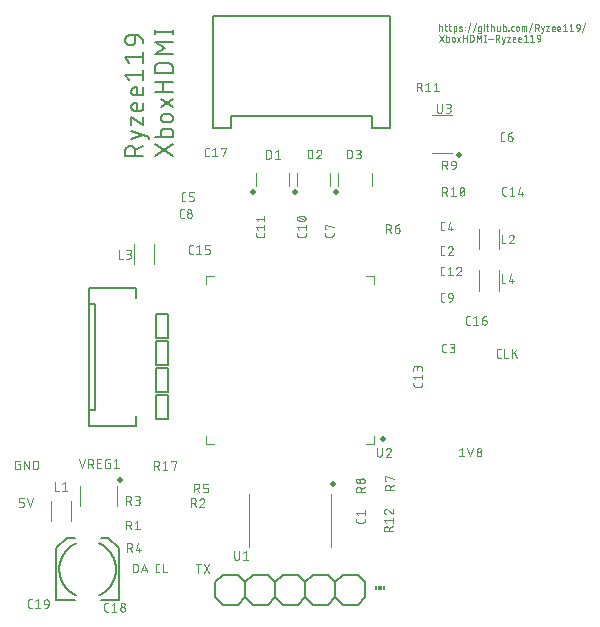
<source format=gbr>
G04 EAGLE Gerber RS-274X export*
G75*
%MOMM*%
%FSLAX34Y34*%
%LPD*%
%INSilkscreen Top*%
%IPPOS*%
%AMOC8*
5,1,8,0,0,1.08239X$1,22.5*%
G01*
%ADD10C,0.127000*%
%ADD11C,0.050800*%
%ADD12C,0.076200*%
%ADD13C,0.500000*%
%ADD14C,0.120000*%
%ADD15C,0.152400*%
%ADD16C,0.203200*%
%ADD17R,0.150000X0.300000*%
%ADD18R,0.300000X0.300000*%


D10*
X50419Y248135D02*
X34925Y248135D01*
X34925Y252439D01*
X34927Y252569D01*
X34933Y252699D01*
X34943Y252829D01*
X34956Y252958D01*
X34974Y253087D01*
X34995Y253215D01*
X35021Y253342D01*
X35050Y253469D01*
X35083Y253595D01*
X35120Y253719D01*
X35160Y253843D01*
X35205Y253965D01*
X35253Y254086D01*
X35304Y254205D01*
X35359Y254323D01*
X35418Y254439D01*
X35480Y254553D01*
X35546Y254666D01*
X35615Y254776D01*
X35687Y254884D01*
X35762Y254990D01*
X35841Y255093D01*
X35923Y255194D01*
X36007Y255293D01*
X36095Y255389D01*
X36186Y255482D01*
X36279Y255573D01*
X36375Y255661D01*
X36474Y255745D01*
X36575Y255827D01*
X36678Y255906D01*
X36784Y255981D01*
X36892Y256053D01*
X37002Y256122D01*
X37115Y256188D01*
X37229Y256250D01*
X37345Y256309D01*
X37463Y256364D01*
X37582Y256415D01*
X37703Y256463D01*
X37825Y256508D01*
X37949Y256548D01*
X38073Y256585D01*
X38199Y256618D01*
X38326Y256647D01*
X38453Y256673D01*
X38581Y256694D01*
X38710Y256712D01*
X38839Y256725D01*
X38969Y256735D01*
X39099Y256741D01*
X39229Y256743D01*
X39359Y256741D01*
X39489Y256735D01*
X39619Y256725D01*
X39748Y256712D01*
X39877Y256694D01*
X40005Y256673D01*
X40132Y256647D01*
X40259Y256618D01*
X40385Y256585D01*
X40509Y256548D01*
X40633Y256508D01*
X40755Y256463D01*
X40876Y256415D01*
X40995Y256364D01*
X41113Y256309D01*
X41229Y256250D01*
X41343Y256188D01*
X41456Y256122D01*
X41566Y256053D01*
X41674Y255981D01*
X41780Y255906D01*
X41883Y255827D01*
X41984Y255745D01*
X42083Y255661D01*
X42179Y255573D01*
X42272Y255482D01*
X42363Y255389D01*
X42451Y255293D01*
X42535Y255194D01*
X42617Y255093D01*
X42696Y254990D01*
X42771Y254884D01*
X42843Y254776D01*
X42912Y254666D01*
X42978Y254553D01*
X43040Y254439D01*
X43099Y254323D01*
X43154Y254205D01*
X43205Y254086D01*
X43253Y253965D01*
X43298Y253843D01*
X43338Y253719D01*
X43375Y253595D01*
X43408Y253469D01*
X43437Y253342D01*
X43463Y253215D01*
X43484Y253087D01*
X43502Y252958D01*
X43515Y252829D01*
X43525Y252699D01*
X43531Y252569D01*
X43533Y252439D01*
X43533Y248135D01*
X43533Y253300D02*
X50419Y256743D01*
X55584Y262289D02*
X55584Y264011D01*
X40090Y269176D01*
X40090Y262289D02*
X50419Y265733D01*
X40090Y274182D02*
X40090Y281068D01*
X50419Y274182D01*
X50419Y281068D01*
X50419Y289153D02*
X50419Y293457D01*
X50419Y289153D02*
X50417Y289054D01*
X50411Y288955D01*
X50402Y288857D01*
X50389Y288759D01*
X50372Y288661D01*
X50351Y288565D01*
X50327Y288469D01*
X50299Y288374D01*
X50267Y288280D01*
X50232Y288188D01*
X50193Y288097D01*
X50151Y288007D01*
X50105Y287920D01*
X50056Y287834D01*
X50004Y287750D01*
X49949Y287668D01*
X49890Y287588D01*
X49829Y287510D01*
X49765Y287435D01*
X49697Y287363D01*
X49627Y287293D01*
X49555Y287225D01*
X49480Y287161D01*
X49402Y287100D01*
X49322Y287041D01*
X49240Y286986D01*
X49156Y286934D01*
X49070Y286885D01*
X48983Y286839D01*
X48893Y286797D01*
X48802Y286758D01*
X48710Y286723D01*
X48616Y286691D01*
X48521Y286663D01*
X48425Y286639D01*
X48329Y286618D01*
X48231Y286601D01*
X48133Y286588D01*
X48035Y286579D01*
X47936Y286573D01*
X47837Y286571D01*
X47837Y286570D02*
X43533Y286570D01*
X43417Y286572D01*
X43301Y286578D01*
X43185Y286588D01*
X43069Y286601D01*
X42954Y286619D01*
X42840Y286640D01*
X42726Y286666D01*
X42614Y286695D01*
X42502Y286728D01*
X42392Y286765D01*
X42283Y286805D01*
X42175Y286849D01*
X42069Y286897D01*
X41965Y286948D01*
X41862Y287003D01*
X41761Y287061D01*
X41663Y287122D01*
X41566Y287187D01*
X41472Y287255D01*
X41380Y287326D01*
X41290Y287401D01*
X41203Y287478D01*
X41119Y287558D01*
X41038Y287641D01*
X40959Y287727D01*
X40883Y287815D01*
X40810Y287906D01*
X40741Y287999D01*
X40674Y288094D01*
X40611Y288192D01*
X40551Y288292D01*
X40495Y288393D01*
X40442Y288497D01*
X40392Y288602D01*
X40347Y288709D01*
X40304Y288817D01*
X40266Y288927D01*
X40231Y289038D01*
X40200Y289150D01*
X40173Y289263D01*
X40149Y289377D01*
X40130Y289492D01*
X40114Y289607D01*
X40102Y289723D01*
X40094Y289839D01*
X40090Y289955D01*
X40090Y290071D01*
X40094Y290187D01*
X40102Y290303D01*
X40114Y290419D01*
X40130Y290534D01*
X40149Y290649D01*
X40173Y290763D01*
X40200Y290876D01*
X40231Y290988D01*
X40266Y291099D01*
X40304Y291209D01*
X40347Y291317D01*
X40392Y291424D01*
X40442Y291529D01*
X40495Y291633D01*
X40551Y291735D01*
X40611Y291834D01*
X40674Y291932D01*
X40741Y292027D01*
X40810Y292120D01*
X40883Y292211D01*
X40959Y292299D01*
X41038Y292385D01*
X41119Y292468D01*
X41203Y292548D01*
X41290Y292625D01*
X41380Y292700D01*
X41472Y292771D01*
X41566Y292839D01*
X41663Y292904D01*
X41761Y292965D01*
X41862Y293023D01*
X41965Y293078D01*
X42069Y293129D01*
X42175Y293177D01*
X42283Y293221D01*
X42392Y293261D01*
X42502Y293298D01*
X42614Y293331D01*
X42726Y293360D01*
X42840Y293386D01*
X42954Y293407D01*
X43069Y293425D01*
X43185Y293438D01*
X43301Y293448D01*
X43417Y293454D01*
X43533Y293456D01*
X43533Y293457D02*
X45254Y293457D01*
X45254Y286570D01*
X50419Y302036D02*
X50419Y306340D01*
X50419Y302036D02*
X50417Y301937D01*
X50411Y301838D01*
X50402Y301740D01*
X50389Y301642D01*
X50372Y301544D01*
X50351Y301448D01*
X50327Y301352D01*
X50299Y301257D01*
X50267Y301163D01*
X50232Y301071D01*
X50193Y300980D01*
X50151Y300890D01*
X50105Y300803D01*
X50056Y300717D01*
X50004Y300633D01*
X49949Y300551D01*
X49890Y300471D01*
X49829Y300393D01*
X49765Y300318D01*
X49697Y300246D01*
X49627Y300176D01*
X49555Y300108D01*
X49480Y300044D01*
X49402Y299983D01*
X49322Y299924D01*
X49240Y299869D01*
X49156Y299817D01*
X49070Y299768D01*
X48983Y299722D01*
X48893Y299680D01*
X48802Y299641D01*
X48710Y299606D01*
X48616Y299574D01*
X48521Y299546D01*
X48425Y299522D01*
X48329Y299501D01*
X48231Y299484D01*
X48133Y299471D01*
X48035Y299462D01*
X47936Y299456D01*
X47837Y299454D01*
X43533Y299454D01*
X43417Y299456D01*
X43301Y299462D01*
X43185Y299472D01*
X43069Y299485D01*
X42954Y299503D01*
X42840Y299524D01*
X42726Y299550D01*
X42614Y299579D01*
X42502Y299612D01*
X42392Y299649D01*
X42283Y299689D01*
X42175Y299733D01*
X42069Y299781D01*
X41965Y299832D01*
X41862Y299887D01*
X41761Y299945D01*
X41663Y300006D01*
X41566Y300071D01*
X41472Y300139D01*
X41380Y300210D01*
X41290Y300285D01*
X41203Y300362D01*
X41119Y300442D01*
X41038Y300525D01*
X40959Y300611D01*
X40883Y300699D01*
X40810Y300790D01*
X40741Y300883D01*
X40674Y300978D01*
X40611Y301076D01*
X40551Y301176D01*
X40495Y301277D01*
X40442Y301381D01*
X40392Y301486D01*
X40347Y301593D01*
X40304Y301701D01*
X40266Y301811D01*
X40231Y301922D01*
X40200Y302034D01*
X40173Y302147D01*
X40149Y302261D01*
X40130Y302376D01*
X40114Y302491D01*
X40102Y302607D01*
X40094Y302723D01*
X40090Y302839D01*
X40090Y302955D01*
X40094Y303071D01*
X40102Y303187D01*
X40114Y303303D01*
X40130Y303418D01*
X40149Y303533D01*
X40173Y303647D01*
X40200Y303760D01*
X40231Y303872D01*
X40266Y303983D01*
X40304Y304093D01*
X40347Y304201D01*
X40392Y304308D01*
X40442Y304413D01*
X40495Y304517D01*
X40551Y304619D01*
X40611Y304718D01*
X40674Y304816D01*
X40741Y304911D01*
X40810Y305004D01*
X40883Y305095D01*
X40959Y305183D01*
X41038Y305269D01*
X41119Y305352D01*
X41203Y305432D01*
X41290Y305509D01*
X41380Y305584D01*
X41472Y305655D01*
X41566Y305723D01*
X41663Y305788D01*
X41761Y305849D01*
X41862Y305907D01*
X41965Y305962D01*
X42069Y306013D01*
X42175Y306061D01*
X42283Y306105D01*
X42392Y306145D01*
X42502Y306182D01*
X42614Y306215D01*
X42726Y306244D01*
X42840Y306270D01*
X42954Y306291D01*
X43069Y306309D01*
X43185Y306322D01*
X43301Y306332D01*
X43417Y306338D01*
X43533Y306340D01*
X45254Y306340D01*
X45254Y299454D01*
X38368Y312468D02*
X34925Y316772D01*
X50419Y316772D01*
X50419Y312468D02*
X50419Y321076D01*
X38368Y327334D02*
X34925Y331638D01*
X50419Y331638D01*
X50419Y335941D02*
X50419Y327334D01*
X43533Y345642D02*
X43533Y350807D01*
X43533Y345642D02*
X43531Y345527D01*
X43525Y345412D01*
X43516Y345297D01*
X43502Y345183D01*
X43485Y345069D01*
X43464Y344956D01*
X43439Y344844D01*
X43411Y344732D01*
X43378Y344622D01*
X43342Y344513D01*
X43303Y344405D01*
X43260Y344298D01*
X43213Y344193D01*
X43163Y344089D01*
X43109Y343987D01*
X43052Y343887D01*
X42992Y343789D01*
X42929Y343693D01*
X42862Y343600D01*
X42792Y343508D01*
X42719Y343419D01*
X42644Y343332D01*
X42565Y343248D01*
X42484Y343167D01*
X42400Y343089D01*
X42313Y343013D01*
X42224Y342940D01*
X42132Y342870D01*
X42039Y342803D01*
X41943Y342740D01*
X41845Y342680D01*
X41745Y342623D01*
X41643Y342569D01*
X41539Y342519D01*
X41434Y342472D01*
X41327Y342429D01*
X41219Y342390D01*
X41110Y342354D01*
X41000Y342321D01*
X40888Y342293D01*
X40776Y342268D01*
X40663Y342247D01*
X40549Y342230D01*
X40435Y342216D01*
X40320Y342207D01*
X40205Y342201D01*
X40090Y342199D01*
X39229Y342199D01*
X39099Y342201D01*
X38969Y342207D01*
X38839Y342217D01*
X38710Y342230D01*
X38581Y342248D01*
X38453Y342269D01*
X38326Y342295D01*
X38199Y342324D01*
X38073Y342357D01*
X37949Y342394D01*
X37825Y342434D01*
X37703Y342479D01*
X37582Y342527D01*
X37463Y342578D01*
X37345Y342633D01*
X37229Y342692D01*
X37115Y342754D01*
X37002Y342820D01*
X36892Y342889D01*
X36784Y342961D01*
X36678Y343036D01*
X36575Y343115D01*
X36474Y343197D01*
X36375Y343281D01*
X36279Y343369D01*
X36186Y343460D01*
X36095Y343553D01*
X36007Y343649D01*
X35923Y343748D01*
X35841Y343849D01*
X35762Y343952D01*
X35687Y344058D01*
X35615Y344166D01*
X35546Y344276D01*
X35480Y344389D01*
X35418Y344503D01*
X35359Y344619D01*
X35304Y344737D01*
X35253Y344856D01*
X35205Y344977D01*
X35160Y345099D01*
X35120Y345223D01*
X35083Y345347D01*
X35050Y345473D01*
X35021Y345600D01*
X34995Y345727D01*
X34974Y345855D01*
X34956Y345984D01*
X34943Y346113D01*
X34933Y346243D01*
X34927Y346373D01*
X34925Y346503D01*
X34927Y346633D01*
X34933Y346763D01*
X34943Y346893D01*
X34956Y347022D01*
X34974Y347151D01*
X34995Y347279D01*
X35021Y347406D01*
X35050Y347533D01*
X35083Y347659D01*
X35120Y347783D01*
X35160Y347907D01*
X35205Y348029D01*
X35253Y348150D01*
X35304Y348269D01*
X35359Y348387D01*
X35418Y348503D01*
X35480Y348617D01*
X35546Y348730D01*
X35615Y348840D01*
X35687Y348948D01*
X35762Y349054D01*
X35841Y349157D01*
X35923Y349258D01*
X36007Y349357D01*
X36095Y349453D01*
X36186Y349546D01*
X36279Y349637D01*
X36375Y349725D01*
X36474Y349809D01*
X36575Y349891D01*
X36678Y349970D01*
X36784Y350045D01*
X36892Y350117D01*
X37002Y350186D01*
X37115Y350252D01*
X37229Y350314D01*
X37345Y350373D01*
X37463Y350428D01*
X37582Y350479D01*
X37703Y350527D01*
X37825Y350572D01*
X37949Y350612D01*
X38073Y350649D01*
X38199Y350682D01*
X38326Y350711D01*
X38453Y350737D01*
X38581Y350758D01*
X38710Y350776D01*
X38839Y350789D01*
X38969Y350799D01*
X39099Y350805D01*
X39229Y350807D01*
X43533Y350807D01*
X43699Y350805D01*
X43866Y350799D01*
X44032Y350789D01*
X44198Y350775D01*
X44363Y350757D01*
X44528Y350735D01*
X44692Y350709D01*
X44856Y350679D01*
X45019Y350645D01*
X45181Y350607D01*
X45342Y350565D01*
X45502Y350519D01*
X45661Y350470D01*
X45819Y350417D01*
X45975Y350360D01*
X46130Y350299D01*
X46283Y350234D01*
X46435Y350166D01*
X46585Y350094D01*
X46733Y350018D01*
X46879Y349939D01*
X47024Y349857D01*
X47166Y349770D01*
X47307Y349681D01*
X47445Y349588D01*
X47580Y349492D01*
X47714Y349392D01*
X47845Y349290D01*
X47973Y349184D01*
X48099Y349075D01*
X48222Y348963D01*
X48343Y348849D01*
X48461Y348731D01*
X48575Y348610D01*
X48687Y348487D01*
X48796Y348361D01*
X48902Y348233D01*
X49004Y348102D01*
X49104Y347968D01*
X49200Y347833D01*
X49293Y347695D01*
X49382Y347554D01*
X49469Y347412D01*
X49551Y347267D01*
X49630Y347121D01*
X49706Y346973D01*
X49778Y346823D01*
X49846Y346671D01*
X49911Y346518D01*
X49972Y346363D01*
X50029Y346207D01*
X50082Y346049D01*
X50131Y345890D01*
X50177Y345730D01*
X50219Y345569D01*
X50257Y345407D01*
X50291Y345244D01*
X50321Y345080D01*
X50347Y344916D01*
X50369Y344751D01*
X50387Y344586D01*
X50401Y344420D01*
X50411Y344254D01*
X50417Y344087D01*
X50419Y343921D01*
X60071Y258464D02*
X75565Y248135D01*
X75565Y258464D02*
X60071Y248135D01*
X60071Y264295D02*
X75565Y264295D01*
X75565Y268599D01*
X75563Y268698D01*
X75557Y268797D01*
X75548Y268895D01*
X75535Y268993D01*
X75518Y269091D01*
X75497Y269187D01*
X75473Y269283D01*
X75445Y269378D01*
X75413Y269472D01*
X75378Y269564D01*
X75339Y269655D01*
X75297Y269745D01*
X75251Y269832D01*
X75202Y269918D01*
X75150Y270002D01*
X75095Y270084D01*
X75036Y270164D01*
X74975Y270242D01*
X74911Y270317D01*
X74843Y270389D01*
X74773Y270459D01*
X74701Y270527D01*
X74626Y270591D01*
X74548Y270652D01*
X74468Y270711D01*
X74386Y270766D01*
X74302Y270818D01*
X74216Y270867D01*
X74129Y270913D01*
X74039Y270955D01*
X73948Y270994D01*
X73856Y271029D01*
X73762Y271061D01*
X73667Y271089D01*
X73571Y271113D01*
X73475Y271134D01*
X73377Y271151D01*
X73279Y271164D01*
X73181Y271173D01*
X73082Y271179D01*
X72983Y271181D01*
X67818Y271181D01*
X67719Y271179D01*
X67620Y271173D01*
X67522Y271164D01*
X67424Y271151D01*
X67326Y271134D01*
X67230Y271113D01*
X67134Y271089D01*
X67039Y271061D01*
X66945Y271029D01*
X66853Y270994D01*
X66762Y270955D01*
X66672Y270913D01*
X66585Y270867D01*
X66499Y270818D01*
X66415Y270766D01*
X66333Y270711D01*
X66253Y270652D01*
X66175Y270591D01*
X66100Y270527D01*
X66028Y270459D01*
X65958Y270389D01*
X65890Y270317D01*
X65826Y270242D01*
X65765Y270164D01*
X65706Y270084D01*
X65651Y270002D01*
X65599Y269918D01*
X65550Y269832D01*
X65504Y269745D01*
X65462Y269655D01*
X65423Y269564D01*
X65388Y269472D01*
X65356Y269378D01*
X65328Y269283D01*
X65304Y269187D01*
X65283Y269091D01*
X65266Y268993D01*
X65253Y268895D01*
X65244Y268797D01*
X65238Y268698D01*
X65236Y268599D01*
X65236Y264295D01*
X68679Y277111D02*
X72122Y277111D01*
X68679Y277111D02*
X68563Y277113D01*
X68447Y277119D01*
X68331Y277129D01*
X68215Y277142D01*
X68100Y277160D01*
X67986Y277181D01*
X67872Y277207D01*
X67760Y277236D01*
X67648Y277269D01*
X67538Y277306D01*
X67429Y277346D01*
X67321Y277390D01*
X67215Y277438D01*
X67111Y277489D01*
X67008Y277544D01*
X66907Y277602D01*
X66809Y277663D01*
X66712Y277728D01*
X66618Y277796D01*
X66526Y277867D01*
X66436Y277942D01*
X66349Y278019D01*
X66265Y278099D01*
X66184Y278182D01*
X66105Y278268D01*
X66029Y278356D01*
X65956Y278447D01*
X65887Y278540D01*
X65820Y278635D01*
X65757Y278733D01*
X65697Y278833D01*
X65641Y278934D01*
X65588Y279038D01*
X65538Y279143D01*
X65493Y279250D01*
X65450Y279358D01*
X65412Y279468D01*
X65377Y279579D01*
X65346Y279691D01*
X65319Y279804D01*
X65295Y279918D01*
X65276Y280033D01*
X65260Y280148D01*
X65248Y280264D01*
X65240Y280380D01*
X65236Y280496D01*
X65236Y280612D01*
X65240Y280728D01*
X65248Y280844D01*
X65260Y280960D01*
X65276Y281075D01*
X65295Y281190D01*
X65319Y281304D01*
X65346Y281417D01*
X65377Y281529D01*
X65412Y281640D01*
X65450Y281750D01*
X65493Y281858D01*
X65538Y281965D01*
X65588Y282070D01*
X65641Y282174D01*
X65697Y282276D01*
X65757Y282375D01*
X65820Y282473D01*
X65887Y282568D01*
X65956Y282661D01*
X66029Y282752D01*
X66105Y282840D01*
X66184Y282926D01*
X66265Y283009D01*
X66349Y283089D01*
X66436Y283166D01*
X66526Y283241D01*
X66618Y283312D01*
X66712Y283380D01*
X66809Y283445D01*
X66907Y283506D01*
X67008Y283564D01*
X67111Y283619D01*
X67215Y283670D01*
X67321Y283718D01*
X67429Y283762D01*
X67538Y283802D01*
X67648Y283839D01*
X67760Y283872D01*
X67872Y283901D01*
X67986Y283927D01*
X68100Y283948D01*
X68215Y283966D01*
X68331Y283979D01*
X68447Y283989D01*
X68563Y283995D01*
X68679Y283997D01*
X72122Y283997D01*
X72238Y283995D01*
X72354Y283989D01*
X72470Y283979D01*
X72586Y283966D01*
X72701Y283948D01*
X72815Y283927D01*
X72929Y283901D01*
X73041Y283872D01*
X73153Y283839D01*
X73263Y283802D01*
X73372Y283762D01*
X73480Y283718D01*
X73586Y283670D01*
X73690Y283619D01*
X73793Y283564D01*
X73894Y283506D01*
X73992Y283445D01*
X74089Y283380D01*
X74183Y283312D01*
X74275Y283241D01*
X74365Y283166D01*
X74452Y283089D01*
X74536Y283009D01*
X74617Y282926D01*
X74696Y282840D01*
X74772Y282752D01*
X74845Y282661D01*
X74914Y282568D01*
X74981Y282473D01*
X75044Y282375D01*
X75104Y282276D01*
X75160Y282174D01*
X75213Y282070D01*
X75263Y281965D01*
X75308Y281858D01*
X75351Y281750D01*
X75389Y281640D01*
X75424Y281529D01*
X75455Y281417D01*
X75482Y281304D01*
X75506Y281190D01*
X75525Y281075D01*
X75541Y280960D01*
X75553Y280844D01*
X75561Y280728D01*
X75565Y280612D01*
X75565Y280496D01*
X75561Y280380D01*
X75553Y280264D01*
X75541Y280148D01*
X75525Y280033D01*
X75506Y279918D01*
X75482Y279804D01*
X75455Y279691D01*
X75424Y279579D01*
X75389Y279468D01*
X75351Y279358D01*
X75308Y279250D01*
X75263Y279143D01*
X75213Y279038D01*
X75160Y278934D01*
X75104Y278833D01*
X75044Y278733D01*
X74981Y278635D01*
X74914Y278540D01*
X74845Y278447D01*
X74772Y278356D01*
X74696Y278268D01*
X74617Y278182D01*
X74536Y278099D01*
X74452Y278019D01*
X74365Y277942D01*
X74275Y277867D01*
X74183Y277796D01*
X74089Y277728D01*
X73992Y277663D01*
X73894Y277602D01*
X73793Y277544D01*
X73690Y277489D01*
X73586Y277438D01*
X73480Y277390D01*
X73372Y277346D01*
X73263Y277306D01*
X73153Y277269D01*
X73041Y277236D01*
X72929Y277207D01*
X72815Y277181D01*
X72701Y277160D01*
X72586Y277142D01*
X72470Y277129D01*
X72354Y277119D01*
X72238Y277113D01*
X72122Y277111D01*
X75565Y289499D02*
X65236Y296385D01*
X65236Y289499D02*
X75565Y296385D01*
X75565Y302513D02*
X60071Y302513D01*
X66957Y302513D02*
X66957Y311120D01*
X60071Y311120D02*
X75565Y311120D01*
X75565Y318369D02*
X60071Y318369D01*
X60071Y322673D01*
X60073Y322803D01*
X60079Y322933D01*
X60089Y323063D01*
X60102Y323192D01*
X60120Y323321D01*
X60142Y323449D01*
X60167Y323576D01*
X60196Y323703D01*
X60229Y323829D01*
X60266Y323953D01*
X60306Y324077D01*
X60351Y324199D01*
X60399Y324320D01*
X60450Y324439D01*
X60505Y324557D01*
X60564Y324673D01*
X60626Y324787D01*
X60692Y324900D01*
X60761Y325010D01*
X60833Y325118D01*
X60908Y325224D01*
X60987Y325327D01*
X61069Y325428D01*
X61153Y325527D01*
X61241Y325623D01*
X61332Y325716D01*
X61425Y325807D01*
X61521Y325895D01*
X61620Y325979D01*
X61721Y326061D01*
X61824Y326140D01*
X61930Y326215D01*
X62038Y326287D01*
X62148Y326356D01*
X62261Y326422D01*
X62375Y326484D01*
X62491Y326543D01*
X62609Y326598D01*
X62728Y326649D01*
X62849Y326697D01*
X62971Y326742D01*
X63095Y326782D01*
X63219Y326819D01*
X63345Y326852D01*
X63472Y326881D01*
X63599Y326907D01*
X63727Y326928D01*
X63856Y326946D01*
X63986Y326959D01*
X64115Y326969D01*
X64245Y326975D01*
X64375Y326977D01*
X71261Y326977D01*
X71391Y326975D01*
X71521Y326969D01*
X71651Y326959D01*
X71780Y326946D01*
X71909Y326928D01*
X72037Y326907D01*
X72164Y326881D01*
X72291Y326852D01*
X72417Y326819D01*
X72541Y326782D01*
X72665Y326742D01*
X72787Y326697D01*
X72908Y326649D01*
X73027Y326598D01*
X73145Y326543D01*
X73261Y326484D01*
X73375Y326422D01*
X73488Y326356D01*
X73598Y326287D01*
X73706Y326215D01*
X73812Y326140D01*
X73915Y326061D01*
X74016Y325979D01*
X74115Y325895D01*
X74211Y325807D01*
X74304Y325716D01*
X74395Y325623D01*
X74483Y325527D01*
X74567Y325428D01*
X74649Y325327D01*
X74728Y325224D01*
X74803Y325118D01*
X74875Y325010D01*
X74944Y324900D01*
X75010Y324787D01*
X75072Y324673D01*
X75131Y324557D01*
X75186Y324439D01*
X75237Y324320D01*
X75285Y324199D01*
X75330Y324077D01*
X75370Y323953D01*
X75407Y323829D01*
X75440Y323703D01*
X75469Y323576D01*
X75495Y323449D01*
X75516Y323321D01*
X75534Y323192D01*
X75547Y323063D01*
X75557Y322933D01*
X75563Y322803D01*
X75565Y322673D01*
X75565Y318369D01*
X75565Y334357D02*
X60071Y334357D01*
X68679Y339521D01*
X60071Y344686D01*
X75565Y344686D01*
X75565Y352900D02*
X60071Y352900D01*
X75565Y351179D02*
X75565Y354622D01*
X60071Y354622D02*
X60071Y351179D01*
D11*
X300927Y354203D02*
X300927Y359791D01*
X300927Y357928D02*
X302479Y357928D01*
X302537Y357926D01*
X302596Y357921D01*
X302653Y357912D01*
X302711Y357899D01*
X302767Y357882D01*
X302822Y357863D01*
X302875Y357839D01*
X302928Y357813D01*
X302978Y357783D01*
X303026Y357750D01*
X303072Y357714D01*
X303116Y357676D01*
X303158Y357634D01*
X303196Y357590D01*
X303232Y357544D01*
X303265Y357496D01*
X303295Y357446D01*
X303321Y357393D01*
X303345Y357340D01*
X303364Y357285D01*
X303381Y357229D01*
X303394Y357171D01*
X303403Y357114D01*
X303408Y357055D01*
X303410Y356997D01*
X303410Y354203D01*
X305398Y357928D02*
X307261Y357928D01*
X306019Y359791D02*
X306019Y355134D01*
X306021Y355076D01*
X306026Y355017D01*
X306035Y354960D01*
X306048Y354902D01*
X306065Y354846D01*
X306084Y354791D01*
X306108Y354738D01*
X306134Y354685D01*
X306164Y354635D01*
X306197Y354587D01*
X306233Y354541D01*
X306271Y354497D01*
X306313Y354455D01*
X306357Y354417D01*
X306403Y354381D01*
X306451Y354348D01*
X306502Y354318D01*
X306554Y354292D01*
X306607Y354268D01*
X306662Y354249D01*
X306718Y354232D01*
X306776Y354219D01*
X306833Y354210D01*
X306892Y354205D01*
X306950Y354203D01*
X307261Y354203D01*
X308873Y357928D02*
X310735Y357928D01*
X309493Y359791D02*
X309493Y355134D01*
X309494Y355134D02*
X309496Y355076D01*
X309501Y355017D01*
X309510Y354960D01*
X309523Y354902D01*
X309540Y354846D01*
X309559Y354791D01*
X309583Y354738D01*
X309609Y354685D01*
X309639Y354635D01*
X309672Y354587D01*
X309708Y354541D01*
X309746Y354497D01*
X309788Y354455D01*
X309832Y354417D01*
X309878Y354381D01*
X309926Y354348D01*
X309977Y354318D01*
X310029Y354292D01*
X310082Y354268D01*
X310137Y354249D01*
X310193Y354232D01*
X310251Y354219D01*
X310308Y354210D01*
X310367Y354205D01*
X310425Y354203D01*
X310735Y354203D01*
X313025Y352340D02*
X313025Y357928D01*
X314578Y357928D01*
X314636Y357926D01*
X314695Y357921D01*
X314752Y357912D01*
X314810Y357899D01*
X314866Y357882D01*
X314921Y357863D01*
X314974Y357839D01*
X315027Y357813D01*
X315077Y357783D01*
X315125Y357750D01*
X315171Y357714D01*
X315215Y357676D01*
X315257Y357634D01*
X315295Y357590D01*
X315331Y357544D01*
X315364Y357496D01*
X315394Y357446D01*
X315420Y357393D01*
X315444Y357340D01*
X315463Y357285D01*
X315480Y357229D01*
X315493Y357171D01*
X315502Y357114D01*
X315507Y357055D01*
X315509Y356997D01*
X315509Y355134D01*
X315507Y355076D01*
X315502Y355017D01*
X315493Y354960D01*
X315480Y354902D01*
X315463Y354846D01*
X315444Y354791D01*
X315420Y354738D01*
X315394Y354685D01*
X315364Y354635D01*
X315331Y354587D01*
X315295Y354541D01*
X315257Y354497D01*
X315215Y354455D01*
X315171Y354417D01*
X315125Y354381D01*
X315077Y354348D01*
X315027Y354318D01*
X314974Y354292D01*
X314921Y354268D01*
X314866Y354249D01*
X314810Y354232D01*
X314752Y354219D01*
X314695Y354210D01*
X314636Y354205D01*
X314578Y354203D01*
X313025Y354203D01*
X318217Y356376D02*
X319769Y355755D01*
X318217Y356376D02*
X318166Y356398D01*
X318117Y356424D01*
X318069Y356453D01*
X318024Y356486D01*
X317981Y356522D01*
X317940Y356560D01*
X317903Y356602D01*
X317868Y356645D01*
X317836Y356691D01*
X317808Y356740D01*
X317783Y356790D01*
X317762Y356841D01*
X317744Y356894D01*
X317730Y356948D01*
X317720Y357003D01*
X317714Y357059D01*
X317711Y357114D01*
X317712Y357170D01*
X317718Y357226D01*
X317727Y357281D01*
X317739Y357335D01*
X317756Y357389D01*
X317776Y357441D01*
X317800Y357491D01*
X317827Y357540D01*
X317858Y357587D01*
X317892Y357631D01*
X317928Y357673D01*
X317968Y357713D01*
X318010Y357749D01*
X318055Y357783D01*
X318102Y357813D01*
X318150Y357840D01*
X318201Y357864D01*
X318253Y357884D01*
X318307Y357900D01*
X318361Y357913D01*
X318416Y357922D01*
X318472Y357927D01*
X318528Y357928D01*
X318527Y357929D02*
X318638Y357925D01*
X318749Y357919D01*
X318859Y357908D01*
X318969Y357894D01*
X319079Y357877D01*
X319188Y357857D01*
X319296Y357833D01*
X319403Y357805D01*
X319510Y357774D01*
X319615Y357740D01*
X319720Y357703D01*
X319823Y357662D01*
X319925Y357618D01*
X319769Y355755D02*
X319820Y355733D01*
X319869Y355707D01*
X319917Y355678D01*
X319962Y355645D01*
X320005Y355609D01*
X320046Y355571D01*
X320083Y355529D01*
X320118Y355486D01*
X320150Y355440D01*
X320178Y355391D01*
X320203Y355341D01*
X320224Y355290D01*
X320242Y355237D01*
X320256Y355183D01*
X320266Y355128D01*
X320272Y355072D01*
X320275Y355017D01*
X320274Y354961D01*
X320268Y354905D01*
X320259Y354850D01*
X320247Y354796D01*
X320230Y354742D01*
X320210Y354690D01*
X320186Y354640D01*
X320159Y354591D01*
X320128Y354544D01*
X320094Y354500D01*
X320058Y354458D01*
X320018Y354418D01*
X319976Y354382D01*
X319931Y354348D01*
X319884Y354318D01*
X319836Y354291D01*
X319785Y354267D01*
X319733Y354247D01*
X319679Y354231D01*
X319625Y354218D01*
X319570Y354209D01*
X319514Y354204D01*
X319458Y354203D01*
X319459Y354203D02*
X319325Y354206D01*
X319191Y354213D01*
X319057Y354224D01*
X318924Y354237D01*
X318791Y354255D01*
X318658Y354275D01*
X318526Y354299D01*
X318395Y354327D01*
X318264Y354357D01*
X318135Y354391D01*
X318006Y354429D01*
X317878Y354469D01*
X317751Y354513D01*
X322495Y354669D02*
X322495Y354979D01*
X322806Y354979D01*
X322806Y354669D01*
X322495Y354669D01*
X322495Y357152D02*
X322495Y357463D01*
X322806Y357463D01*
X322806Y357152D01*
X322495Y357152D01*
X324884Y353582D02*
X327367Y360412D01*
X331756Y360412D02*
X329273Y353582D01*
X334747Y354203D02*
X336299Y354203D01*
X334747Y354203D02*
X334689Y354205D01*
X334630Y354210D01*
X334573Y354219D01*
X334515Y354232D01*
X334459Y354249D01*
X334404Y354268D01*
X334351Y354292D01*
X334298Y354318D01*
X334248Y354348D01*
X334200Y354381D01*
X334154Y354417D01*
X334110Y354455D01*
X334068Y354497D01*
X334030Y354541D01*
X333994Y354587D01*
X333961Y354635D01*
X333931Y354685D01*
X333905Y354738D01*
X333881Y354791D01*
X333862Y354846D01*
X333845Y354902D01*
X333832Y354960D01*
X333823Y355017D01*
X333818Y355076D01*
X333816Y355134D01*
X333816Y356997D01*
X333818Y357055D01*
X333823Y357114D01*
X333832Y357171D01*
X333845Y357229D01*
X333862Y357285D01*
X333881Y357340D01*
X333905Y357393D01*
X333931Y357446D01*
X333961Y357496D01*
X333994Y357544D01*
X334030Y357590D01*
X334068Y357634D01*
X334110Y357676D01*
X334154Y357714D01*
X334200Y357750D01*
X334248Y357783D01*
X334298Y357813D01*
X334351Y357839D01*
X334404Y357863D01*
X334459Y357882D01*
X334515Y357899D01*
X334573Y357912D01*
X334630Y357921D01*
X334689Y357926D01*
X334747Y357928D01*
X336299Y357928D01*
X336299Y353272D01*
X336297Y353211D01*
X336291Y353150D01*
X336281Y353090D01*
X336267Y353031D01*
X336250Y352973D01*
X336228Y352916D01*
X336203Y352860D01*
X336174Y352807D01*
X336142Y352755D01*
X336107Y352705D01*
X336068Y352658D01*
X336026Y352614D01*
X335982Y352572D01*
X335935Y352533D01*
X335885Y352498D01*
X335834Y352466D01*
X335780Y352437D01*
X335724Y352412D01*
X335667Y352390D01*
X335609Y352373D01*
X335550Y352359D01*
X335490Y352349D01*
X335429Y352343D01*
X335368Y352341D01*
X335368Y352340D02*
X334126Y352340D01*
X338744Y354203D02*
X338744Y357928D01*
X338589Y359481D02*
X338589Y359791D01*
X338899Y359791D01*
X338899Y359481D01*
X338589Y359481D01*
X340511Y357928D02*
X342373Y357928D01*
X341131Y359791D02*
X341131Y355134D01*
X341132Y355134D02*
X341134Y355076D01*
X341139Y355017D01*
X341148Y354960D01*
X341161Y354902D01*
X341178Y354846D01*
X341197Y354791D01*
X341221Y354738D01*
X341247Y354685D01*
X341277Y354635D01*
X341310Y354587D01*
X341346Y354541D01*
X341384Y354497D01*
X341426Y354455D01*
X341470Y354417D01*
X341516Y354381D01*
X341564Y354348D01*
X341615Y354318D01*
X341667Y354292D01*
X341720Y354268D01*
X341775Y354249D01*
X341831Y354232D01*
X341889Y354219D01*
X341946Y354210D01*
X342005Y354205D01*
X342063Y354203D01*
X342373Y354203D01*
X344634Y354203D02*
X344634Y359791D01*
X344634Y357928D02*
X346187Y357928D01*
X346245Y357926D01*
X346304Y357921D01*
X346361Y357912D01*
X346419Y357899D01*
X346475Y357882D01*
X346530Y357863D01*
X346583Y357839D01*
X346636Y357813D01*
X346686Y357783D01*
X346734Y357750D01*
X346780Y357714D01*
X346824Y357676D01*
X346866Y357634D01*
X346904Y357590D01*
X346940Y357544D01*
X346973Y357496D01*
X347003Y357446D01*
X347029Y357393D01*
X347053Y357340D01*
X347072Y357285D01*
X347089Y357229D01*
X347102Y357171D01*
X347111Y357114D01*
X347116Y357055D01*
X347118Y356997D01*
X347118Y354203D01*
X349755Y355134D02*
X349755Y357928D01*
X349755Y355134D02*
X349757Y355076D01*
X349762Y355017D01*
X349771Y354960D01*
X349784Y354902D01*
X349801Y354846D01*
X349820Y354791D01*
X349844Y354738D01*
X349870Y354685D01*
X349900Y354635D01*
X349933Y354587D01*
X349969Y354541D01*
X350007Y354497D01*
X350049Y354455D01*
X350093Y354417D01*
X350139Y354381D01*
X350187Y354348D01*
X350237Y354318D01*
X350290Y354292D01*
X350343Y354268D01*
X350398Y354249D01*
X350454Y354232D01*
X350512Y354219D01*
X350569Y354210D01*
X350628Y354205D01*
X350686Y354203D01*
X352239Y354203D01*
X352239Y357928D01*
X354905Y359791D02*
X354905Y354203D01*
X356457Y354203D01*
X356515Y354205D01*
X356574Y354210D01*
X356631Y354219D01*
X356689Y354232D01*
X356745Y354249D01*
X356800Y354268D01*
X356853Y354292D01*
X356906Y354318D01*
X356956Y354348D01*
X357004Y354381D01*
X357050Y354417D01*
X357094Y354455D01*
X357136Y354497D01*
X357174Y354541D01*
X357210Y354587D01*
X357243Y354635D01*
X357273Y354685D01*
X357299Y354738D01*
X357323Y354791D01*
X357342Y354846D01*
X357359Y354902D01*
X357372Y354960D01*
X357381Y355017D01*
X357386Y355076D01*
X357388Y355134D01*
X357388Y356997D01*
X357386Y357055D01*
X357381Y357114D01*
X357372Y357171D01*
X357359Y357229D01*
X357342Y357285D01*
X357323Y357340D01*
X357299Y357393D01*
X357273Y357446D01*
X357243Y357496D01*
X357210Y357544D01*
X357174Y357590D01*
X357136Y357634D01*
X357094Y357676D01*
X357050Y357714D01*
X357004Y357750D01*
X356956Y357783D01*
X356906Y357813D01*
X356853Y357839D01*
X356800Y357863D01*
X356745Y357882D01*
X356689Y357899D01*
X356631Y357912D01*
X356574Y357921D01*
X356515Y357926D01*
X356457Y357928D01*
X354905Y357928D01*
X359437Y354513D02*
X359437Y354203D01*
X359437Y354513D02*
X359747Y354513D01*
X359747Y354203D01*
X359437Y354203D01*
X362763Y354203D02*
X364005Y354203D01*
X362763Y354203D02*
X362705Y354205D01*
X362646Y354210D01*
X362589Y354219D01*
X362531Y354232D01*
X362475Y354249D01*
X362420Y354268D01*
X362367Y354292D01*
X362314Y354318D01*
X362264Y354348D01*
X362216Y354381D01*
X362170Y354417D01*
X362126Y354455D01*
X362084Y354497D01*
X362046Y354541D01*
X362010Y354587D01*
X361977Y354635D01*
X361947Y354685D01*
X361921Y354738D01*
X361897Y354791D01*
X361878Y354846D01*
X361861Y354902D01*
X361848Y354960D01*
X361839Y355017D01*
X361834Y355076D01*
X361832Y355134D01*
X361832Y356997D01*
X361834Y357055D01*
X361839Y357114D01*
X361848Y357171D01*
X361861Y357229D01*
X361878Y357285D01*
X361897Y357340D01*
X361921Y357393D01*
X361947Y357446D01*
X361977Y357496D01*
X362010Y357544D01*
X362046Y357590D01*
X362084Y357634D01*
X362126Y357676D01*
X362170Y357714D01*
X362216Y357750D01*
X362264Y357783D01*
X362314Y357813D01*
X362367Y357839D01*
X362420Y357863D01*
X362475Y357882D01*
X362531Y357899D01*
X362589Y357912D01*
X362646Y357921D01*
X362705Y357926D01*
X362763Y357928D01*
X364005Y357928D01*
X366031Y356687D02*
X366031Y355445D01*
X366031Y356687D02*
X366033Y356757D01*
X366039Y356826D01*
X366049Y356895D01*
X366062Y356963D01*
X366080Y357031D01*
X366101Y357097D01*
X366126Y357162D01*
X366154Y357226D01*
X366186Y357288D01*
X366221Y357348D01*
X366260Y357406D01*
X366302Y357461D01*
X366347Y357515D01*
X366395Y357565D01*
X366445Y357613D01*
X366499Y357658D01*
X366554Y357700D01*
X366612Y357739D01*
X366672Y357774D01*
X366734Y357806D01*
X366798Y357834D01*
X366863Y357859D01*
X366929Y357880D01*
X366997Y357898D01*
X367065Y357911D01*
X367134Y357921D01*
X367203Y357927D01*
X367273Y357929D01*
X367343Y357927D01*
X367412Y357921D01*
X367481Y357911D01*
X367549Y357898D01*
X367617Y357880D01*
X367683Y357859D01*
X367748Y357834D01*
X367812Y357806D01*
X367874Y357774D01*
X367934Y357739D01*
X367992Y357700D01*
X368047Y357658D01*
X368101Y357613D01*
X368151Y357565D01*
X368199Y357515D01*
X368244Y357461D01*
X368286Y357406D01*
X368325Y357348D01*
X368360Y357288D01*
X368392Y357226D01*
X368420Y357162D01*
X368445Y357097D01*
X368466Y357031D01*
X368484Y356963D01*
X368497Y356895D01*
X368507Y356826D01*
X368513Y356757D01*
X368515Y356687D01*
X368515Y355445D01*
X368513Y355375D01*
X368507Y355306D01*
X368497Y355237D01*
X368484Y355169D01*
X368466Y355101D01*
X368445Y355035D01*
X368420Y354970D01*
X368392Y354906D01*
X368360Y354844D01*
X368325Y354784D01*
X368286Y354726D01*
X368244Y354671D01*
X368199Y354617D01*
X368151Y354567D01*
X368101Y354519D01*
X368047Y354474D01*
X367992Y354432D01*
X367934Y354393D01*
X367874Y354358D01*
X367812Y354326D01*
X367748Y354298D01*
X367683Y354273D01*
X367617Y354252D01*
X367549Y354234D01*
X367481Y354221D01*
X367412Y354211D01*
X367343Y354205D01*
X367273Y354203D01*
X367203Y354205D01*
X367134Y354211D01*
X367065Y354221D01*
X366997Y354234D01*
X366929Y354252D01*
X366863Y354273D01*
X366798Y354298D01*
X366734Y354326D01*
X366672Y354358D01*
X366612Y354393D01*
X366554Y354432D01*
X366499Y354474D01*
X366445Y354519D01*
X366395Y354567D01*
X366347Y354617D01*
X366302Y354671D01*
X366260Y354726D01*
X366221Y354784D01*
X366186Y354844D01*
X366154Y354906D01*
X366126Y354970D01*
X366101Y355035D01*
X366080Y355101D01*
X366062Y355169D01*
X366049Y355237D01*
X366039Y355306D01*
X366033Y355375D01*
X366031Y355445D01*
X371080Y354203D02*
X371080Y357928D01*
X373874Y357928D01*
X373932Y357926D01*
X373991Y357921D01*
X374048Y357912D01*
X374106Y357899D01*
X374162Y357882D01*
X374217Y357863D01*
X374270Y357839D01*
X374323Y357813D01*
X374373Y357783D01*
X374421Y357750D01*
X374467Y357714D01*
X374511Y357676D01*
X374553Y357634D01*
X374591Y357590D01*
X374627Y357544D01*
X374660Y357496D01*
X374690Y357446D01*
X374716Y357393D01*
X374740Y357340D01*
X374759Y357285D01*
X374776Y357229D01*
X374789Y357171D01*
X374798Y357114D01*
X374803Y357055D01*
X374805Y356997D01*
X374805Y354203D01*
X372942Y354203D02*
X372942Y357928D01*
X377187Y353582D02*
X379670Y360412D01*
X382033Y359791D02*
X382033Y354203D01*
X382033Y359791D02*
X383585Y359791D01*
X383662Y359789D01*
X383740Y359783D01*
X383816Y359774D01*
X383893Y359760D01*
X383968Y359743D01*
X384042Y359722D01*
X384116Y359697D01*
X384188Y359669D01*
X384258Y359637D01*
X384327Y359602D01*
X384394Y359563D01*
X384459Y359521D01*
X384522Y359476D01*
X384583Y359428D01*
X384641Y359377D01*
X384696Y359323D01*
X384749Y359266D01*
X384798Y359207D01*
X384845Y359145D01*
X384889Y359081D01*
X384929Y359015D01*
X384966Y358947D01*
X385000Y358877D01*
X385030Y358806D01*
X385056Y358733D01*
X385079Y358659D01*
X385098Y358584D01*
X385113Y358509D01*
X385125Y358432D01*
X385133Y358355D01*
X385137Y358278D01*
X385137Y358200D01*
X385133Y358123D01*
X385125Y358046D01*
X385113Y357969D01*
X385098Y357894D01*
X385079Y357819D01*
X385056Y357745D01*
X385030Y357672D01*
X385000Y357601D01*
X384966Y357531D01*
X384929Y357463D01*
X384889Y357397D01*
X384845Y357333D01*
X384798Y357271D01*
X384749Y357212D01*
X384696Y357155D01*
X384641Y357101D01*
X384583Y357050D01*
X384522Y357002D01*
X384459Y356957D01*
X384394Y356915D01*
X384327Y356876D01*
X384258Y356841D01*
X384188Y356809D01*
X384116Y356781D01*
X384042Y356756D01*
X383968Y356735D01*
X383893Y356718D01*
X383816Y356704D01*
X383740Y356695D01*
X383662Y356689D01*
X383585Y356687D01*
X382033Y356687D01*
X383896Y356687D02*
X385138Y354203D01*
X387245Y352340D02*
X387866Y352340D01*
X389729Y357928D01*
X387245Y357928D02*
X388487Y354203D01*
X391634Y357928D02*
X394118Y357928D01*
X391634Y354203D01*
X394118Y354203D01*
X397138Y354203D02*
X398690Y354203D01*
X397138Y354203D02*
X397080Y354205D01*
X397021Y354210D01*
X396964Y354219D01*
X396906Y354232D01*
X396850Y354249D01*
X396795Y354268D01*
X396742Y354292D01*
X396689Y354318D01*
X396639Y354348D01*
X396591Y354381D01*
X396545Y354417D01*
X396501Y354455D01*
X396459Y354497D01*
X396421Y354541D01*
X396385Y354587D01*
X396352Y354635D01*
X396322Y354685D01*
X396296Y354738D01*
X396272Y354791D01*
X396253Y354846D01*
X396236Y354902D01*
X396223Y354960D01*
X396214Y355017D01*
X396209Y355076D01*
X396207Y355134D01*
X396206Y355134D02*
X396206Y356687D01*
X396208Y356757D01*
X396214Y356826D01*
X396224Y356895D01*
X396237Y356963D01*
X396255Y357031D01*
X396276Y357097D01*
X396301Y357162D01*
X396329Y357226D01*
X396361Y357288D01*
X396396Y357348D01*
X396435Y357406D01*
X396477Y357461D01*
X396522Y357515D01*
X396570Y357565D01*
X396620Y357613D01*
X396674Y357658D01*
X396729Y357700D01*
X396787Y357739D01*
X396847Y357774D01*
X396909Y357806D01*
X396973Y357834D01*
X397038Y357859D01*
X397104Y357880D01*
X397172Y357898D01*
X397240Y357911D01*
X397309Y357921D01*
X397378Y357927D01*
X397448Y357929D01*
X397518Y357927D01*
X397587Y357921D01*
X397656Y357911D01*
X397724Y357898D01*
X397792Y357880D01*
X397858Y357859D01*
X397923Y357834D01*
X397987Y357806D01*
X398049Y357774D01*
X398109Y357739D01*
X398167Y357700D01*
X398222Y357658D01*
X398276Y357613D01*
X398326Y357565D01*
X398374Y357515D01*
X398419Y357461D01*
X398461Y357406D01*
X398500Y357348D01*
X398535Y357288D01*
X398567Y357226D01*
X398595Y357162D01*
X398620Y357097D01*
X398641Y357031D01*
X398659Y356963D01*
X398672Y356895D01*
X398682Y356826D01*
X398688Y356757D01*
X398690Y356687D01*
X398690Y356066D01*
X396206Y356066D01*
X401892Y354203D02*
X403445Y354203D01*
X401892Y354203D02*
X401834Y354205D01*
X401775Y354210D01*
X401718Y354219D01*
X401660Y354232D01*
X401604Y354249D01*
X401549Y354268D01*
X401496Y354292D01*
X401443Y354318D01*
X401393Y354348D01*
X401345Y354381D01*
X401299Y354417D01*
X401255Y354455D01*
X401213Y354497D01*
X401175Y354541D01*
X401139Y354587D01*
X401106Y354635D01*
X401076Y354685D01*
X401050Y354738D01*
X401026Y354791D01*
X401007Y354846D01*
X400990Y354902D01*
X400977Y354960D01*
X400968Y355017D01*
X400963Y355076D01*
X400961Y355134D01*
X400961Y356687D01*
X400963Y356757D01*
X400969Y356826D01*
X400979Y356895D01*
X400992Y356963D01*
X401010Y357031D01*
X401031Y357097D01*
X401056Y357162D01*
X401084Y357226D01*
X401116Y357288D01*
X401151Y357348D01*
X401190Y357406D01*
X401232Y357461D01*
X401277Y357515D01*
X401325Y357565D01*
X401375Y357613D01*
X401429Y357658D01*
X401484Y357700D01*
X401542Y357739D01*
X401602Y357774D01*
X401664Y357806D01*
X401728Y357834D01*
X401793Y357859D01*
X401859Y357880D01*
X401927Y357898D01*
X401995Y357911D01*
X402064Y357921D01*
X402133Y357927D01*
X402203Y357929D01*
X402273Y357927D01*
X402342Y357921D01*
X402411Y357911D01*
X402479Y357898D01*
X402547Y357880D01*
X402613Y357859D01*
X402678Y357834D01*
X402742Y357806D01*
X402804Y357774D01*
X402864Y357739D01*
X402922Y357700D01*
X402977Y357658D01*
X403031Y357613D01*
X403081Y357565D01*
X403129Y357515D01*
X403174Y357461D01*
X403216Y357406D01*
X403255Y357348D01*
X403290Y357288D01*
X403322Y357226D01*
X403350Y357162D01*
X403375Y357097D01*
X403396Y357031D01*
X403414Y356963D01*
X403427Y356895D01*
X403437Y356826D01*
X403443Y356757D01*
X403445Y356687D01*
X403445Y356066D01*
X400961Y356066D01*
X405771Y358549D02*
X407323Y359791D01*
X407323Y354203D01*
X405771Y354203D02*
X408876Y354203D01*
X411258Y358549D02*
X412810Y359791D01*
X412810Y354203D01*
X411258Y354203D02*
X414362Y354203D01*
X417986Y356687D02*
X419848Y356687D01*
X417986Y356686D02*
X417916Y356688D01*
X417847Y356694D01*
X417778Y356704D01*
X417710Y356717D01*
X417642Y356735D01*
X417576Y356756D01*
X417511Y356781D01*
X417447Y356809D01*
X417385Y356841D01*
X417325Y356876D01*
X417267Y356915D01*
X417212Y356957D01*
X417158Y357002D01*
X417108Y357050D01*
X417060Y357100D01*
X417015Y357154D01*
X416973Y357209D01*
X416934Y357267D01*
X416899Y357327D01*
X416867Y357389D01*
X416839Y357453D01*
X416814Y357518D01*
X416793Y357584D01*
X416775Y357652D01*
X416762Y357720D01*
X416752Y357789D01*
X416746Y357858D01*
X416744Y357928D01*
X416744Y358239D01*
X416746Y358316D01*
X416752Y358394D01*
X416761Y358470D01*
X416775Y358547D01*
X416792Y358622D01*
X416813Y358696D01*
X416838Y358770D01*
X416866Y358842D01*
X416898Y358912D01*
X416933Y358981D01*
X416972Y359048D01*
X417014Y359113D01*
X417059Y359176D01*
X417107Y359237D01*
X417158Y359295D01*
X417212Y359350D01*
X417269Y359403D01*
X417328Y359452D01*
X417390Y359499D01*
X417454Y359543D01*
X417520Y359583D01*
X417588Y359620D01*
X417658Y359654D01*
X417729Y359684D01*
X417802Y359710D01*
X417876Y359733D01*
X417951Y359752D01*
X418026Y359767D01*
X418103Y359779D01*
X418180Y359787D01*
X418257Y359791D01*
X418335Y359791D01*
X418412Y359787D01*
X418489Y359779D01*
X418566Y359767D01*
X418641Y359752D01*
X418716Y359733D01*
X418790Y359710D01*
X418863Y359684D01*
X418934Y359654D01*
X419004Y359620D01*
X419072Y359583D01*
X419138Y359543D01*
X419202Y359499D01*
X419264Y359452D01*
X419323Y359403D01*
X419380Y359350D01*
X419434Y359295D01*
X419485Y359237D01*
X419533Y359176D01*
X419578Y359113D01*
X419620Y359048D01*
X419659Y358981D01*
X419694Y358912D01*
X419726Y358842D01*
X419754Y358770D01*
X419779Y358696D01*
X419800Y358622D01*
X419817Y358547D01*
X419831Y358470D01*
X419840Y358394D01*
X419846Y358316D01*
X419848Y358239D01*
X419848Y356687D01*
X419849Y356687D02*
X419847Y356589D01*
X419841Y356492D01*
X419832Y356395D01*
X419818Y356298D01*
X419801Y356202D01*
X419780Y356107D01*
X419756Y356013D01*
X419727Y355919D01*
X419695Y355827D01*
X419660Y355736D01*
X419621Y355647D01*
X419578Y355559D01*
X419532Y355473D01*
X419483Y355389D01*
X419430Y355307D01*
X419375Y355227D01*
X419316Y355149D01*
X419254Y355074D01*
X419189Y355001D01*
X419121Y354931D01*
X419051Y354863D01*
X418978Y354798D01*
X418903Y354736D01*
X418825Y354677D01*
X418745Y354622D01*
X418663Y354569D01*
X418579Y354520D01*
X418493Y354474D01*
X418405Y354431D01*
X418316Y354392D01*
X418225Y354357D01*
X418133Y354325D01*
X418039Y354296D01*
X417945Y354272D01*
X417850Y354251D01*
X417754Y354234D01*
X417657Y354220D01*
X417560Y354211D01*
X417462Y354205D01*
X417365Y354203D01*
X421992Y353582D02*
X424476Y360412D01*
X304652Y350647D02*
X300927Y345059D01*
X304652Y345059D02*
X300927Y350647D01*
X306880Y350647D02*
X306880Y345059D01*
X308432Y345059D01*
X308490Y345061D01*
X308549Y345066D01*
X308606Y345075D01*
X308664Y345088D01*
X308720Y345105D01*
X308775Y345124D01*
X308828Y345148D01*
X308881Y345174D01*
X308931Y345204D01*
X308979Y345237D01*
X309025Y345273D01*
X309069Y345311D01*
X309111Y345353D01*
X309149Y345397D01*
X309185Y345443D01*
X309218Y345491D01*
X309248Y345541D01*
X309274Y345594D01*
X309298Y345647D01*
X309317Y345702D01*
X309334Y345758D01*
X309347Y345816D01*
X309356Y345873D01*
X309361Y345932D01*
X309363Y345990D01*
X309363Y347853D01*
X309361Y347911D01*
X309356Y347970D01*
X309347Y348027D01*
X309334Y348085D01*
X309317Y348141D01*
X309298Y348196D01*
X309274Y348249D01*
X309248Y348302D01*
X309218Y348352D01*
X309185Y348400D01*
X309149Y348446D01*
X309111Y348490D01*
X309069Y348532D01*
X309025Y348570D01*
X308979Y348606D01*
X308931Y348639D01*
X308881Y348669D01*
X308828Y348695D01*
X308775Y348719D01*
X308720Y348738D01*
X308664Y348755D01*
X308606Y348768D01*
X308549Y348777D01*
X308490Y348782D01*
X308432Y348784D01*
X306880Y348784D01*
X311606Y347543D02*
X311606Y346301D01*
X311605Y347543D02*
X311607Y347613D01*
X311613Y347682D01*
X311623Y347751D01*
X311636Y347819D01*
X311654Y347887D01*
X311675Y347953D01*
X311700Y348018D01*
X311728Y348082D01*
X311760Y348144D01*
X311795Y348204D01*
X311834Y348262D01*
X311876Y348317D01*
X311921Y348371D01*
X311969Y348421D01*
X312019Y348469D01*
X312073Y348514D01*
X312128Y348556D01*
X312186Y348595D01*
X312246Y348630D01*
X312308Y348662D01*
X312372Y348690D01*
X312437Y348715D01*
X312503Y348736D01*
X312571Y348754D01*
X312639Y348767D01*
X312708Y348777D01*
X312777Y348783D01*
X312847Y348785D01*
X312917Y348783D01*
X312986Y348777D01*
X313055Y348767D01*
X313123Y348754D01*
X313191Y348736D01*
X313257Y348715D01*
X313322Y348690D01*
X313386Y348662D01*
X313448Y348630D01*
X313508Y348595D01*
X313566Y348556D01*
X313621Y348514D01*
X313675Y348469D01*
X313725Y348421D01*
X313773Y348371D01*
X313818Y348317D01*
X313860Y348262D01*
X313899Y348204D01*
X313934Y348144D01*
X313966Y348082D01*
X313994Y348018D01*
X314019Y347953D01*
X314040Y347887D01*
X314058Y347819D01*
X314071Y347751D01*
X314081Y347682D01*
X314087Y347613D01*
X314089Y347543D01*
X314089Y346301D01*
X314087Y346231D01*
X314081Y346162D01*
X314071Y346093D01*
X314058Y346025D01*
X314040Y345957D01*
X314019Y345891D01*
X313994Y345826D01*
X313966Y345762D01*
X313934Y345700D01*
X313899Y345640D01*
X313860Y345582D01*
X313818Y345527D01*
X313773Y345473D01*
X313725Y345423D01*
X313675Y345375D01*
X313621Y345330D01*
X313566Y345288D01*
X313508Y345249D01*
X313448Y345214D01*
X313386Y345182D01*
X313322Y345154D01*
X313257Y345129D01*
X313191Y345108D01*
X313123Y345090D01*
X313055Y345077D01*
X312986Y345067D01*
X312917Y345061D01*
X312847Y345059D01*
X312777Y345061D01*
X312708Y345067D01*
X312639Y345077D01*
X312571Y345090D01*
X312503Y345108D01*
X312437Y345129D01*
X312372Y345154D01*
X312308Y345182D01*
X312246Y345214D01*
X312186Y345249D01*
X312128Y345288D01*
X312073Y345330D01*
X312019Y345375D01*
X311969Y345423D01*
X311921Y345473D01*
X311876Y345527D01*
X311834Y345582D01*
X311795Y345640D01*
X311760Y345700D01*
X311728Y345762D01*
X311700Y345826D01*
X311675Y345891D01*
X311654Y345957D01*
X311636Y346025D01*
X311623Y346093D01*
X311613Y346162D01*
X311607Y346231D01*
X311605Y346301D01*
X316178Y345059D02*
X318661Y348784D01*
X316178Y348784D02*
X318661Y345059D01*
X320988Y345059D02*
X320988Y350647D01*
X320988Y348163D02*
X324092Y348163D01*
X324092Y350647D02*
X324092Y345059D01*
X326840Y345059D02*
X326840Y350647D01*
X328392Y350647D01*
X328468Y350645D01*
X328544Y350640D01*
X328620Y350630D01*
X328695Y350617D01*
X328769Y350600D01*
X328843Y350580D01*
X328915Y350556D01*
X328986Y350529D01*
X329056Y350498D01*
X329124Y350464D01*
X329190Y350426D01*
X329254Y350385D01*
X329317Y350342D01*
X329377Y350295D01*
X329434Y350245D01*
X329489Y350192D01*
X329542Y350137D01*
X329592Y350080D01*
X329639Y350020D01*
X329682Y349957D01*
X329723Y349893D01*
X329761Y349827D01*
X329795Y349759D01*
X329826Y349689D01*
X329853Y349618D01*
X329877Y349545D01*
X329897Y349472D01*
X329914Y349398D01*
X329927Y349323D01*
X329937Y349247D01*
X329942Y349171D01*
X329944Y349095D01*
X329944Y346611D01*
X329942Y346532D01*
X329936Y346454D01*
X329926Y346376D01*
X329912Y346299D01*
X329894Y346222D01*
X329873Y346146D01*
X329847Y346072D01*
X329818Y345999D01*
X329785Y345928D01*
X329749Y345858D01*
X329709Y345790D01*
X329666Y345724D01*
X329619Y345661D01*
X329570Y345600D01*
X329517Y345542D01*
X329461Y345486D01*
X329403Y345433D01*
X329342Y345384D01*
X329279Y345337D01*
X329213Y345294D01*
X329145Y345254D01*
X329076Y345218D01*
X329004Y345185D01*
X328931Y345156D01*
X328857Y345130D01*
X328781Y345109D01*
X328704Y345091D01*
X328627Y345077D01*
X328549Y345067D01*
X328471Y345061D01*
X328392Y345059D01*
X326840Y345059D01*
X332747Y345059D02*
X332747Y350647D01*
X334610Y347543D01*
X336473Y350647D01*
X336473Y345059D01*
X339548Y345059D02*
X339548Y350647D01*
X338927Y345059D02*
X340169Y345059D01*
X340169Y350647D02*
X338927Y350647D01*
X342440Y347232D02*
X346165Y347232D01*
X348822Y345059D02*
X348822Y350647D01*
X350374Y350647D01*
X350451Y350645D01*
X350529Y350639D01*
X350605Y350630D01*
X350682Y350616D01*
X350757Y350599D01*
X350831Y350578D01*
X350905Y350553D01*
X350977Y350525D01*
X351047Y350493D01*
X351116Y350458D01*
X351183Y350419D01*
X351248Y350377D01*
X351311Y350332D01*
X351372Y350284D01*
X351430Y350233D01*
X351485Y350179D01*
X351538Y350122D01*
X351587Y350063D01*
X351634Y350001D01*
X351678Y349937D01*
X351718Y349871D01*
X351755Y349803D01*
X351789Y349733D01*
X351819Y349662D01*
X351845Y349589D01*
X351868Y349515D01*
X351887Y349440D01*
X351902Y349365D01*
X351914Y349288D01*
X351922Y349211D01*
X351926Y349134D01*
X351926Y349056D01*
X351922Y348979D01*
X351914Y348902D01*
X351902Y348825D01*
X351887Y348750D01*
X351868Y348675D01*
X351845Y348601D01*
X351819Y348528D01*
X351789Y348457D01*
X351755Y348387D01*
X351718Y348319D01*
X351678Y348253D01*
X351634Y348189D01*
X351587Y348127D01*
X351538Y348068D01*
X351485Y348011D01*
X351430Y347957D01*
X351372Y347906D01*
X351311Y347858D01*
X351248Y347813D01*
X351183Y347771D01*
X351116Y347732D01*
X351047Y347697D01*
X350977Y347665D01*
X350905Y347637D01*
X350831Y347612D01*
X350757Y347591D01*
X350682Y347574D01*
X350605Y347560D01*
X350529Y347551D01*
X350451Y347545D01*
X350374Y347543D01*
X348822Y347543D01*
X350684Y347543D02*
X351926Y345059D01*
X354034Y343196D02*
X354655Y343196D01*
X356517Y348784D01*
X354034Y348784D02*
X355275Y345059D01*
X358423Y348784D02*
X360906Y348784D01*
X358423Y345059D01*
X360906Y345059D01*
X363926Y345059D02*
X365478Y345059D01*
X363926Y345059D02*
X363868Y345061D01*
X363809Y345066D01*
X363752Y345075D01*
X363694Y345088D01*
X363638Y345105D01*
X363583Y345124D01*
X363530Y345148D01*
X363477Y345174D01*
X363427Y345204D01*
X363379Y345237D01*
X363333Y345273D01*
X363289Y345311D01*
X363247Y345353D01*
X363209Y345397D01*
X363173Y345443D01*
X363140Y345491D01*
X363110Y345541D01*
X363084Y345594D01*
X363060Y345647D01*
X363041Y345702D01*
X363024Y345758D01*
X363011Y345816D01*
X363002Y345873D01*
X362997Y345932D01*
X362995Y345990D01*
X362995Y347543D01*
X362994Y347543D02*
X362996Y347613D01*
X363002Y347682D01*
X363012Y347751D01*
X363025Y347819D01*
X363043Y347887D01*
X363064Y347953D01*
X363089Y348018D01*
X363117Y348082D01*
X363149Y348144D01*
X363184Y348204D01*
X363223Y348262D01*
X363265Y348317D01*
X363310Y348371D01*
X363358Y348421D01*
X363408Y348469D01*
X363462Y348514D01*
X363517Y348556D01*
X363575Y348595D01*
X363635Y348630D01*
X363697Y348662D01*
X363761Y348690D01*
X363826Y348715D01*
X363892Y348736D01*
X363960Y348754D01*
X364028Y348767D01*
X364097Y348777D01*
X364166Y348783D01*
X364236Y348785D01*
X364306Y348783D01*
X364375Y348777D01*
X364444Y348767D01*
X364512Y348754D01*
X364580Y348736D01*
X364646Y348715D01*
X364711Y348690D01*
X364775Y348662D01*
X364837Y348630D01*
X364897Y348595D01*
X364955Y348556D01*
X365010Y348514D01*
X365064Y348469D01*
X365114Y348421D01*
X365162Y348371D01*
X365207Y348317D01*
X365249Y348262D01*
X365288Y348204D01*
X365323Y348144D01*
X365355Y348082D01*
X365383Y348018D01*
X365408Y347953D01*
X365429Y347887D01*
X365447Y347819D01*
X365460Y347751D01*
X365470Y347682D01*
X365476Y347613D01*
X365478Y347543D01*
X365478Y346922D01*
X362995Y346922D01*
X368681Y345059D02*
X370233Y345059D01*
X368681Y345059D02*
X368623Y345061D01*
X368564Y345066D01*
X368507Y345075D01*
X368449Y345088D01*
X368393Y345105D01*
X368338Y345124D01*
X368285Y345148D01*
X368232Y345174D01*
X368182Y345204D01*
X368134Y345237D01*
X368088Y345273D01*
X368044Y345311D01*
X368002Y345353D01*
X367964Y345397D01*
X367928Y345443D01*
X367895Y345491D01*
X367865Y345541D01*
X367839Y345594D01*
X367815Y345647D01*
X367796Y345702D01*
X367779Y345758D01*
X367766Y345816D01*
X367757Y345873D01*
X367752Y345932D01*
X367750Y345990D01*
X367750Y347543D01*
X367749Y347543D02*
X367751Y347613D01*
X367757Y347682D01*
X367767Y347751D01*
X367780Y347819D01*
X367798Y347887D01*
X367819Y347953D01*
X367844Y348018D01*
X367872Y348082D01*
X367904Y348144D01*
X367939Y348204D01*
X367978Y348262D01*
X368020Y348317D01*
X368065Y348371D01*
X368113Y348421D01*
X368163Y348469D01*
X368217Y348514D01*
X368272Y348556D01*
X368330Y348595D01*
X368390Y348630D01*
X368452Y348662D01*
X368516Y348690D01*
X368581Y348715D01*
X368647Y348736D01*
X368715Y348754D01*
X368783Y348767D01*
X368852Y348777D01*
X368921Y348783D01*
X368991Y348785D01*
X369061Y348783D01*
X369130Y348777D01*
X369199Y348767D01*
X369267Y348754D01*
X369335Y348736D01*
X369401Y348715D01*
X369466Y348690D01*
X369530Y348662D01*
X369592Y348630D01*
X369652Y348595D01*
X369710Y348556D01*
X369765Y348514D01*
X369819Y348469D01*
X369869Y348421D01*
X369917Y348371D01*
X369962Y348317D01*
X370004Y348262D01*
X370043Y348204D01*
X370078Y348144D01*
X370110Y348082D01*
X370138Y348018D01*
X370163Y347953D01*
X370184Y347887D01*
X370202Y347819D01*
X370215Y347751D01*
X370225Y347682D01*
X370231Y347613D01*
X370233Y347543D01*
X370233Y346922D01*
X367750Y346922D01*
X372560Y349405D02*
X374112Y350647D01*
X374112Y345059D01*
X372560Y345059D02*
X375664Y345059D01*
X378046Y349405D02*
X379598Y350647D01*
X379598Y345059D01*
X378046Y345059D02*
X381151Y345059D01*
X384774Y347543D02*
X386637Y347543D01*
X384774Y347542D02*
X384704Y347544D01*
X384635Y347550D01*
X384566Y347560D01*
X384498Y347573D01*
X384430Y347591D01*
X384364Y347612D01*
X384299Y347637D01*
X384235Y347665D01*
X384173Y347697D01*
X384113Y347732D01*
X384055Y347771D01*
X384000Y347813D01*
X383946Y347858D01*
X383896Y347906D01*
X383848Y347956D01*
X383803Y348010D01*
X383761Y348065D01*
X383722Y348123D01*
X383687Y348183D01*
X383655Y348245D01*
X383627Y348309D01*
X383602Y348374D01*
X383581Y348440D01*
X383563Y348508D01*
X383550Y348576D01*
X383540Y348645D01*
X383534Y348714D01*
X383532Y348784D01*
X383532Y349095D01*
X383533Y349095D02*
X383535Y349172D01*
X383541Y349250D01*
X383550Y349326D01*
X383564Y349403D01*
X383581Y349478D01*
X383602Y349552D01*
X383627Y349626D01*
X383655Y349698D01*
X383687Y349768D01*
X383722Y349837D01*
X383761Y349904D01*
X383803Y349969D01*
X383848Y350032D01*
X383896Y350093D01*
X383947Y350151D01*
X384001Y350206D01*
X384058Y350259D01*
X384117Y350308D01*
X384179Y350355D01*
X384243Y350399D01*
X384309Y350439D01*
X384377Y350476D01*
X384447Y350510D01*
X384518Y350540D01*
X384591Y350566D01*
X384665Y350589D01*
X384740Y350608D01*
X384815Y350623D01*
X384892Y350635D01*
X384969Y350643D01*
X385046Y350647D01*
X385124Y350647D01*
X385201Y350643D01*
X385278Y350635D01*
X385355Y350623D01*
X385430Y350608D01*
X385505Y350589D01*
X385579Y350566D01*
X385652Y350540D01*
X385723Y350510D01*
X385793Y350476D01*
X385861Y350439D01*
X385927Y350399D01*
X385991Y350355D01*
X386053Y350308D01*
X386112Y350259D01*
X386169Y350206D01*
X386223Y350151D01*
X386274Y350093D01*
X386322Y350032D01*
X386367Y349969D01*
X386409Y349904D01*
X386448Y349837D01*
X386483Y349768D01*
X386515Y349698D01*
X386543Y349626D01*
X386568Y349552D01*
X386589Y349478D01*
X386606Y349403D01*
X386620Y349326D01*
X386629Y349250D01*
X386635Y349172D01*
X386637Y349095D01*
X386637Y347543D01*
X386635Y347445D01*
X386629Y347348D01*
X386620Y347251D01*
X386606Y347154D01*
X386589Y347058D01*
X386568Y346963D01*
X386544Y346869D01*
X386515Y346775D01*
X386483Y346683D01*
X386448Y346592D01*
X386409Y346503D01*
X386366Y346415D01*
X386320Y346329D01*
X386271Y346245D01*
X386218Y346163D01*
X386163Y346083D01*
X386104Y346005D01*
X386042Y345930D01*
X385977Y345857D01*
X385909Y345787D01*
X385839Y345719D01*
X385766Y345654D01*
X385691Y345592D01*
X385613Y345533D01*
X385533Y345478D01*
X385451Y345425D01*
X385367Y345376D01*
X385281Y345330D01*
X385193Y345287D01*
X385104Y345248D01*
X385013Y345213D01*
X384921Y345181D01*
X384827Y345152D01*
X384733Y345128D01*
X384638Y345107D01*
X384542Y345090D01*
X384445Y345076D01*
X384348Y345067D01*
X384250Y345061D01*
X384153Y345059D01*
D12*
X41656Y-97028D02*
X41656Y-104394D01*
X41656Y-97028D02*
X43702Y-97028D01*
X43791Y-97030D01*
X43880Y-97036D01*
X43969Y-97046D01*
X44057Y-97059D01*
X44145Y-97076D01*
X44232Y-97098D01*
X44317Y-97123D01*
X44402Y-97151D01*
X44485Y-97184D01*
X44567Y-97220D01*
X44647Y-97259D01*
X44725Y-97302D01*
X44801Y-97348D01*
X44876Y-97398D01*
X44948Y-97451D01*
X45017Y-97507D01*
X45084Y-97566D01*
X45149Y-97627D01*
X45210Y-97692D01*
X45269Y-97759D01*
X45325Y-97828D01*
X45378Y-97900D01*
X45428Y-97975D01*
X45474Y-98051D01*
X45517Y-98129D01*
X45556Y-98209D01*
X45592Y-98291D01*
X45625Y-98374D01*
X45653Y-98459D01*
X45678Y-98544D01*
X45700Y-98631D01*
X45717Y-98719D01*
X45730Y-98807D01*
X45740Y-98896D01*
X45746Y-98985D01*
X45748Y-99074D01*
X45748Y-102348D01*
X45746Y-102437D01*
X45740Y-102526D01*
X45730Y-102615D01*
X45717Y-102703D01*
X45700Y-102791D01*
X45678Y-102878D01*
X45653Y-102963D01*
X45625Y-103048D01*
X45592Y-103131D01*
X45556Y-103213D01*
X45517Y-103293D01*
X45474Y-103371D01*
X45428Y-103447D01*
X45378Y-103522D01*
X45325Y-103594D01*
X45269Y-103663D01*
X45210Y-103730D01*
X45149Y-103795D01*
X45084Y-103856D01*
X45017Y-103915D01*
X44948Y-103971D01*
X44876Y-104024D01*
X44801Y-104074D01*
X44725Y-104120D01*
X44647Y-104163D01*
X44567Y-104202D01*
X44485Y-104238D01*
X44402Y-104271D01*
X44317Y-104299D01*
X44232Y-104324D01*
X44145Y-104346D01*
X44057Y-104363D01*
X43969Y-104376D01*
X43880Y-104386D01*
X43791Y-104392D01*
X43702Y-104394D01*
X41656Y-104394D01*
X48806Y-104394D02*
X51261Y-97028D01*
X53716Y-104394D01*
X53103Y-102553D02*
X49420Y-102553D01*
X62343Y-104394D02*
X63980Y-104394D01*
X62343Y-104394D02*
X62265Y-104392D01*
X62187Y-104387D01*
X62110Y-104377D01*
X62033Y-104364D01*
X61957Y-104348D01*
X61882Y-104328D01*
X61808Y-104304D01*
X61735Y-104277D01*
X61663Y-104246D01*
X61593Y-104212D01*
X61525Y-104175D01*
X61458Y-104134D01*
X61393Y-104090D01*
X61331Y-104044D01*
X61271Y-103994D01*
X61213Y-103942D01*
X61158Y-103887D01*
X61106Y-103829D01*
X61056Y-103769D01*
X61010Y-103707D01*
X60966Y-103642D01*
X60925Y-103576D01*
X60888Y-103507D01*
X60854Y-103437D01*
X60823Y-103365D01*
X60796Y-103292D01*
X60772Y-103218D01*
X60752Y-103143D01*
X60736Y-103067D01*
X60723Y-102990D01*
X60713Y-102913D01*
X60708Y-102835D01*
X60706Y-102757D01*
X60706Y-98665D01*
X60708Y-98585D01*
X60714Y-98505D01*
X60724Y-98425D01*
X60737Y-98346D01*
X60755Y-98267D01*
X60776Y-98190D01*
X60802Y-98114D01*
X60831Y-98039D01*
X60863Y-97965D01*
X60899Y-97893D01*
X60939Y-97823D01*
X60982Y-97756D01*
X61028Y-97690D01*
X61078Y-97627D01*
X61130Y-97566D01*
X61185Y-97507D01*
X61244Y-97452D01*
X61304Y-97400D01*
X61368Y-97350D01*
X61433Y-97304D01*
X61501Y-97261D01*
X61571Y-97221D01*
X61643Y-97185D01*
X61717Y-97153D01*
X61791Y-97124D01*
X61868Y-97099D01*
X61945Y-97077D01*
X62024Y-97059D01*
X62103Y-97046D01*
X62182Y-97036D01*
X62263Y-97030D01*
X62343Y-97028D01*
X63980Y-97028D01*
X67085Y-97028D02*
X67085Y-104394D01*
X70358Y-104394D01*
X97042Y-105029D02*
X97042Y-97663D01*
X94996Y-97663D02*
X99088Y-97663D01*
X106325Y-97663D02*
X101414Y-105029D01*
X106325Y-105029D02*
X101414Y-97663D01*
X356030Y214694D02*
X357667Y214694D01*
X356030Y214693D02*
X355952Y214695D01*
X355874Y214700D01*
X355797Y214710D01*
X355720Y214723D01*
X355644Y214739D01*
X355569Y214759D01*
X355495Y214783D01*
X355422Y214810D01*
X355350Y214841D01*
X355280Y214875D01*
X355212Y214912D01*
X355145Y214953D01*
X355080Y214997D01*
X355018Y215043D01*
X354958Y215093D01*
X354900Y215145D01*
X354845Y215200D01*
X354793Y215258D01*
X354743Y215318D01*
X354697Y215380D01*
X354653Y215445D01*
X354612Y215512D01*
X354575Y215580D01*
X354541Y215650D01*
X354510Y215722D01*
X354483Y215795D01*
X354459Y215869D01*
X354439Y215944D01*
X354423Y216020D01*
X354410Y216097D01*
X354400Y216174D01*
X354395Y216252D01*
X354393Y216330D01*
X354394Y216330D02*
X354394Y220423D01*
X354393Y220423D02*
X354395Y220503D01*
X354401Y220583D01*
X354411Y220663D01*
X354424Y220742D01*
X354442Y220821D01*
X354463Y220898D01*
X354489Y220974D01*
X354518Y221049D01*
X354550Y221123D01*
X354586Y221195D01*
X354626Y221265D01*
X354669Y221332D01*
X354715Y221398D01*
X354765Y221461D01*
X354817Y221522D01*
X354872Y221581D01*
X354931Y221636D01*
X354991Y221688D01*
X355055Y221738D01*
X355121Y221784D01*
X355188Y221827D01*
X355258Y221867D01*
X355330Y221903D01*
X355404Y221935D01*
X355478Y221964D01*
X355555Y221990D01*
X355632Y222011D01*
X355711Y222029D01*
X355790Y222042D01*
X355870Y222052D01*
X355950Y222058D01*
X356030Y222060D01*
X357667Y222060D01*
X360513Y220423D02*
X362559Y222060D01*
X362559Y214694D01*
X360513Y214694D02*
X364605Y214694D01*
X367828Y216330D02*
X369465Y222060D01*
X367828Y216330D02*
X371920Y216330D01*
X370692Y214694D02*
X370692Y217967D01*
X305280Y147069D02*
X303643Y147069D01*
X303643Y147068D02*
X303565Y147070D01*
X303487Y147075D01*
X303410Y147085D01*
X303333Y147098D01*
X303257Y147114D01*
X303182Y147134D01*
X303108Y147158D01*
X303035Y147185D01*
X302963Y147216D01*
X302893Y147250D01*
X302825Y147287D01*
X302758Y147328D01*
X302693Y147372D01*
X302631Y147418D01*
X302571Y147468D01*
X302513Y147520D01*
X302458Y147575D01*
X302406Y147633D01*
X302356Y147693D01*
X302310Y147755D01*
X302266Y147820D01*
X302225Y147887D01*
X302188Y147955D01*
X302154Y148025D01*
X302123Y148097D01*
X302096Y148170D01*
X302072Y148244D01*
X302052Y148319D01*
X302036Y148395D01*
X302023Y148472D01*
X302013Y148549D01*
X302008Y148627D01*
X302006Y148705D01*
X302006Y152798D01*
X302008Y152878D01*
X302014Y152958D01*
X302024Y153038D01*
X302037Y153117D01*
X302055Y153196D01*
X302076Y153273D01*
X302102Y153349D01*
X302131Y153424D01*
X302163Y153498D01*
X302199Y153570D01*
X302239Y153640D01*
X302282Y153707D01*
X302328Y153773D01*
X302378Y153836D01*
X302430Y153897D01*
X302485Y153956D01*
X302544Y154011D01*
X302604Y154063D01*
X302668Y154113D01*
X302734Y154159D01*
X302801Y154202D01*
X302871Y154242D01*
X302943Y154278D01*
X303017Y154310D01*
X303091Y154339D01*
X303168Y154365D01*
X303245Y154386D01*
X303324Y154404D01*
X303403Y154417D01*
X303483Y154427D01*
X303563Y154433D01*
X303643Y154435D01*
X305280Y154435D01*
X308125Y152798D02*
X310171Y154435D01*
X310171Y147069D01*
X308125Y147069D02*
X312217Y147069D01*
X319533Y152593D02*
X319531Y152678D01*
X319525Y152763D01*
X319515Y152847D01*
X319502Y152931D01*
X319484Y153015D01*
X319463Y153097D01*
X319438Y153178D01*
X319409Y153258D01*
X319376Y153337D01*
X319340Y153414D01*
X319300Y153489D01*
X319257Y153563D01*
X319211Y153634D01*
X319161Y153703D01*
X319108Y153770D01*
X319052Y153834D01*
X318993Y153895D01*
X318932Y153954D01*
X318868Y154010D01*
X318801Y154063D01*
X318732Y154113D01*
X318661Y154159D01*
X318587Y154202D01*
X318512Y154242D01*
X318435Y154278D01*
X318356Y154311D01*
X318276Y154340D01*
X318195Y154365D01*
X318113Y154386D01*
X318029Y154404D01*
X317945Y154417D01*
X317861Y154427D01*
X317776Y154433D01*
X317691Y154435D01*
X317595Y154433D01*
X317499Y154427D01*
X317404Y154417D01*
X317309Y154404D01*
X317214Y154386D01*
X317121Y154365D01*
X317028Y154340D01*
X316937Y154311D01*
X316846Y154279D01*
X316757Y154243D01*
X316670Y154203D01*
X316584Y154160D01*
X316500Y154114D01*
X316418Y154064D01*
X316338Y154010D01*
X316261Y153954D01*
X316186Y153894D01*
X316113Y153832D01*
X316043Y153766D01*
X315975Y153698D01*
X315910Y153627D01*
X315849Y153554D01*
X315790Y153478D01*
X315734Y153399D01*
X315682Y153319D01*
X315633Y153236D01*
X315587Y153152D01*
X315545Y153066D01*
X315507Y152978D01*
X315472Y152889D01*
X315440Y152798D01*
X318919Y151161D02*
X318979Y151220D01*
X319036Y151282D01*
X319091Y151346D01*
X319142Y151413D01*
X319191Y151482D01*
X319237Y151552D01*
X319280Y151625D01*
X319320Y151699D01*
X319356Y151775D01*
X319389Y151853D01*
X319419Y151932D01*
X319446Y152012D01*
X319469Y152093D01*
X319488Y152175D01*
X319504Y152257D01*
X319517Y152341D01*
X319526Y152425D01*
X319531Y152509D01*
X319533Y152593D01*
X318919Y151161D02*
X315440Y147069D01*
X319533Y147069D01*
X152894Y181405D02*
X152894Y183042D01*
X152894Y181405D02*
X152892Y181327D01*
X152887Y181249D01*
X152877Y181172D01*
X152864Y181095D01*
X152848Y181019D01*
X152828Y180944D01*
X152804Y180870D01*
X152777Y180797D01*
X152746Y180725D01*
X152712Y180655D01*
X152675Y180587D01*
X152634Y180520D01*
X152590Y180455D01*
X152544Y180393D01*
X152494Y180333D01*
X152442Y180275D01*
X152387Y180220D01*
X152329Y180168D01*
X152269Y180118D01*
X152207Y180072D01*
X152142Y180028D01*
X152076Y179987D01*
X152007Y179950D01*
X151937Y179916D01*
X151865Y179885D01*
X151792Y179858D01*
X151718Y179834D01*
X151643Y179814D01*
X151567Y179798D01*
X151490Y179785D01*
X151413Y179775D01*
X151335Y179770D01*
X151257Y179768D01*
X151257Y179769D02*
X147165Y179769D01*
X147165Y179768D02*
X147085Y179770D01*
X147005Y179776D01*
X146925Y179786D01*
X146846Y179799D01*
X146767Y179817D01*
X146690Y179838D01*
X146614Y179864D01*
X146539Y179893D01*
X146465Y179925D01*
X146393Y179961D01*
X146323Y180001D01*
X146256Y180044D01*
X146190Y180090D01*
X146127Y180140D01*
X146066Y180192D01*
X146007Y180247D01*
X145952Y180306D01*
X145900Y180366D01*
X145850Y180430D01*
X145804Y180495D01*
X145761Y180563D01*
X145721Y180633D01*
X145685Y180705D01*
X145653Y180779D01*
X145624Y180853D01*
X145599Y180930D01*
X145577Y181007D01*
X145559Y181086D01*
X145546Y181165D01*
X145536Y181244D01*
X145530Y181325D01*
X145528Y181405D01*
X145528Y183042D01*
X147165Y185888D02*
X145528Y187934D01*
X152894Y187934D01*
X152894Y185888D02*
X152894Y189980D01*
X147165Y193203D02*
X145528Y195249D01*
X152894Y195249D01*
X152894Y193203D02*
X152894Y197295D01*
X187894Y183042D02*
X187894Y181405D01*
X187892Y181327D01*
X187887Y181249D01*
X187877Y181172D01*
X187864Y181095D01*
X187848Y181019D01*
X187828Y180944D01*
X187804Y180870D01*
X187777Y180797D01*
X187746Y180725D01*
X187712Y180655D01*
X187675Y180587D01*
X187634Y180520D01*
X187590Y180455D01*
X187544Y180393D01*
X187494Y180333D01*
X187442Y180275D01*
X187387Y180220D01*
X187329Y180168D01*
X187269Y180118D01*
X187207Y180072D01*
X187142Y180028D01*
X187076Y179987D01*
X187007Y179950D01*
X186937Y179916D01*
X186865Y179885D01*
X186792Y179858D01*
X186718Y179834D01*
X186643Y179814D01*
X186567Y179798D01*
X186490Y179785D01*
X186413Y179775D01*
X186335Y179770D01*
X186257Y179768D01*
X186257Y179769D02*
X182165Y179769D01*
X182165Y179768D02*
X182085Y179770D01*
X182005Y179776D01*
X181925Y179786D01*
X181846Y179799D01*
X181767Y179817D01*
X181690Y179838D01*
X181614Y179864D01*
X181539Y179893D01*
X181465Y179925D01*
X181393Y179961D01*
X181323Y180001D01*
X181256Y180044D01*
X181190Y180090D01*
X181127Y180140D01*
X181066Y180192D01*
X181007Y180247D01*
X180952Y180306D01*
X180900Y180366D01*
X180850Y180430D01*
X180804Y180495D01*
X180761Y180563D01*
X180721Y180633D01*
X180685Y180705D01*
X180653Y180779D01*
X180624Y180853D01*
X180599Y180930D01*
X180577Y181007D01*
X180559Y181086D01*
X180546Y181165D01*
X180536Y181244D01*
X180530Y181325D01*
X180528Y181405D01*
X180528Y183042D01*
X182165Y185888D02*
X180528Y187934D01*
X187894Y187934D01*
X187894Y185888D02*
X187894Y189980D01*
X184211Y193203D02*
X184058Y193205D01*
X183905Y193211D01*
X183753Y193220D01*
X183600Y193234D01*
X183448Y193251D01*
X183297Y193272D01*
X183146Y193297D01*
X182996Y193326D01*
X182846Y193358D01*
X182698Y193395D01*
X182550Y193435D01*
X182403Y193478D01*
X182258Y193526D01*
X182114Y193577D01*
X181971Y193631D01*
X181829Y193690D01*
X181690Y193751D01*
X181551Y193817D01*
X181481Y193843D01*
X181411Y193873D01*
X181344Y193906D01*
X181278Y193942D01*
X181214Y193981D01*
X181152Y194024D01*
X181093Y194070D01*
X181035Y194118D01*
X180981Y194169D01*
X180928Y194223D01*
X180879Y194280D01*
X180832Y194339D01*
X180789Y194400D01*
X180748Y194463D01*
X180711Y194528D01*
X180676Y194595D01*
X180646Y194664D01*
X180618Y194734D01*
X180595Y194805D01*
X180574Y194877D01*
X180558Y194950D01*
X180545Y195024D01*
X180535Y195099D01*
X180530Y195174D01*
X180528Y195249D01*
X180530Y195324D01*
X180535Y195399D01*
X180545Y195474D01*
X180558Y195548D01*
X180574Y195621D01*
X180595Y195693D01*
X180618Y195764D01*
X180646Y195834D01*
X180676Y195903D01*
X180711Y195970D01*
X180748Y196035D01*
X180789Y196098D01*
X180832Y196159D01*
X180879Y196218D01*
X180928Y196275D01*
X180981Y196329D01*
X181035Y196380D01*
X181093Y196429D01*
X181152Y196474D01*
X181214Y196517D01*
X181278Y196556D01*
X181344Y196593D01*
X181412Y196625D01*
X181481Y196655D01*
X181551Y196681D01*
X181689Y196746D01*
X181829Y196808D01*
X181971Y196866D01*
X182114Y196921D01*
X182258Y196972D01*
X182403Y197020D01*
X182550Y197063D01*
X182697Y197103D01*
X182846Y197140D01*
X182996Y197172D01*
X183146Y197201D01*
X183297Y197226D01*
X183448Y197247D01*
X183600Y197264D01*
X183753Y197278D01*
X183905Y197287D01*
X184058Y197293D01*
X184211Y197295D01*
X184211Y193203D02*
X184364Y193205D01*
X184517Y193211D01*
X184669Y193220D01*
X184822Y193234D01*
X184974Y193251D01*
X185125Y193272D01*
X185276Y193297D01*
X185426Y193326D01*
X185576Y193358D01*
X185724Y193395D01*
X185872Y193435D01*
X186019Y193478D01*
X186164Y193526D01*
X186308Y193577D01*
X186451Y193631D01*
X186593Y193690D01*
X186732Y193751D01*
X186871Y193817D01*
X186942Y193843D01*
X187011Y193873D01*
X187078Y193906D01*
X187144Y193942D01*
X187208Y193981D01*
X187270Y194024D01*
X187329Y194070D01*
X187387Y194118D01*
X187441Y194169D01*
X187494Y194223D01*
X187543Y194280D01*
X187590Y194339D01*
X187633Y194400D01*
X187674Y194463D01*
X187711Y194528D01*
X187746Y194595D01*
X187776Y194664D01*
X187804Y194734D01*
X187827Y194805D01*
X187848Y194877D01*
X187864Y194950D01*
X187877Y195024D01*
X187887Y195099D01*
X187892Y195174D01*
X187894Y195249D01*
X186871Y196681D02*
X186733Y196746D01*
X186593Y196808D01*
X186451Y196866D01*
X186308Y196921D01*
X186164Y196972D01*
X186019Y197020D01*
X185872Y197063D01*
X185725Y197103D01*
X185576Y197140D01*
X185426Y197172D01*
X185276Y197201D01*
X185125Y197226D01*
X184974Y197247D01*
X184822Y197264D01*
X184669Y197278D01*
X184517Y197287D01*
X184364Y197293D01*
X184211Y197295D01*
X186871Y196681D02*
X186941Y196655D01*
X187011Y196625D01*
X187078Y196592D01*
X187144Y196556D01*
X187208Y196517D01*
X187270Y196474D01*
X187329Y196428D01*
X187387Y196380D01*
X187441Y196329D01*
X187494Y196275D01*
X187543Y196218D01*
X187590Y196159D01*
X187633Y196098D01*
X187674Y196035D01*
X187711Y195970D01*
X187746Y195903D01*
X187776Y195834D01*
X187804Y195764D01*
X187827Y195693D01*
X187848Y195621D01*
X187864Y195548D01*
X187877Y195474D01*
X187887Y195399D01*
X187892Y195324D01*
X187894Y195249D01*
X186257Y193612D02*
X182165Y196886D01*
X211507Y183205D02*
X211507Y181568D01*
X211505Y181490D01*
X211500Y181412D01*
X211490Y181335D01*
X211477Y181258D01*
X211461Y181182D01*
X211441Y181107D01*
X211417Y181033D01*
X211390Y180960D01*
X211359Y180888D01*
X211325Y180818D01*
X211288Y180750D01*
X211247Y180683D01*
X211203Y180618D01*
X211157Y180556D01*
X211107Y180496D01*
X211055Y180438D01*
X211000Y180383D01*
X210942Y180331D01*
X210882Y180281D01*
X210820Y180235D01*
X210755Y180191D01*
X210689Y180150D01*
X210620Y180113D01*
X210550Y180079D01*
X210478Y180048D01*
X210405Y180021D01*
X210331Y179997D01*
X210256Y179977D01*
X210180Y179961D01*
X210103Y179948D01*
X210026Y179938D01*
X209948Y179933D01*
X209870Y179931D01*
X205777Y179931D01*
X205697Y179933D01*
X205617Y179939D01*
X205537Y179949D01*
X205458Y179962D01*
X205379Y179980D01*
X205302Y180001D01*
X205226Y180027D01*
X205151Y180056D01*
X205077Y180088D01*
X205005Y180124D01*
X204935Y180164D01*
X204868Y180207D01*
X204802Y180253D01*
X204739Y180303D01*
X204678Y180355D01*
X204619Y180410D01*
X204564Y180469D01*
X204512Y180529D01*
X204462Y180593D01*
X204416Y180658D01*
X204373Y180726D01*
X204333Y180796D01*
X204297Y180868D01*
X204265Y180942D01*
X204236Y181016D01*
X204211Y181093D01*
X204189Y181170D01*
X204171Y181249D01*
X204158Y181328D01*
X204148Y181407D01*
X204142Y181488D01*
X204140Y181568D01*
X204141Y181568D02*
X204141Y183205D01*
X204141Y186050D02*
X204959Y186050D01*
X204141Y186050D02*
X204141Y190142D01*
X211507Y188096D01*
X303643Y164531D02*
X305280Y164531D01*
X303643Y164531D02*
X303565Y164533D01*
X303487Y164538D01*
X303410Y164548D01*
X303333Y164561D01*
X303257Y164577D01*
X303182Y164597D01*
X303108Y164621D01*
X303035Y164648D01*
X302963Y164679D01*
X302893Y164713D01*
X302825Y164750D01*
X302758Y164791D01*
X302693Y164835D01*
X302631Y164881D01*
X302571Y164931D01*
X302513Y164983D01*
X302458Y165038D01*
X302406Y165096D01*
X302356Y165156D01*
X302310Y165218D01*
X302266Y165283D01*
X302225Y165350D01*
X302188Y165418D01*
X302154Y165488D01*
X302123Y165560D01*
X302096Y165633D01*
X302072Y165707D01*
X302052Y165782D01*
X302036Y165858D01*
X302023Y165935D01*
X302013Y166012D01*
X302008Y166090D01*
X302006Y166168D01*
X302006Y170260D01*
X302008Y170340D01*
X302014Y170420D01*
X302024Y170500D01*
X302037Y170579D01*
X302055Y170658D01*
X302076Y170735D01*
X302102Y170811D01*
X302131Y170886D01*
X302163Y170960D01*
X302199Y171032D01*
X302239Y171102D01*
X302282Y171169D01*
X302328Y171235D01*
X302378Y171298D01*
X302430Y171359D01*
X302485Y171418D01*
X302544Y171473D01*
X302604Y171525D01*
X302668Y171575D01*
X302734Y171621D01*
X302801Y171664D01*
X302871Y171704D01*
X302943Y171740D01*
X303017Y171772D01*
X303091Y171801D01*
X303168Y171827D01*
X303245Y171848D01*
X303324Y171866D01*
X303403Y171879D01*
X303483Y171889D01*
X303563Y171895D01*
X303643Y171897D01*
X305280Y171897D01*
X310376Y171898D02*
X310461Y171896D01*
X310546Y171890D01*
X310630Y171880D01*
X310714Y171867D01*
X310798Y171849D01*
X310880Y171828D01*
X310961Y171803D01*
X311041Y171774D01*
X311120Y171741D01*
X311197Y171705D01*
X311272Y171665D01*
X311346Y171622D01*
X311417Y171576D01*
X311486Y171526D01*
X311553Y171473D01*
X311617Y171417D01*
X311678Y171358D01*
X311737Y171297D01*
X311793Y171233D01*
X311846Y171166D01*
X311896Y171097D01*
X311942Y171026D01*
X311985Y170952D01*
X312025Y170877D01*
X312061Y170800D01*
X312094Y170721D01*
X312123Y170641D01*
X312148Y170560D01*
X312169Y170478D01*
X312187Y170394D01*
X312200Y170310D01*
X312210Y170226D01*
X312216Y170141D01*
X312218Y170056D01*
X310376Y171897D02*
X310280Y171895D01*
X310184Y171889D01*
X310089Y171879D01*
X309994Y171866D01*
X309899Y171848D01*
X309806Y171827D01*
X309713Y171802D01*
X309622Y171773D01*
X309531Y171741D01*
X309442Y171705D01*
X309355Y171665D01*
X309269Y171622D01*
X309185Y171576D01*
X309103Y171526D01*
X309023Y171472D01*
X308946Y171416D01*
X308871Y171356D01*
X308798Y171294D01*
X308728Y171228D01*
X308660Y171160D01*
X308595Y171089D01*
X308534Y171016D01*
X308475Y170940D01*
X308419Y170861D01*
X308367Y170781D01*
X308318Y170698D01*
X308272Y170614D01*
X308230Y170528D01*
X308192Y170440D01*
X308157Y170351D01*
X308125Y170260D01*
X311603Y168624D02*
X311663Y168683D01*
X311720Y168745D01*
X311775Y168809D01*
X311826Y168876D01*
X311875Y168945D01*
X311921Y169015D01*
X311964Y169088D01*
X312004Y169162D01*
X312040Y169238D01*
X312073Y169316D01*
X312103Y169395D01*
X312130Y169475D01*
X312153Y169556D01*
X312172Y169638D01*
X312188Y169720D01*
X312201Y169804D01*
X312210Y169888D01*
X312215Y169972D01*
X312217Y170056D01*
X311603Y168623D02*
X308125Y164531D01*
X312217Y164531D01*
X255969Y182944D02*
X255969Y190310D01*
X258015Y190310D01*
X258015Y190309D02*
X258104Y190307D01*
X258193Y190301D01*
X258282Y190291D01*
X258370Y190278D01*
X258458Y190261D01*
X258545Y190239D01*
X258630Y190214D01*
X258715Y190186D01*
X258798Y190153D01*
X258880Y190117D01*
X258960Y190078D01*
X259038Y190035D01*
X259114Y189989D01*
X259189Y189939D01*
X259261Y189886D01*
X259330Y189830D01*
X259397Y189771D01*
X259462Y189710D01*
X259523Y189645D01*
X259582Y189578D01*
X259638Y189509D01*
X259691Y189437D01*
X259741Y189362D01*
X259787Y189286D01*
X259830Y189208D01*
X259869Y189128D01*
X259905Y189046D01*
X259938Y188963D01*
X259966Y188878D01*
X259991Y188793D01*
X260013Y188706D01*
X260030Y188618D01*
X260043Y188530D01*
X260053Y188441D01*
X260059Y188352D01*
X260061Y188263D01*
X260059Y188174D01*
X260053Y188085D01*
X260043Y187996D01*
X260030Y187908D01*
X260013Y187820D01*
X259991Y187733D01*
X259966Y187648D01*
X259938Y187563D01*
X259905Y187480D01*
X259869Y187398D01*
X259830Y187318D01*
X259787Y187240D01*
X259741Y187164D01*
X259691Y187089D01*
X259638Y187017D01*
X259582Y186948D01*
X259523Y186881D01*
X259462Y186816D01*
X259397Y186755D01*
X259330Y186696D01*
X259261Y186640D01*
X259189Y186587D01*
X259114Y186537D01*
X259038Y186491D01*
X258960Y186448D01*
X258880Y186409D01*
X258798Y186373D01*
X258715Y186340D01*
X258630Y186312D01*
X258545Y186287D01*
X258458Y186265D01*
X258370Y186248D01*
X258282Y186235D01*
X258193Y186225D01*
X258104Y186219D01*
X258015Y186217D01*
X255969Y186217D01*
X258424Y186217D02*
X260061Y182944D01*
X263233Y187036D02*
X265688Y187036D01*
X265766Y187034D01*
X265844Y187029D01*
X265921Y187019D01*
X265998Y187006D01*
X266074Y186990D01*
X266149Y186970D01*
X266223Y186946D01*
X266296Y186919D01*
X266368Y186888D01*
X266438Y186854D01*
X266507Y186817D01*
X266573Y186776D01*
X266638Y186732D01*
X266700Y186686D01*
X266760Y186636D01*
X266818Y186584D01*
X266873Y186529D01*
X266925Y186471D01*
X266975Y186411D01*
X267021Y186349D01*
X267065Y186284D01*
X267106Y186218D01*
X267143Y186149D01*
X267177Y186079D01*
X267208Y186007D01*
X267235Y185934D01*
X267259Y185860D01*
X267279Y185785D01*
X267295Y185709D01*
X267308Y185632D01*
X267318Y185555D01*
X267323Y185477D01*
X267325Y185399D01*
X267325Y184990D01*
X267323Y184901D01*
X267317Y184812D01*
X267307Y184723D01*
X267294Y184635D01*
X267277Y184547D01*
X267255Y184460D01*
X267230Y184375D01*
X267202Y184290D01*
X267169Y184207D01*
X267133Y184125D01*
X267094Y184045D01*
X267051Y183967D01*
X267005Y183891D01*
X266955Y183816D01*
X266902Y183744D01*
X266846Y183675D01*
X266787Y183608D01*
X266726Y183543D01*
X266661Y183482D01*
X266594Y183423D01*
X266525Y183367D01*
X266453Y183314D01*
X266378Y183264D01*
X266302Y183218D01*
X266224Y183175D01*
X266144Y183136D01*
X266062Y183100D01*
X265979Y183067D01*
X265894Y183039D01*
X265809Y183014D01*
X265722Y182992D01*
X265634Y182975D01*
X265546Y182962D01*
X265457Y182952D01*
X265368Y182946D01*
X265279Y182944D01*
X265190Y182946D01*
X265101Y182952D01*
X265012Y182962D01*
X264924Y182975D01*
X264836Y182992D01*
X264749Y183014D01*
X264664Y183039D01*
X264579Y183067D01*
X264496Y183100D01*
X264414Y183136D01*
X264334Y183175D01*
X264256Y183218D01*
X264180Y183264D01*
X264105Y183314D01*
X264033Y183367D01*
X263964Y183423D01*
X263897Y183482D01*
X263832Y183543D01*
X263771Y183608D01*
X263712Y183675D01*
X263656Y183744D01*
X263603Y183816D01*
X263553Y183891D01*
X263507Y183967D01*
X263464Y184045D01*
X263425Y184125D01*
X263389Y184207D01*
X263356Y184290D01*
X263328Y184375D01*
X263303Y184460D01*
X263281Y184547D01*
X263264Y184635D01*
X263251Y184723D01*
X263241Y184812D01*
X263235Y184901D01*
X263233Y184990D01*
X263233Y187036D01*
X263232Y187036D02*
X263234Y187150D01*
X263240Y187264D01*
X263250Y187378D01*
X263264Y187492D01*
X263282Y187605D01*
X263304Y187717D01*
X263329Y187828D01*
X263359Y187938D01*
X263392Y188048D01*
X263429Y188156D01*
X263470Y188262D01*
X263515Y188368D01*
X263563Y188471D01*
X263615Y188573D01*
X263671Y188673D01*
X263729Y188771D01*
X263792Y188867D01*
X263857Y188960D01*
X263926Y189052D01*
X263998Y189140D01*
X264073Y189227D01*
X264151Y189310D01*
X264232Y189391D01*
X264315Y189469D01*
X264402Y189544D01*
X264490Y189616D01*
X264582Y189685D01*
X264675Y189750D01*
X264771Y189812D01*
X264869Y189871D01*
X264969Y189927D01*
X265071Y189979D01*
X265174Y190027D01*
X265280Y190072D01*
X265386Y190113D01*
X265494Y190150D01*
X265604Y190183D01*
X265714Y190213D01*
X265825Y190238D01*
X265937Y190260D01*
X266050Y190278D01*
X266164Y190292D01*
X266278Y190302D01*
X266392Y190308D01*
X266506Y190310D01*
X35938Y-39906D02*
X35938Y-47272D01*
X35938Y-39906D02*
X37984Y-39906D01*
X38073Y-39908D01*
X38162Y-39914D01*
X38251Y-39924D01*
X38339Y-39937D01*
X38427Y-39954D01*
X38514Y-39976D01*
X38599Y-40001D01*
X38684Y-40029D01*
X38767Y-40062D01*
X38849Y-40098D01*
X38929Y-40137D01*
X39007Y-40180D01*
X39083Y-40226D01*
X39158Y-40276D01*
X39230Y-40329D01*
X39299Y-40385D01*
X39366Y-40444D01*
X39431Y-40505D01*
X39492Y-40570D01*
X39551Y-40637D01*
X39607Y-40706D01*
X39660Y-40778D01*
X39710Y-40853D01*
X39756Y-40929D01*
X39799Y-41007D01*
X39838Y-41087D01*
X39874Y-41169D01*
X39907Y-41252D01*
X39935Y-41337D01*
X39960Y-41422D01*
X39982Y-41509D01*
X39999Y-41597D01*
X40012Y-41685D01*
X40022Y-41774D01*
X40028Y-41863D01*
X40030Y-41952D01*
X40028Y-42041D01*
X40022Y-42130D01*
X40012Y-42219D01*
X39999Y-42307D01*
X39982Y-42395D01*
X39960Y-42482D01*
X39935Y-42567D01*
X39907Y-42652D01*
X39874Y-42735D01*
X39838Y-42817D01*
X39799Y-42897D01*
X39756Y-42975D01*
X39710Y-43051D01*
X39660Y-43126D01*
X39607Y-43198D01*
X39551Y-43267D01*
X39492Y-43334D01*
X39431Y-43399D01*
X39366Y-43460D01*
X39299Y-43519D01*
X39230Y-43575D01*
X39158Y-43628D01*
X39083Y-43678D01*
X39007Y-43724D01*
X38929Y-43767D01*
X38849Y-43806D01*
X38767Y-43842D01*
X38684Y-43875D01*
X38599Y-43903D01*
X38514Y-43928D01*
X38427Y-43950D01*
X38339Y-43967D01*
X38251Y-43980D01*
X38162Y-43990D01*
X38073Y-43996D01*
X37984Y-43998D01*
X35938Y-43998D01*
X38393Y-43998D02*
X40030Y-47272D01*
X43202Y-47272D02*
X45248Y-47272D01*
X45337Y-47270D01*
X45426Y-47264D01*
X45515Y-47254D01*
X45603Y-47241D01*
X45691Y-47224D01*
X45778Y-47202D01*
X45863Y-47177D01*
X45948Y-47149D01*
X46031Y-47116D01*
X46113Y-47080D01*
X46193Y-47041D01*
X46271Y-46998D01*
X46347Y-46952D01*
X46422Y-46902D01*
X46494Y-46849D01*
X46563Y-46793D01*
X46630Y-46734D01*
X46695Y-46673D01*
X46756Y-46608D01*
X46815Y-46541D01*
X46871Y-46472D01*
X46924Y-46400D01*
X46974Y-46325D01*
X47020Y-46249D01*
X47063Y-46171D01*
X47102Y-46091D01*
X47138Y-46009D01*
X47171Y-45926D01*
X47199Y-45841D01*
X47224Y-45756D01*
X47246Y-45669D01*
X47263Y-45581D01*
X47276Y-45493D01*
X47286Y-45404D01*
X47292Y-45315D01*
X47294Y-45226D01*
X47292Y-45137D01*
X47286Y-45048D01*
X47276Y-44959D01*
X47263Y-44871D01*
X47246Y-44783D01*
X47224Y-44696D01*
X47199Y-44611D01*
X47171Y-44526D01*
X47138Y-44443D01*
X47102Y-44361D01*
X47063Y-44281D01*
X47020Y-44203D01*
X46974Y-44127D01*
X46924Y-44052D01*
X46871Y-43980D01*
X46815Y-43911D01*
X46756Y-43844D01*
X46695Y-43779D01*
X46630Y-43718D01*
X46563Y-43659D01*
X46494Y-43603D01*
X46422Y-43550D01*
X46347Y-43500D01*
X46271Y-43454D01*
X46193Y-43411D01*
X46113Y-43372D01*
X46031Y-43336D01*
X45948Y-43303D01*
X45863Y-43275D01*
X45778Y-43250D01*
X45691Y-43228D01*
X45603Y-43211D01*
X45515Y-43198D01*
X45426Y-43188D01*
X45337Y-43182D01*
X45248Y-43180D01*
X45657Y-39906D02*
X43202Y-39906D01*
X45657Y-39906D02*
X45736Y-39908D01*
X45815Y-39914D01*
X45894Y-39923D01*
X45972Y-39936D01*
X46049Y-39954D01*
X46125Y-39974D01*
X46200Y-39999D01*
X46274Y-40027D01*
X46347Y-40058D01*
X46418Y-40094D01*
X46487Y-40132D01*
X46554Y-40174D01*
X46619Y-40219D01*
X46682Y-40267D01*
X46743Y-40318D01*
X46800Y-40372D01*
X46856Y-40428D01*
X46908Y-40487D01*
X46958Y-40549D01*
X47004Y-40613D01*
X47048Y-40679D01*
X47088Y-40747D01*
X47124Y-40817D01*
X47158Y-40889D01*
X47188Y-40963D01*
X47214Y-41037D01*
X47237Y-41113D01*
X47255Y-41190D01*
X47271Y-41267D01*
X47282Y-41346D01*
X47290Y-41424D01*
X47294Y-41503D01*
X47294Y-41583D01*
X47290Y-41662D01*
X47282Y-41740D01*
X47271Y-41819D01*
X47255Y-41896D01*
X47237Y-41973D01*
X47214Y-42049D01*
X47188Y-42123D01*
X47158Y-42197D01*
X47124Y-42269D01*
X47088Y-42339D01*
X47048Y-42407D01*
X47004Y-42473D01*
X46958Y-42537D01*
X46908Y-42599D01*
X46856Y-42658D01*
X46800Y-42714D01*
X46743Y-42768D01*
X46682Y-42819D01*
X46619Y-42867D01*
X46554Y-42912D01*
X46487Y-42954D01*
X46418Y-42992D01*
X46347Y-43028D01*
X46274Y-43059D01*
X46200Y-43087D01*
X46125Y-43112D01*
X46049Y-43132D01*
X45972Y-43150D01*
X45894Y-43163D01*
X45815Y-43172D01*
X45736Y-43178D01*
X45657Y-43180D01*
X44020Y-43180D01*
X35938Y-60544D02*
X35938Y-67910D01*
X35938Y-60544D02*
X37984Y-60544D01*
X38073Y-60546D01*
X38162Y-60552D01*
X38251Y-60562D01*
X38339Y-60575D01*
X38427Y-60592D01*
X38514Y-60614D01*
X38599Y-60639D01*
X38684Y-60667D01*
X38767Y-60700D01*
X38849Y-60736D01*
X38929Y-60775D01*
X39007Y-60818D01*
X39083Y-60864D01*
X39158Y-60914D01*
X39230Y-60967D01*
X39299Y-61023D01*
X39366Y-61082D01*
X39431Y-61143D01*
X39492Y-61208D01*
X39551Y-61275D01*
X39607Y-61344D01*
X39660Y-61416D01*
X39710Y-61491D01*
X39756Y-61567D01*
X39799Y-61645D01*
X39838Y-61725D01*
X39874Y-61807D01*
X39907Y-61890D01*
X39935Y-61975D01*
X39960Y-62060D01*
X39982Y-62147D01*
X39999Y-62235D01*
X40012Y-62323D01*
X40022Y-62412D01*
X40028Y-62501D01*
X40030Y-62590D01*
X40028Y-62679D01*
X40022Y-62768D01*
X40012Y-62857D01*
X39999Y-62945D01*
X39982Y-63033D01*
X39960Y-63120D01*
X39935Y-63205D01*
X39907Y-63290D01*
X39874Y-63373D01*
X39838Y-63455D01*
X39799Y-63535D01*
X39756Y-63613D01*
X39710Y-63689D01*
X39660Y-63764D01*
X39607Y-63836D01*
X39551Y-63905D01*
X39492Y-63972D01*
X39431Y-64037D01*
X39366Y-64098D01*
X39299Y-64157D01*
X39230Y-64213D01*
X39158Y-64266D01*
X39083Y-64316D01*
X39007Y-64362D01*
X38929Y-64405D01*
X38849Y-64444D01*
X38767Y-64480D01*
X38684Y-64513D01*
X38599Y-64541D01*
X38514Y-64566D01*
X38427Y-64588D01*
X38339Y-64605D01*
X38251Y-64618D01*
X38162Y-64628D01*
X38073Y-64634D01*
X37984Y-64636D01*
X35938Y-64636D01*
X38393Y-64636D02*
X40030Y-67910D01*
X43202Y-62180D02*
X45248Y-60544D01*
X45248Y-67910D01*
X43202Y-67910D02*
X47294Y-67910D01*
X36844Y-79403D02*
X36844Y-86769D01*
X36844Y-79403D02*
X38890Y-79403D01*
X38979Y-79405D01*
X39068Y-79411D01*
X39157Y-79421D01*
X39245Y-79434D01*
X39333Y-79451D01*
X39420Y-79473D01*
X39505Y-79498D01*
X39590Y-79526D01*
X39673Y-79559D01*
X39755Y-79595D01*
X39835Y-79634D01*
X39913Y-79677D01*
X39989Y-79723D01*
X40064Y-79773D01*
X40136Y-79826D01*
X40205Y-79882D01*
X40272Y-79941D01*
X40337Y-80002D01*
X40398Y-80067D01*
X40457Y-80134D01*
X40513Y-80203D01*
X40566Y-80275D01*
X40616Y-80350D01*
X40662Y-80426D01*
X40705Y-80504D01*
X40744Y-80584D01*
X40780Y-80666D01*
X40813Y-80749D01*
X40841Y-80834D01*
X40866Y-80919D01*
X40888Y-81006D01*
X40905Y-81094D01*
X40918Y-81182D01*
X40928Y-81271D01*
X40934Y-81360D01*
X40936Y-81449D01*
X40934Y-81538D01*
X40928Y-81627D01*
X40918Y-81716D01*
X40905Y-81804D01*
X40888Y-81892D01*
X40866Y-81979D01*
X40841Y-82064D01*
X40813Y-82149D01*
X40780Y-82232D01*
X40744Y-82314D01*
X40705Y-82394D01*
X40662Y-82472D01*
X40616Y-82548D01*
X40566Y-82623D01*
X40513Y-82695D01*
X40457Y-82764D01*
X40398Y-82831D01*
X40337Y-82896D01*
X40272Y-82957D01*
X40205Y-83016D01*
X40136Y-83072D01*
X40064Y-83125D01*
X39989Y-83175D01*
X39913Y-83221D01*
X39835Y-83264D01*
X39755Y-83303D01*
X39673Y-83339D01*
X39590Y-83372D01*
X39505Y-83400D01*
X39420Y-83425D01*
X39333Y-83447D01*
X39245Y-83464D01*
X39157Y-83477D01*
X39068Y-83487D01*
X38979Y-83493D01*
X38890Y-83495D01*
X36844Y-83495D01*
X39299Y-83495D02*
X40936Y-86769D01*
X44108Y-85132D02*
X45744Y-79403D01*
X44108Y-85132D02*
X48200Y-85132D01*
X46972Y-83495D02*
X46972Y-86769D01*
D13*
X253413Y8510D03*
D14*
X245625Y11010D02*
X245625Y4250D01*
X238865Y4250D01*
X103625Y4250D02*
X103625Y11010D01*
X103625Y4250D02*
X110385Y4250D01*
X103625Y139490D02*
X103625Y146250D01*
X110385Y146250D01*
X245625Y146250D02*
X245625Y139490D01*
X245625Y146250D02*
X238865Y146250D01*
D12*
X248174Y992D02*
X248174Y-4328D01*
X248176Y-4417D01*
X248182Y-4506D01*
X248192Y-4595D01*
X248205Y-4683D01*
X248222Y-4771D01*
X248244Y-4858D01*
X248269Y-4943D01*
X248297Y-5028D01*
X248330Y-5111D01*
X248366Y-5193D01*
X248405Y-5273D01*
X248448Y-5351D01*
X248494Y-5427D01*
X248544Y-5502D01*
X248597Y-5574D01*
X248653Y-5643D01*
X248712Y-5710D01*
X248773Y-5775D01*
X248838Y-5836D01*
X248905Y-5895D01*
X248974Y-5951D01*
X249046Y-6004D01*
X249121Y-6054D01*
X249197Y-6100D01*
X249275Y-6143D01*
X249355Y-6182D01*
X249437Y-6218D01*
X249520Y-6251D01*
X249605Y-6279D01*
X249690Y-6304D01*
X249777Y-6326D01*
X249865Y-6343D01*
X249953Y-6356D01*
X250042Y-6366D01*
X250131Y-6372D01*
X250220Y-6374D01*
X250309Y-6372D01*
X250398Y-6366D01*
X250487Y-6356D01*
X250575Y-6343D01*
X250663Y-6326D01*
X250750Y-6304D01*
X250835Y-6279D01*
X250920Y-6251D01*
X251003Y-6218D01*
X251085Y-6182D01*
X251165Y-6143D01*
X251243Y-6100D01*
X251319Y-6054D01*
X251394Y-6004D01*
X251466Y-5951D01*
X251535Y-5895D01*
X251602Y-5836D01*
X251667Y-5775D01*
X251728Y-5710D01*
X251787Y-5643D01*
X251843Y-5574D01*
X251896Y-5502D01*
X251946Y-5427D01*
X251992Y-5351D01*
X252035Y-5273D01*
X252074Y-5193D01*
X252110Y-5111D01*
X252143Y-5028D01*
X252171Y-4943D01*
X252196Y-4858D01*
X252218Y-4771D01*
X252235Y-4683D01*
X252248Y-4595D01*
X252258Y-4506D01*
X252264Y-4417D01*
X252266Y-4328D01*
X252267Y-4328D02*
X252267Y992D01*
X257984Y992D02*
X258069Y990D01*
X258154Y984D01*
X258238Y974D01*
X258322Y961D01*
X258406Y943D01*
X258488Y922D01*
X258569Y897D01*
X258649Y868D01*
X258728Y835D01*
X258805Y799D01*
X258880Y759D01*
X258954Y716D01*
X259025Y670D01*
X259094Y620D01*
X259161Y567D01*
X259225Y511D01*
X259286Y452D01*
X259345Y391D01*
X259401Y327D01*
X259454Y260D01*
X259504Y191D01*
X259550Y120D01*
X259593Y46D01*
X259633Y-29D01*
X259669Y-106D01*
X259702Y-185D01*
X259731Y-265D01*
X259756Y-346D01*
X259777Y-428D01*
X259795Y-512D01*
X259808Y-596D01*
X259818Y-680D01*
X259824Y-765D01*
X259826Y-850D01*
X257984Y992D02*
X257888Y990D01*
X257792Y984D01*
X257697Y974D01*
X257602Y961D01*
X257507Y943D01*
X257414Y922D01*
X257321Y897D01*
X257230Y868D01*
X257139Y836D01*
X257050Y800D01*
X256963Y760D01*
X256877Y717D01*
X256793Y671D01*
X256711Y621D01*
X256631Y567D01*
X256554Y511D01*
X256479Y451D01*
X256406Y389D01*
X256336Y323D01*
X256268Y255D01*
X256203Y184D01*
X256142Y111D01*
X256083Y35D01*
X256027Y-44D01*
X255975Y-124D01*
X255926Y-207D01*
X255880Y-291D01*
X255838Y-377D01*
X255800Y-465D01*
X255765Y-554D01*
X255733Y-645D01*
X259212Y-2282D02*
X259272Y-2223D01*
X259329Y-2161D01*
X259384Y-2097D01*
X259435Y-2030D01*
X259484Y-1961D01*
X259530Y-1891D01*
X259573Y-1818D01*
X259613Y-1744D01*
X259649Y-1668D01*
X259682Y-1590D01*
X259712Y-1511D01*
X259739Y-1431D01*
X259762Y-1350D01*
X259781Y-1268D01*
X259797Y-1186D01*
X259810Y-1102D01*
X259819Y-1018D01*
X259824Y-934D01*
X259826Y-850D01*
X259212Y-2282D02*
X255733Y-6374D01*
X259826Y-6374D01*
X92555Y165481D02*
X90918Y165481D01*
X90840Y165483D01*
X90762Y165488D01*
X90685Y165498D01*
X90608Y165511D01*
X90532Y165527D01*
X90457Y165547D01*
X90383Y165571D01*
X90310Y165598D01*
X90238Y165629D01*
X90168Y165663D01*
X90100Y165700D01*
X90033Y165741D01*
X89968Y165785D01*
X89906Y165831D01*
X89846Y165881D01*
X89788Y165933D01*
X89733Y165988D01*
X89681Y166046D01*
X89631Y166106D01*
X89585Y166168D01*
X89541Y166233D01*
X89500Y166300D01*
X89463Y166368D01*
X89429Y166438D01*
X89398Y166510D01*
X89371Y166583D01*
X89347Y166657D01*
X89327Y166732D01*
X89311Y166808D01*
X89298Y166885D01*
X89288Y166962D01*
X89283Y167040D01*
X89281Y167118D01*
X89281Y171210D01*
X89283Y171290D01*
X89289Y171370D01*
X89299Y171450D01*
X89312Y171529D01*
X89330Y171608D01*
X89351Y171685D01*
X89377Y171761D01*
X89406Y171836D01*
X89438Y171910D01*
X89474Y171982D01*
X89514Y172052D01*
X89557Y172119D01*
X89603Y172185D01*
X89653Y172248D01*
X89705Y172309D01*
X89760Y172368D01*
X89819Y172423D01*
X89879Y172475D01*
X89943Y172525D01*
X90009Y172571D01*
X90076Y172614D01*
X90146Y172654D01*
X90218Y172690D01*
X90292Y172722D01*
X90366Y172751D01*
X90443Y172777D01*
X90520Y172798D01*
X90599Y172816D01*
X90678Y172829D01*
X90758Y172839D01*
X90838Y172845D01*
X90918Y172847D01*
X92555Y172847D01*
X95400Y171210D02*
X97446Y172847D01*
X97446Y165481D01*
X95400Y165481D02*
X99492Y165481D01*
X102715Y165481D02*
X105171Y165481D01*
X105249Y165483D01*
X105327Y165488D01*
X105404Y165498D01*
X105481Y165511D01*
X105557Y165527D01*
X105632Y165547D01*
X105706Y165571D01*
X105779Y165598D01*
X105851Y165629D01*
X105921Y165663D01*
X105990Y165700D01*
X106056Y165741D01*
X106121Y165785D01*
X106183Y165831D01*
X106243Y165881D01*
X106301Y165933D01*
X106356Y165988D01*
X106408Y166046D01*
X106458Y166106D01*
X106504Y166168D01*
X106548Y166233D01*
X106589Y166300D01*
X106626Y166368D01*
X106660Y166438D01*
X106691Y166510D01*
X106718Y166583D01*
X106742Y166657D01*
X106762Y166732D01*
X106778Y166808D01*
X106791Y166885D01*
X106801Y166962D01*
X106806Y167040D01*
X106808Y167118D01*
X106808Y167936D01*
X106806Y168014D01*
X106801Y168092D01*
X106791Y168169D01*
X106778Y168246D01*
X106762Y168322D01*
X106742Y168397D01*
X106718Y168471D01*
X106691Y168544D01*
X106660Y168616D01*
X106626Y168686D01*
X106589Y168755D01*
X106548Y168821D01*
X106504Y168886D01*
X106458Y168948D01*
X106408Y169008D01*
X106356Y169066D01*
X106301Y169121D01*
X106243Y169173D01*
X106183Y169223D01*
X106121Y169269D01*
X106056Y169313D01*
X105990Y169354D01*
X105921Y169391D01*
X105851Y169425D01*
X105779Y169456D01*
X105706Y169483D01*
X105632Y169507D01*
X105557Y169527D01*
X105481Y169543D01*
X105404Y169556D01*
X105327Y169566D01*
X105249Y169571D01*
X105171Y169573D01*
X102715Y169573D01*
X102715Y172847D01*
X106808Y172847D01*
X286457Y56142D02*
X286457Y54505D01*
X286455Y54427D01*
X286450Y54349D01*
X286440Y54272D01*
X286427Y54195D01*
X286411Y54119D01*
X286391Y54044D01*
X286367Y53970D01*
X286340Y53897D01*
X286309Y53825D01*
X286275Y53755D01*
X286238Y53687D01*
X286197Y53620D01*
X286153Y53555D01*
X286107Y53493D01*
X286057Y53433D01*
X286005Y53375D01*
X285950Y53320D01*
X285892Y53268D01*
X285832Y53218D01*
X285770Y53172D01*
X285705Y53128D01*
X285639Y53087D01*
X285570Y53050D01*
X285500Y53016D01*
X285428Y52985D01*
X285355Y52958D01*
X285281Y52934D01*
X285206Y52914D01*
X285130Y52898D01*
X285053Y52885D01*
X284976Y52875D01*
X284898Y52870D01*
X284820Y52868D01*
X284820Y52869D02*
X280727Y52869D01*
X280727Y52868D02*
X280647Y52870D01*
X280567Y52876D01*
X280487Y52886D01*
X280408Y52899D01*
X280329Y52917D01*
X280252Y52938D01*
X280176Y52964D01*
X280101Y52993D01*
X280027Y53025D01*
X279955Y53061D01*
X279885Y53101D01*
X279818Y53144D01*
X279752Y53190D01*
X279689Y53240D01*
X279628Y53292D01*
X279569Y53347D01*
X279514Y53406D01*
X279462Y53466D01*
X279412Y53530D01*
X279366Y53595D01*
X279323Y53663D01*
X279283Y53733D01*
X279247Y53805D01*
X279215Y53879D01*
X279186Y53953D01*
X279161Y54030D01*
X279139Y54107D01*
X279121Y54186D01*
X279108Y54265D01*
X279098Y54344D01*
X279092Y54425D01*
X279090Y54505D01*
X279091Y54505D02*
X279091Y56142D01*
X280727Y58988D02*
X279091Y61034D01*
X286457Y61034D01*
X286457Y58988D02*
X286457Y63080D01*
X286457Y66303D02*
X286457Y68349D01*
X286456Y68349D02*
X286454Y68438D01*
X286448Y68527D01*
X286438Y68616D01*
X286425Y68704D01*
X286408Y68792D01*
X286386Y68879D01*
X286361Y68964D01*
X286333Y69049D01*
X286300Y69132D01*
X286264Y69214D01*
X286225Y69294D01*
X286182Y69372D01*
X286136Y69448D01*
X286086Y69523D01*
X286033Y69595D01*
X285977Y69664D01*
X285918Y69731D01*
X285857Y69796D01*
X285792Y69857D01*
X285725Y69916D01*
X285656Y69972D01*
X285584Y70025D01*
X285509Y70075D01*
X285433Y70121D01*
X285355Y70164D01*
X285275Y70203D01*
X285193Y70239D01*
X285110Y70272D01*
X285025Y70300D01*
X284940Y70325D01*
X284853Y70347D01*
X284765Y70364D01*
X284677Y70377D01*
X284588Y70387D01*
X284499Y70393D01*
X284410Y70395D01*
X284321Y70393D01*
X284232Y70387D01*
X284143Y70377D01*
X284055Y70364D01*
X283967Y70347D01*
X283880Y70325D01*
X283795Y70300D01*
X283710Y70272D01*
X283627Y70239D01*
X283545Y70203D01*
X283465Y70164D01*
X283387Y70121D01*
X283311Y70075D01*
X283236Y70025D01*
X283164Y69972D01*
X283095Y69916D01*
X283028Y69857D01*
X282963Y69796D01*
X282902Y69731D01*
X282843Y69664D01*
X282787Y69595D01*
X282734Y69523D01*
X282684Y69448D01*
X282638Y69372D01*
X282595Y69294D01*
X282556Y69214D01*
X282520Y69132D01*
X282487Y69049D01*
X282459Y68964D01*
X282434Y68879D01*
X282412Y68792D01*
X282395Y68704D01*
X282382Y68616D01*
X282372Y68527D01*
X282366Y68438D01*
X282364Y68349D01*
X279091Y68758D02*
X279091Y66303D01*
X279090Y68758D02*
X279092Y68837D01*
X279098Y68916D01*
X279107Y68995D01*
X279120Y69073D01*
X279138Y69150D01*
X279158Y69226D01*
X279183Y69301D01*
X279211Y69375D01*
X279242Y69448D01*
X279278Y69519D01*
X279316Y69588D01*
X279358Y69655D01*
X279403Y69720D01*
X279451Y69783D01*
X279502Y69844D01*
X279556Y69901D01*
X279612Y69957D01*
X279671Y70009D01*
X279733Y70059D01*
X279797Y70105D01*
X279863Y70149D01*
X279931Y70189D01*
X280001Y70225D01*
X280073Y70259D01*
X280147Y70289D01*
X280221Y70315D01*
X280297Y70338D01*
X280374Y70356D01*
X280451Y70372D01*
X280530Y70383D01*
X280608Y70391D01*
X280687Y70395D01*
X280767Y70395D01*
X280846Y70391D01*
X280924Y70383D01*
X281003Y70372D01*
X281080Y70356D01*
X281157Y70338D01*
X281233Y70315D01*
X281307Y70289D01*
X281381Y70259D01*
X281453Y70225D01*
X281523Y70189D01*
X281591Y70149D01*
X281657Y70105D01*
X281721Y70059D01*
X281783Y70009D01*
X281842Y69957D01*
X281898Y69901D01*
X281952Y69844D01*
X282003Y69783D01*
X282051Y69720D01*
X282096Y69655D01*
X282138Y69588D01*
X282176Y69519D01*
X282212Y69448D01*
X282243Y69375D01*
X282271Y69301D01*
X282296Y69226D01*
X282316Y69150D01*
X282334Y69073D01*
X282347Y68995D01*
X282356Y68916D01*
X282362Y68837D01*
X282364Y68758D01*
X282364Y67121D01*
X84467Y195794D02*
X82830Y195794D01*
X82830Y195793D02*
X82752Y195795D01*
X82674Y195800D01*
X82597Y195810D01*
X82520Y195823D01*
X82444Y195839D01*
X82369Y195859D01*
X82295Y195883D01*
X82222Y195910D01*
X82150Y195941D01*
X82080Y195975D01*
X82012Y196012D01*
X81945Y196053D01*
X81880Y196097D01*
X81818Y196143D01*
X81758Y196193D01*
X81700Y196245D01*
X81645Y196300D01*
X81593Y196358D01*
X81543Y196418D01*
X81497Y196480D01*
X81453Y196545D01*
X81412Y196612D01*
X81375Y196680D01*
X81341Y196750D01*
X81310Y196822D01*
X81283Y196895D01*
X81259Y196969D01*
X81239Y197044D01*
X81223Y197120D01*
X81210Y197197D01*
X81200Y197274D01*
X81195Y197352D01*
X81193Y197430D01*
X81194Y197430D02*
X81194Y201523D01*
X81193Y201523D02*
X81195Y201603D01*
X81201Y201683D01*
X81211Y201763D01*
X81224Y201842D01*
X81242Y201921D01*
X81263Y201998D01*
X81289Y202074D01*
X81318Y202149D01*
X81350Y202223D01*
X81386Y202295D01*
X81426Y202365D01*
X81469Y202432D01*
X81515Y202498D01*
X81565Y202561D01*
X81617Y202622D01*
X81672Y202681D01*
X81731Y202736D01*
X81791Y202788D01*
X81855Y202838D01*
X81921Y202884D01*
X81988Y202927D01*
X82058Y202967D01*
X82130Y203003D01*
X82204Y203035D01*
X82278Y203064D01*
X82355Y203090D01*
X82432Y203111D01*
X82511Y203129D01*
X82590Y203142D01*
X82670Y203152D01*
X82750Y203158D01*
X82830Y203160D01*
X84467Y203160D01*
X87313Y197840D02*
X87315Y197929D01*
X87321Y198018D01*
X87331Y198107D01*
X87344Y198195D01*
X87361Y198283D01*
X87383Y198370D01*
X87408Y198455D01*
X87436Y198540D01*
X87469Y198623D01*
X87505Y198705D01*
X87544Y198785D01*
X87587Y198863D01*
X87633Y198939D01*
X87683Y199014D01*
X87736Y199086D01*
X87792Y199155D01*
X87851Y199222D01*
X87912Y199287D01*
X87977Y199348D01*
X88044Y199407D01*
X88113Y199463D01*
X88185Y199516D01*
X88260Y199566D01*
X88336Y199612D01*
X88414Y199655D01*
X88494Y199694D01*
X88576Y199730D01*
X88659Y199763D01*
X88744Y199791D01*
X88829Y199816D01*
X88916Y199838D01*
X89004Y199855D01*
X89092Y199868D01*
X89181Y199878D01*
X89270Y199884D01*
X89359Y199886D01*
X89448Y199884D01*
X89537Y199878D01*
X89626Y199868D01*
X89714Y199855D01*
X89802Y199838D01*
X89889Y199816D01*
X89974Y199791D01*
X90059Y199763D01*
X90142Y199730D01*
X90224Y199694D01*
X90304Y199655D01*
X90382Y199612D01*
X90458Y199566D01*
X90533Y199516D01*
X90605Y199463D01*
X90674Y199407D01*
X90741Y199348D01*
X90806Y199287D01*
X90867Y199222D01*
X90926Y199155D01*
X90982Y199086D01*
X91035Y199014D01*
X91085Y198939D01*
X91131Y198863D01*
X91174Y198785D01*
X91213Y198705D01*
X91249Y198623D01*
X91282Y198540D01*
X91310Y198455D01*
X91335Y198370D01*
X91357Y198283D01*
X91374Y198195D01*
X91387Y198107D01*
X91397Y198018D01*
X91403Y197929D01*
X91405Y197840D01*
X91403Y197751D01*
X91397Y197662D01*
X91387Y197573D01*
X91374Y197485D01*
X91357Y197397D01*
X91335Y197310D01*
X91310Y197225D01*
X91282Y197140D01*
X91249Y197057D01*
X91213Y196975D01*
X91174Y196895D01*
X91131Y196817D01*
X91085Y196741D01*
X91035Y196666D01*
X90982Y196594D01*
X90926Y196525D01*
X90867Y196458D01*
X90806Y196393D01*
X90741Y196332D01*
X90674Y196273D01*
X90605Y196217D01*
X90533Y196164D01*
X90458Y196114D01*
X90382Y196068D01*
X90304Y196025D01*
X90224Y195986D01*
X90142Y195950D01*
X90059Y195917D01*
X89974Y195889D01*
X89889Y195864D01*
X89802Y195842D01*
X89714Y195825D01*
X89626Y195812D01*
X89537Y195802D01*
X89448Y195796D01*
X89359Y195794D01*
X89270Y195796D01*
X89181Y195802D01*
X89092Y195812D01*
X89004Y195825D01*
X88916Y195842D01*
X88829Y195864D01*
X88744Y195889D01*
X88659Y195917D01*
X88576Y195950D01*
X88494Y195986D01*
X88414Y196025D01*
X88336Y196068D01*
X88260Y196114D01*
X88185Y196164D01*
X88113Y196217D01*
X88044Y196273D01*
X87977Y196332D01*
X87912Y196393D01*
X87851Y196458D01*
X87792Y196525D01*
X87736Y196594D01*
X87683Y196666D01*
X87633Y196741D01*
X87587Y196817D01*
X87544Y196895D01*
X87505Y196975D01*
X87469Y197057D01*
X87436Y197140D01*
X87408Y197225D01*
X87383Y197310D01*
X87361Y197397D01*
X87344Y197485D01*
X87331Y197573D01*
X87321Y197662D01*
X87315Y197751D01*
X87313Y197840D01*
X87722Y201523D02*
X87724Y201602D01*
X87730Y201681D01*
X87739Y201760D01*
X87752Y201838D01*
X87770Y201915D01*
X87790Y201991D01*
X87815Y202066D01*
X87843Y202140D01*
X87874Y202213D01*
X87910Y202284D01*
X87948Y202353D01*
X87990Y202420D01*
X88035Y202485D01*
X88083Y202548D01*
X88134Y202609D01*
X88188Y202666D01*
X88244Y202722D01*
X88303Y202774D01*
X88365Y202824D01*
X88429Y202870D01*
X88495Y202914D01*
X88563Y202954D01*
X88633Y202990D01*
X88705Y203024D01*
X88779Y203054D01*
X88853Y203080D01*
X88929Y203103D01*
X89006Y203121D01*
X89083Y203137D01*
X89162Y203148D01*
X89240Y203156D01*
X89319Y203160D01*
X89399Y203160D01*
X89478Y203156D01*
X89556Y203148D01*
X89635Y203137D01*
X89712Y203121D01*
X89789Y203103D01*
X89865Y203080D01*
X89939Y203054D01*
X90013Y203024D01*
X90085Y202990D01*
X90155Y202954D01*
X90223Y202914D01*
X90289Y202870D01*
X90353Y202824D01*
X90415Y202774D01*
X90474Y202722D01*
X90530Y202666D01*
X90584Y202609D01*
X90635Y202548D01*
X90683Y202485D01*
X90728Y202420D01*
X90770Y202353D01*
X90808Y202284D01*
X90844Y202213D01*
X90875Y202140D01*
X90903Y202066D01*
X90928Y201991D01*
X90948Y201915D01*
X90966Y201838D01*
X90979Y201760D01*
X90988Y201681D01*
X90994Y201602D01*
X90996Y201523D01*
X90994Y201444D01*
X90988Y201365D01*
X90979Y201286D01*
X90966Y201208D01*
X90948Y201131D01*
X90928Y201055D01*
X90903Y200980D01*
X90875Y200906D01*
X90844Y200833D01*
X90808Y200762D01*
X90770Y200693D01*
X90728Y200626D01*
X90683Y200561D01*
X90635Y200498D01*
X90584Y200437D01*
X90530Y200380D01*
X90474Y200324D01*
X90415Y200272D01*
X90353Y200222D01*
X90289Y200176D01*
X90223Y200132D01*
X90155Y200092D01*
X90085Y200056D01*
X90013Y200022D01*
X89939Y199992D01*
X89865Y199966D01*
X89789Y199943D01*
X89712Y199925D01*
X89635Y199909D01*
X89556Y199898D01*
X89478Y199890D01*
X89399Y199886D01*
X89319Y199886D01*
X89240Y199890D01*
X89162Y199898D01*
X89083Y199909D01*
X89006Y199925D01*
X88929Y199943D01*
X88853Y199966D01*
X88779Y199992D01*
X88705Y200022D01*
X88633Y200056D01*
X88563Y200092D01*
X88495Y200132D01*
X88429Y200176D01*
X88365Y200222D01*
X88303Y200272D01*
X88244Y200324D01*
X88188Y200380D01*
X88134Y200437D01*
X88083Y200498D01*
X88035Y200561D01*
X87990Y200626D01*
X87948Y200693D01*
X87910Y200762D01*
X87874Y200833D01*
X87843Y200906D01*
X87815Y200980D01*
X87790Y201055D01*
X87770Y201131D01*
X87752Y201208D01*
X87739Y201286D01*
X87730Y201365D01*
X87724Y201444D01*
X87722Y201523D01*
X305230Y81981D02*
X306867Y81981D01*
X305230Y81981D02*
X305152Y81983D01*
X305074Y81988D01*
X304997Y81998D01*
X304920Y82011D01*
X304844Y82027D01*
X304769Y82047D01*
X304695Y82071D01*
X304622Y82098D01*
X304550Y82129D01*
X304480Y82163D01*
X304412Y82200D01*
X304345Y82241D01*
X304280Y82285D01*
X304218Y82331D01*
X304158Y82381D01*
X304100Y82433D01*
X304045Y82488D01*
X303993Y82546D01*
X303943Y82606D01*
X303897Y82668D01*
X303853Y82733D01*
X303812Y82800D01*
X303775Y82868D01*
X303741Y82938D01*
X303710Y83010D01*
X303683Y83083D01*
X303659Y83157D01*
X303639Y83232D01*
X303623Y83308D01*
X303610Y83385D01*
X303600Y83462D01*
X303595Y83540D01*
X303593Y83618D01*
X303594Y83618D02*
X303594Y87710D01*
X303593Y87710D02*
X303595Y87790D01*
X303601Y87870D01*
X303611Y87950D01*
X303624Y88029D01*
X303642Y88108D01*
X303663Y88185D01*
X303689Y88261D01*
X303718Y88336D01*
X303750Y88410D01*
X303786Y88482D01*
X303826Y88552D01*
X303869Y88619D01*
X303915Y88685D01*
X303965Y88748D01*
X304017Y88809D01*
X304072Y88868D01*
X304131Y88923D01*
X304191Y88975D01*
X304255Y89025D01*
X304321Y89071D01*
X304388Y89114D01*
X304458Y89154D01*
X304530Y89190D01*
X304604Y89222D01*
X304678Y89251D01*
X304755Y89277D01*
X304832Y89298D01*
X304911Y89316D01*
X304990Y89329D01*
X305070Y89339D01*
X305150Y89345D01*
X305230Y89347D01*
X306867Y89347D01*
X309713Y81981D02*
X311759Y81981D01*
X311848Y81983D01*
X311937Y81989D01*
X312026Y81999D01*
X312114Y82012D01*
X312202Y82029D01*
X312289Y82051D01*
X312374Y82076D01*
X312459Y82104D01*
X312542Y82137D01*
X312624Y82173D01*
X312704Y82212D01*
X312782Y82255D01*
X312858Y82301D01*
X312933Y82351D01*
X313005Y82404D01*
X313074Y82460D01*
X313141Y82519D01*
X313206Y82580D01*
X313267Y82645D01*
X313326Y82712D01*
X313382Y82781D01*
X313435Y82853D01*
X313485Y82928D01*
X313531Y83004D01*
X313574Y83082D01*
X313613Y83162D01*
X313649Y83244D01*
X313682Y83327D01*
X313710Y83412D01*
X313735Y83497D01*
X313757Y83584D01*
X313774Y83672D01*
X313787Y83760D01*
X313797Y83849D01*
X313803Y83938D01*
X313805Y84027D01*
X313803Y84116D01*
X313797Y84205D01*
X313787Y84294D01*
X313774Y84382D01*
X313757Y84470D01*
X313735Y84557D01*
X313710Y84642D01*
X313682Y84727D01*
X313649Y84810D01*
X313613Y84892D01*
X313574Y84972D01*
X313531Y85050D01*
X313485Y85126D01*
X313435Y85201D01*
X313382Y85273D01*
X313326Y85342D01*
X313267Y85409D01*
X313206Y85474D01*
X313141Y85535D01*
X313074Y85594D01*
X313005Y85650D01*
X312933Y85703D01*
X312858Y85753D01*
X312782Y85799D01*
X312704Y85842D01*
X312624Y85881D01*
X312542Y85917D01*
X312459Y85950D01*
X312374Y85978D01*
X312289Y86003D01*
X312202Y86025D01*
X312114Y86042D01*
X312026Y86055D01*
X311937Y86065D01*
X311848Y86071D01*
X311759Y86073D01*
X312168Y89347D02*
X309713Y89347D01*
X312168Y89347D02*
X312247Y89345D01*
X312326Y89339D01*
X312405Y89330D01*
X312483Y89317D01*
X312560Y89299D01*
X312636Y89279D01*
X312711Y89254D01*
X312785Y89226D01*
X312858Y89195D01*
X312929Y89159D01*
X312998Y89121D01*
X313065Y89079D01*
X313130Y89034D01*
X313193Y88986D01*
X313254Y88935D01*
X313311Y88881D01*
X313367Y88825D01*
X313419Y88766D01*
X313469Y88704D01*
X313515Y88640D01*
X313559Y88574D01*
X313599Y88506D01*
X313635Y88436D01*
X313669Y88364D01*
X313699Y88290D01*
X313725Y88216D01*
X313748Y88140D01*
X313766Y88063D01*
X313782Y87986D01*
X313793Y87907D01*
X313801Y87829D01*
X313805Y87750D01*
X313805Y87670D01*
X313801Y87591D01*
X313793Y87513D01*
X313782Y87434D01*
X313766Y87357D01*
X313748Y87280D01*
X313725Y87204D01*
X313699Y87130D01*
X313669Y87056D01*
X313635Y86984D01*
X313599Y86914D01*
X313559Y86846D01*
X313515Y86780D01*
X313469Y86716D01*
X313419Y86654D01*
X313367Y86595D01*
X313311Y86539D01*
X313254Y86485D01*
X313193Y86434D01*
X313130Y86386D01*
X313065Y86341D01*
X312998Y86299D01*
X312929Y86261D01*
X312858Y86225D01*
X312785Y86194D01*
X312711Y86166D01*
X312636Y86141D01*
X312560Y86121D01*
X312483Y86103D01*
X312405Y86090D01*
X312326Y86081D01*
X312247Y86075D01*
X312168Y86073D01*
X310531Y86073D01*
X325368Y105356D02*
X327005Y105356D01*
X325368Y105356D02*
X325290Y105358D01*
X325212Y105363D01*
X325135Y105373D01*
X325058Y105386D01*
X324982Y105402D01*
X324907Y105422D01*
X324833Y105446D01*
X324760Y105473D01*
X324688Y105504D01*
X324618Y105538D01*
X324550Y105575D01*
X324483Y105616D01*
X324418Y105660D01*
X324356Y105706D01*
X324296Y105756D01*
X324238Y105808D01*
X324183Y105863D01*
X324131Y105921D01*
X324081Y105981D01*
X324035Y106043D01*
X323991Y106108D01*
X323950Y106175D01*
X323913Y106243D01*
X323879Y106313D01*
X323848Y106385D01*
X323821Y106458D01*
X323797Y106532D01*
X323777Y106607D01*
X323761Y106683D01*
X323748Y106760D01*
X323738Y106837D01*
X323733Y106915D01*
X323731Y106993D01*
X323731Y111085D01*
X323733Y111165D01*
X323739Y111245D01*
X323749Y111325D01*
X323762Y111404D01*
X323780Y111483D01*
X323801Y111560D01*
X323827Y111636D01*
X323856Y111711D01*
X323888Y111785D01*
X323924Y111857D01*
X323964Y111927D01*
X324007Y111994D01*
X324053Y112060D01*
X324103Y112123D01*
X324155Y112184D01*
X324210Y112243D01*
X324269Y112298D01*
X324329Y112350D01*
X324393Y112400D01*
X324459Y112446D01*
X324526Y112489D01*
X324596Y112529D01*
X324668Y112565D01*
X324742Y112597D01*
X324816Y112626D01*
X324893Y112652D01*
X324970Y112673D01*
X325049Y112691D01*
X325128Y112704D01*
X325208Y112714D01*
X325288Y112720D01*
X325368Y112722D01*
X327005Y112722D01*
X329850Y111085D02*
X331896Y112722D01*
X331896Y105356D01*
X329850Y105356D02*
X333942Y105356D01*
X337165Y109448D02*
X339621Y109448D01*
X339699Y109446D01*
X339777Y109441D01*
X339854Y109431D01*
X339931Y109418D01*
X340007Y109402D01*
X340082Y109382D01*
X340156Y109358D01*
X340229Y109331D01*
X340301Y109300D01*
X340371Y109266D01*
X340440Y109229D01*
X340506Y109188D01*
X340571Y109144D01*
X340633Y109098D01*
X340693Y109048D01*
X340751Y108996D01*
X340806Y108941D01*
X340858Y108883D01*
X340908Y108823D01*
X340954Y108761D01*
X340998Y108696D01*
X341039Y108630D01*
X341076Y108561D01*
X341110Y108491D01*
X341141Y108419D01*
X341168Y108346D01*
X341192Y108272D01*
X341212Y108197D01*
X341228Y108121D01*
X341241Y108044D01*
X341251Y107967D01*
X341256Y107889D01*
X341258Y107811D01*
X341258Y107402D01*
X341257Y107402D02*
X341255Y107313D01*
X341249Y107224D01*
X341239Y107135D01*
X341226Y107047D01*
X341209Y106959D01*
X341187Y106872D01*
X341162Y106787D01*
X341134Y106702D01*
X341101Y106619D01*
X341065Y106537D01*
X341026Y106457D01*
X340983Y106379D01*
X340937Y106303D01*
X340887Y106228D01*
X340834Y106156D01*
X340778Y106087D01*
X340719Y106020D01*
X340658Y105955D01*
X340593Y105894D01*
X340526Y105835D01*
X340457Y105779D01*
X340385Y105726D01*
X340310Y105676D01*
X340234Y105630D01*
X340156Y105587D01*
X340076Y105548D01*
X339994Y105512D01*
X339911Y105479D01*
X339826Y105451D01*
X339741Y105426D01*
X339654Y105404D01*
X339566Y105387D01*
X339478Y105374D01*
X339389Y105364D01*
X339300Y105358D01*
X339211Y105356D01*
X339122Y105358D01*
X339033Y105364D01*
X338944Y105374D01*
X338856Y105387D01*
X338768Y105404D01*
X338681Y105426D01*
X338596Y105451D01*
X338511Y105479D01*
X338428Y105512D01*
X338346Y105548D01*
X338266Y105587D01*
X338188Y105630D01*
X338112Y105676D01*
X338037Y105726D01*
X337965Y105779D01*
X337896Y105835D01*
X337829Y105894D01*
X337764Y105955D01*
X337703Y106020D01*
X337644Y106087D01*
X337588Y106156D01*
X337535Y106228D01*
X337485Y106303D01*
X337439Y106379D01*
X337396Y106457D01*
X337357Y106537D01*
X337321Y106619D01*
X337288Y106702D01*
X337260Y106787D01*
X337235Y106872D01*
X337213Y106959D01*
X337196Y107047D01*
X337183Y107135D01*
X337173Y107224D01*
X337167Y107313D01*
X337165Y107402D01*
X337165Y109448D01*
X337167Y109562D01*
X337173Y109676D01*
X337183Y109790D01*
X337197Y109904D01*
X337215Y110017D01*
X337237Y110129D01*
X337262Y110240D01*
X337292Y110350D01*
X337325Y110460D01*
X337362Y110568D01*
X337403Y110674D01*
X337448Y110780D01*
X337496Y110883D01*
X337548Y110985D01*
X337604Y111085D01*
X337662Y111183D01*
X337725Y111279D01*
X337790Y111372D01*
X337859Y111464D01*
X337931Y111552D01*
X338006Y111639D01*
X338084Y111722D01*
X338165Y111803D01*
X338248Y111881D01*
X338335Y111956D01*
X338423Y112028D01*
X338515Y112097D01*
X338608Y112162D01*
X338704Y112224D01*
X338802Y112283D01*
X338902Y112339D01*
X339004Y112391D01*
X339107Y112439D01*
X339213Y112484D01*
X339319Y112525D01*
X339427Y112562D01*
X339537Y112595D01*
X339647Y112625D01*
X339758Y112650D01*
X339870Y112672D01*
X339983Y112690D01*
X340097Y112704D01*
X340211Y112714D01*
X340325Y112720D01*
X340439Y112722D01*
X305280Y124844D02*
X303643Y124844D01*
X303643Y124843D02*
X303565Y124845D01*
X303487Y124850D01*
X303410Y124860D01*
X303333Y124873D01*
X303257Y124889D01*
X303182Y124909D01*
X303108Y124933D01*
X303035Y124960D01*
X302963Y124991D01*
X302893Y125025D01*
X302825Y125062D01*
X302758Y125103D01*
X302693Y125147D01*
X302631Y125193D01*
X302571Y125243D01*
X302513Y125295D01*
X302458Y125350D01*
X302406Y125408D01*
X302356Y125468D01*
X302310Y125530D01*
X302266Y125595D01*
X302225Y125662D01*
X302188Y125730D01*
X302154Y125800D01*
X302123Y125872D01*
X302096Y125945D01*
X302072Y126019D01*
X302052Y126094D01*
X302036Y126170D01*
X302023Y126247D01*
X302013Y126324D01*
X302008Y126402D01*
X302006Y126480D01*
X302006Y130573D01*
X302008Y130653D01*
X302014Y130733D01*
X302024Y130813D01*
X302037Y130892D01*
X302055Y130971D01*
X302076Y131048D01*
X302102Y131124D01*
X302131Y131199D01*
X302163Y131273D01*
X302199Y131345D01*
X302239Y131415D01*
X302282Y131482D01*
X302328Y131548D01*
X302378Y131611D01*
X302430Y131672D01*
X302485Y131731D01*
X302544Y131786D01*
X302604Y131838D01*
X302668Y131888D01*
X302734Y131934D01*
X302801Y131977D01*
X302871Y132017D01*
X302943Y132053D01*
X303017Y132085D01*
X303091Y132114D01*
X303168Y132140D01*
X303245Y132161D01*
X303324Y132179D01*
X303403Y132192D01*
X303483Y132202D01*
X303563Y132208D01*
X303643Y132210D01*
X305280Y132210D01*
X309762Y128117D02*
X312217Y128117D01*
X309762Y128117D02*
X309684Y128119D01*
X309606Y128124D01*
X309529Y128134D01*
X309452Y128147D01*
X309376Y128163D01*
X309301Y128183D01*
X309227Y128207D01*
X309154Y128234D01*
X309082Y128265D01*
X309012Y128299D01*
X308943Y128336D01*
X308877Y128377D01*
X308812Y128421D01*
X308750Y128467D01*
X308690Y128517D01*
X308632Y128569D01*
X308577Y128624D01*
X308525Y128682D01*
X308475Y128742D01*
X308429Y128804D01*
X308385Y128869D01*
X308344Y128936D01*
X308307Y129004D01*
X308273Y129074D01*
X308242Y129146D01*
X308215Y129219D01*
X308191Y129293D01*
X308171Y129368D01*
X308155Y129444D01*
X308142Y129521D01*
X308132Y129598D01*
X308127Y129676D01*
X308125Y129754D01*
X308125Y130163D01*
X308127Y130252D01*
X308133Y130341D01*
X308143Y130430D01*
X308156Y130518D01*
X308173Y130606D01*
X308195Y130693D01*
X308220Y130778D01*
X308248Y130863D01*
X308281Y130946D01*
X308317Y131028D01*
X308356Y131108D01*
X308399Y131186D01*
X308445Y131262D01*
X308495Y131337D01*
X308548Y131409D01*
X308604Y131478D01*
X308663Y131545D01*
X308724Y131610D01*
X308789Y131671D01*
X308856Y131730D01*
X308925Y131786D01*
X308997Y131839D01*
X309072Y131889D01*
X309148Y131935D01*
X309226Y131978D01*
X309306Y132017D01*
X309388Y132053D01*
X309471Y132086D01*
X309556Y132114D01*
X309641Y132139D01*
X309728Y132161D01*
X309816Y132178D01*
X309904Y132191D01*
X309993Y132201D01*
X310082Y132207D01*
X310171Y132209D01*
X310260Y132207D01*
X310349Y132201D01*
X310438Y132191D01*
X310526Y132178D01*
X310614Y132161D01*
X310701Y132139D01*
X310786Y132114D01*
X310871Y132086D01*
X310954Y132053D01*
X311036Y132017D01*
X311116Y131978D01*
X311194Y131935D01*
X311270Y131889D01*
X311345Y131839D01*
X311417Y131786D01*
X311486Y131730D01*
X311553Y131671D01*
X311618Y131610D01*
X311679Y131545D01*
X311738Y131478D01*
X311794Y131409D01*
X311847Y131337D01*
X311897Y131262D01*
X311943Y131186D01*
X311986Y131108D01*
X312025Y131028D01*
X312061Y130946D01*
X312094Y130863D01*
X312122Y130778D01*
X312147Y130693D01*
X312169Y130606D01*
X312186Y130518D01*
X312199Y130430D01*
X312209Y130341D01*
X312215Y130252D01*
X312217Y130163D01*
X312217Y128117D01*
X312218Y128117D02*
X312216Y128005D01*
X312210Y127894D01*
X312201Y127782D01*
X312188Y127671D01*
X312170Y127561D01*
X312150Y127451D01*
X312125Y127342D01*
X312097Y127234D01*
X312065Y127127D01*
X312029Y127021D01*
X311990Y126916D01*
X311947Y126813D01*
X311901Y126711D01*
X311851Y126611D01*
X311798Y126512D01*
X311741Y126416D01*
X311682Y126321D01*
X311619Y126229D01*
X311553Y126139D01*
X311484Y126051D01*
X311412Y125965D01*
X311337Y125882D01*
X311259Y125802D01*
X311179Y125724D01*
X311096Y125649D01*
X311010Y125577D01*
X310922Y125508D01*
X310832Y125442D01*
X310740Y125379D01*
X310645Y125320D01*
X310549Y125263D01*
X310450Y125210D01*
X310350Y125160D01*
X310248Y125114D01*
X310145Y125071D01*
X310040Y125032D01*
X309934Y124996D01*
X309827Y124964D01*
X309719Y124936D01*
X309610Y124911D01*
X309500Y124891D01*
X309390Y124873D01*
X309279Y124860D01*
X309167Y124851D01*
X309056Y124845D01*
X308944Y124843D01*
X305280Y185169D02*
X303643Y185169D01*
X303643Y185168D02*
X303565Y185170D01*
X303487Y185175D01*
X303410Y185185D01*
X303333Y185198D01*
X303257Y185214D01*
X303182Y185234D01*
X303108Y185258D01*
X303035Y185285D01*
X302963Y185316D01*
X302893Y185350D01*
X302825Y185387D01*
X302758Y185428D01*
X302693Y185472D01*
X302631Y185518D01*
X302571Y185568D01*
X302513Y185620D01*
X302458Y185675D01*
X302406Y185733D01*
X302356Y185793D01*
X302310Y185855D01*
X302266Y185920D01*
X302225Y185987D01*
X302188Y186055D01*
X302154Y186125D01*
X302123Y186197D01*
X302096Y186270D01*
X302072Y186344D01*
X302052Y186419D01*
X302036Y186495D01*
X302023Y186572D01*
X302013Y186649D01*
X302008Y186727D01*
X302006Y186805D01*
X302006Y190898D01*
X302008Y190978D01*
X302014Y191058D01*
X302024Y191138D01*
X302037Y191217D01*
X302055Y191296D01*
X302076Y191373D01*
X302102Y191449D01*
X302131Y191524D01*
X302163Y191598D01*
X302199Y191670D01*
X302239Y191740D01*
X302282Y191807D01*
X302328Y191873D01*
X302378Y191936D01*
X302430Y191997D01*
X302485Y192056D01*
X302544Y192111D01*
X302604Y192163D01*
X302668Y192213D01*
X302734Y192259D01*
X302801Y192302D01*
X302871Y192342D01*
X302943Y192378D01*
X303017Y192410D01*
X303091Y192439D01*
X303168Y192465D01*
X303245Y192486D01*
X303324Y192504D01*
X303403Y192517D01*
X303483Y192527D01*
X303563Y192533D01*
X303643Y192535D01*
X305280Y192535D01*
X309762Y192535D02*
X308125Y186805D01*
X312217Y186805D01*
X310990Y188442D02*
X310990Y185169D01*
X106016Y247841D02*
X104379Y247841D01*
X104379Y247840D02*
X104301Y247842D01*
X104223Y247847D01*
X104146Y247857D01*
X104069Y247870D01*
X103993Y247886D01*
X103918Y247906D01*
X103844Y247930D01*
X103771Y247957D01*
X103699Y247988D01*
X103629Y248022D01*
X103561Y248059D01*
X103494Y248100D01*
X103429Y248144D01*
X103367Y248190D01*
X103307Y248240D01*
X103249Y248292D01*
X103194Y248347D01*
X103142Y248405D01*
X103092Y248465D01*
X103046Y248527D01*
X103002Y248592D01*
X102961Y248659D01*
X102924Y248727D01*
X102890Y248797D01*
X102859Y248869D01*
X102832Y248942D01*
X102808Y249016D01*
X102788Y249091D01*
X102772Y249167D01*
X102759Y249244D01*
X102749Y249321D01*
X102744Y249399D01*
X102742Y249477D01*
X102743Y249477D02*
X102743Y253570D01*
X102742Y253570D02*
X102744Y253650D01*
X102750Y253730D01*
X102760Y253810D01*
X102773Y253889D01*
X102791Y253968D01*
X102812Y254045D01*
X102838Y254121D01*
X102867Y254196D01*
X102899Y254270D01*
X102935Y254342D01*
X102975Y254412D01*
X103018Y254479D01*
X103064Y254545D01*
X103114Y254608D01*
X103166Y254669D01*
X103221Y254728D01*
X103280Y254783D01*
X103340Y254835D01*
X103404Y254885D01*
X103470Y254931D01*
X103537Y254974D01*
X103607Y255014D01*
X103679Y255050D01*
X103753Y255082D01*
X103827Y255111D01*
X103904Y255137D01*
X103981Y255158D01*
X104060Y255176D01*
X104139Y255189D01*
X104219Y255199D01*
X104299Y255205D01*
X104379Y255207D01*
X106016Y255207D01*
X108862Y253570D02*
X110908Y255207D01*
X110908Y247841D01*
X108862Y247841D02*
X112954Y247841D01*
X116177Y254388D02*
X116177Y255207D01*
X120269Y255207D01*
X118223Y247841D01*
X86055Y209931D02*
X84418Y209931D01*
X84340Y209933D01*
X84262Y209938D01*
X84185Y209948D01*
X84108Y209961D01*
X84032Y209977D01*
X83957Y209997D01*
X83883Y210021D01*
X83810Y210048D01*
X83738Y210079D01*
X83668Y210113D01*
X83600Y210150D01*
X83533Y210191D01*
X83468Y210235D01*
X83406Y210281D01*
X83346Y210331D01*
X83288Y210383D01*
X83233Y210438D01*
X83181Y210496D01*
X83131Y210556D01*
X83085Y210618D01*
X83041Y210683D01*
X83000Y210750D01*
X82963Y210818D01*
X82929Y210888D01*
X82898Y210960D01*
X82871Y211033D01*
X82847Y211107D01*
X82827Y211182D01*
X82811Y211258D01*
X82798Y211335D01*
X82788Y211412D01*
X82783Y211490D01*
X82781Y211568D01*
X82781Y215660D01*
X82783Y215740D01*
X82789Y215820D01*
X82799Y215900D01*
X82812Y215979D01*
X82830Y216058D01*
X82851Y216135D01*
X82877Y216211D01*
X82906Y216286D01*
X82938Y216360D01*
X82974Y216432D01*
X83014Y216502D01*
X83057Y216569D01*
X83103Y216635D01*
X83153Y216698D01*
X83205Y216759D01*
X83260Y216818D01*
X83319Y216873D01*
X83379Y216925D01*
X83443Y216975D01*
X83509Y217021D01*
X83576Y217064D01*
X83646Y217104D01*
X83718Y217140D01*
X83792Y217172D01*
X83866Y217201D01*
X83943Y217227D01*
X84020Y217248D01*
X84099Y217266D01*
X84178Y217279D01*
X84258Y217289D01*
X84338Y217295D01*
X84418Y217297D01*
X86055Y217297D01*
X88900Y209931D02*
X91355Y209931D01*
X91433Y209933D01*
X91511Y209938D01*
X91588Y209948D01*
X91665Y209961D01*
X91741Y209977D01*
X91816Y209997D01*
X91890Y210021D01*
X91963Y210048D01*
X92035Y210079D01*
X92105Y210113D01*
X92174Y210150D01*
X92240Y210191D01*
X92305Y210235D01*
X92367Y210281D01*
X92427Y210331D01*
X92485Y210383D01*
X92540Y210438D01*
X92592Y210496D01*
X92642Y210556D01*
X92688Y210618D01*
X92732Y210683D01*
X92773Y210750D01*
X92810Y210818D01*
X92844Y210888D01*
X92875Y210960D01*
X92902Y211033D01*
X92926Y211107D01*
X92946Y211182D01*
X92962Y211258D01*
X92975Y211335D01*
X92985Y211412D01*
X92990Y211490D01*
X92992Y211568D01*
X92992Y212386D01*
X92990Y212464D01*
X92985Y212542D01*
X92975Y212619D01*
X92962Y212696D01*
X92946Y212772D01*
X92926Y212847D01*
X92902Y212921D01*
X92875Y212994D01*
X92844Y213066D01*
X92810Y213136D01*
X92773Y213205D01*
X92732Y213271D01*
X92688Y213336D01*
X92642Y213398D01*
X92592Y213458D01*
X92540Y213516D01*
X92485Y213571D01*
X92427Y213623D01*
X92367Y213673D01*
X92305Y213719D01*
X92240Y213763D01*
X92174Y213804D01*
X92105Y213841D01*
X92035Y213875D01*
X91963Y213906D01*
X91890Y213933D01*
X91816Y213957D01*
X91741Y213977D01*
X91665Y213993D01*
X91588Y214006D01*
X91511Y214016D01*
X91433Y214021D01*
X91355Y214023D01*
X88900Y214023D01*
X88900Y217297D01*
X92992Y217297D01*
D10*
X244275Y271940D02*
X259275Y271940D01*
X124275Y271940D02*
X109275Y271940D01*
X109275Y366940D01*
X259275Y366940D01*
X259275Y271940D01*
X244275Y271940D02*
X244275Y281940D01*
X124275Y281940D01*
X124275Y271940D01*
D12*
X303594Y222060D02*
X303594Y214694D01*
X303594Y222060D02*
X305640Y222060D01*
X305640Y222059D02*
X305729Y222057D01*
X305818Y222051D01*
X305907Y222041D01*
X305995Y222028D01*
X306083Y222011D01*
X306170Y221989D01*
X306255Y221964D01*
X306340Y221936D01*
X306423Y221903D01*
X306505Y221867D01*
X306585Y221828D01*
X306663Y221785D01*
X306739Y221739D01*
X306814Y221689D01*
X306886Y221636D01*
X306955Y221580D01*
X307022Y221521D01*
X307087Y221460D01*
X307148Y221395D01*
X307207Y221328D01*
X307263Y221259D01*
X307316Y221187D01*
X307366Y221112D01*
X307412Y221036D01*
X307455Y220958D01*
X307494Y220878D01*
X307530Y220796D01*
X307563Y220713D01*
X307591Y220628D01*
X307616Y220543D01*
X307638Y220456D01*
X307655Y220368D01*
X307668Y220280D01*
X307678Y220191D01*
X307684Y220102D01*
X307686Y220013D01*
X307684Y219924D01*
X307678Y219835D01*
X307668Y219746D01*
X307655Y219658D01*
X307638Y219570D01*
X307616Y219483D01*
X307591Y219398D01*
X307563Y219313D01*
X307530Y219230D01*
X307494Y219148D01*
X307455Y219068D01*
X307412Y218990D01*
X307366Y218914D01*
X307316Y218839D01*
X307263Y218767D01*
X307207Y218698D01*
X307148Y218631D01*
X307087Y218566D01*
X307022Y218505D01*
X306955Y218446D01*
X306886Y218390D01*
X306814Y218337D01*
X306739Y218287D01*
X306663Y218241D01*
X306585Y218198D01*
X306505Y218159D01*
X306423Y218123D01*
X306340Y218090D01*
X306255Y218062D01*
X306170Y218037D01*
X306083Y218015D01*
X305995Y217998D01*
X305907Y217985D01*
X305818Y217975D01*
X305729Y217969D01*
X305640Y217967D01*
X303594Y217967D01*
X306049Y217967D02*
X307686Y214694D01*
X310858Y220423D02*
X312904Y222060D01*
X312904Y214694D01*
X310858Y214694D02*
X314950Y214694D01*
X318173Y218377D02*
X318175Y218530D01*
X318181Y218683D01*
X318190Y218835D01*
X318204Y218988D01*
X318221Y219140D01*
X318242Y219291D01*
X318267Y219442D01*
X318296Y219592D01*
X318328Y219742D01*
X318365Y219890D01*
X318405Y220038D01*
X318448Y220185D01*
X318496Y220330D01*
X318547Y220474D01*
X318601Y220617D01*
X318660Y220759D01*
X318721Y220898D01*
X318787Y221037D01*
X318787Y221036D02*
X318813Y221106D01*
X318843Y221176D01*
X318876Y221243D01*
X318912Y221309D01*
X318951Y221373D01*
X318994Y221435D01*
X319040Y221494D01*
X319088Y221552D01*
X319139Y221606D01*
X319193Y221659D01*
X319250Y221708D01*
X319309Y221755D01*
X319370Y221798D01*
X319433Y221839D01*
X319498Y221876D01*
X319565Y221911D01*
X319634Y221941D01*
X319704Y221969D01*
X319775Y221992D01*
X319847Y222013D01*
X319920Y222029D01*
X319994Y222042D01*
X320069Y222052D01*
X320144Y222057D01*
X320219Y222059D01*
X320294Y222057D01*
X320369Y222052D01*
X320444Y222042D01*
X320518Y222029D01*
X320591Y222013D01*
X320663Y221992D01*
X320734Y221969D01*
X320804Y221941D01*
X320873Y221911D01*
X320940Y221876D01*
X321005Y221839D01*
X321068Y221798D01*
X321129Y221755D01*
X321188Y221708D01*
X321245Y221659D01*
X321299Y221606D01*
X321350Y221552D01*
X321399Y221494D01*
X321444Y221435D01*
X321487Y221373D01*
X321526Y221309D01*
X321563Y221243D01*
X321595Y221175D01*
X321625Y221106D01*
X321651Y221036D01*
X321651Y221037D02*
X321716Y220899D01*
X321778Y220759D01*
X321836Y220617D01*
X321891Y220474D01*
X321942Y220330D01*
X321990Y220185D01*
X322033Y220038D01*
X322073Y219891D01*
X322110Y219742D01*
X322142Y219592D01*
X322171Y219442D01*
X322196Y219291D01*
X322217Y219140D01*
X322234Y218988D01*
X322248Y218835D01*
X322257Y218683D01*
X322263Y218530D01*
X322265Y218377D01*
X318172Y218377D02*
X318174Y218224D01*
X318180Y218071D01*
X318189Y217918D01*
X318203Y217766D01*
X318220Y217614D01*
X318241Y217463D01*
X318266Y217312D01*
X318295Y217161D01*
X318327Y217012D01*
X318364Y216863D01*
X318404Y216716D01*
X318447Y216569D01*
X318495Y216424D01*
X318546Y216279D01*
X318601Y216137D01*
X318659Y215995D01*
X318721Y215855D01*
X318786Y215717D01*
X318787Y215717D02*
X318813Y215646D01*
X318843Y215577D01*
X318876Y215510D01*
X318912Y215444D01*
X318951Y215380D01*
X318994Y215318D01*
X319040Y215259D01*
X319088Y215201D01*
X319139Y215147D01*
X319193Y215094D01*
X319250Y215045D01*
X319309Y214998D01*
X319370Y214955D01*
X319433Y214914D01*
X319498Y214877D01*
X319565Y214842D01*
X319634Y214812D01*
X319704Y214784D01*
X319775Y214761D01*
X319847Y214740D01*
X319920Y214724D01*
X319994Y214711D01*
X320069Y214701D01*
X320144Y214696D01*
X320219Y214694D01*
X321651Y215717D02*
X321716Y215855D01*
X321778Y215995D01*
X321836Y216137D01*
X321891Y216280D01*
X321942Y216424D01*
X321990Y216569D01*
X322033Y216716D01*
X322073Y216864D01*
X322110Y217012D01*
X322142Y217162D01*
X322171Y217312D01*
X322196Y217463D01*
X322217Y217614D01*
X322234Y217766D01*
X322248Y217919D01*
X322257Y218071D01*
X322263Y218224D01*
X322265Y218377D01*
X321651Y215717D02*
X321625Y215647D01*
X321595Y215577D01*
X321563Y215510D01*
X321526Y215444D01*
X321487Y215380D01*
X321444Y215318D01*
X321398Y215259D01*
X321350Y215201D01*
X321299Y215147D01*
X321245Y215094D01*
X321188Y215045D01*
X321129Y214998D01*
X321068Y214955D01*
X321005Y214914D01*
X320940Y214877D01*
X320873Y214842D01*
X320804Y214812D01*
X320734Y214784D01*
X320663Y214761D01*
X320591Y214740D01*
X320518Y214724D01*
X320444Y214711D01*
X320369Y214701D01*
X320294Y214696D01*
X320219Y214694D01*
X318582Y216330D02*
X321856Y220423D01*
X303594Y236919D02*
X303594Y244285D01*
X305640Y244285D01*
X305640Y244284D02*
X305729Y244282D01*
X305818Y244276D01*
X305907Y244266D01*
X305995Y244253D01*
X306083Y244236D01*
X306170Y244214D01*
X306255Y244189D01*
X306340Y244161D01*
X306423Y244128D01*
X306505Y244092D01*
X306585Y244053D01*
X306663Y244010D01*
X306739Y243964D01*
X306814Y243914D01*
X306886Y243861D01*
X306955Y243805D01*
X307022Y243746D01*
X307087Y243685D01*
X307148Y243620D01*
X307207Y243553D01*
X307263Y243484D01*
X307316Y243412D01*
X307366Y243337D01*
X307412Y243261D01*
X307455Y243183D01*
X307494Y243103D01*
X307530Y243021D01*
X307563Y242938D01*
X307591Y242853D01*
X307616Y242768D01*
X307638Y242681D01*
X307655Y242593D01*
X307668Y242505D01*
X307678Y242416D01*
X307684Y242327D01*
X307686Y242238D01*
X307684Y242149D01*
X307678Y242060D01*
X307668Y241971D01*
X307655Y241883D01*
X307638Y241795D01*
X307616Y241708D01*
X307591Y241623D01*
X307563Y241538D01*
X307530Y241455D01*
X307494Y241373D01*
X307455Y241293D01*
X307412Y241215D01*
X307366Y241139D01*
X307316Y241064D01*
X307263Y240992D01*
X307207Y240923D01*
X307148Y240856D01*
X307087Y240791D01*
X307022Y240730D01*
X306955Y240671D01*
X306886Y240615D01*
X306814Y240562D01*
X306739Y240512D01*
X306663Y240466D01*
X306585Y240423D01*
X306505Y240384D01*
X306423Y240348D01*
X306340Y240315D01*
X306255Y240287D01*
X306170Y240262D01*
X306083Y240240D01*
X305995Y240223D01*
X305907Y240210D01*
X305818Y240200D01*
X305729Y240194D01*
X305640Y240192D01*
X303594Y240192D01*
X306049Y240192D02*
X307686Y236919D01*
X312494Y240192D02*
X314950Y240192D01*
X312494Y240192D02*
X312416Y240194D01*
X312338Y240199D01*
X312261Y240209D01*
X312184Y240222D01*
X312108Y240238D01*
X312033Y240258D01*
X311959Y240282D01*
X311886Y240309D01*
X311814Y240340D01*
X311744Y240374D01*
X311675Y240411D01*
X311609Y240452D01*
X311544Y240496D01*
X311482Y240542D01*
X311422Y240592D01*
X311364Y240644D01*
X311309Y240699D01*
X311257Y240757D01*
X311207Y240817D01*
X311161Y240879D01*
X311117Y240944D01*
X311076Y241011D01*
X311039Y241079D01*
X311005Y241149D01*
X310974Y241221D01*
X310947Y241294D01*
X310923Y241368D01*
X310903Y241443D01*
X310887Y241519D01*
X310874Y241596D01*
X310864Y241673D01*
X310859Y241751D01*
X310857Y241829D01*
X310858Y241829D02*
X310858Y242238D01*
X310860Y242327D01*
X310866Y242416D01*
X310876Y242505D01*
X310889Y242593D01*
X310906Y242681D01*
X310928Y242768D01*
X310953Y242853D01*
X310981Y242938D01*
X311014Y243021D01*
X311050Y243103D01*
X311089Y243183D01*
X311132Y243261D01*
X311178Y243337D01*
X311228Y243412D01*
X311281Y243484D01*
X311337Y243553D01*
X311396Y243620D01*
X311457Y243685D01*
X311522Y243746D01*
X311589Y243805D01*
X311658Y243861D01*
X311730Y243914D01*
X311805Y243964D01*
X311881Y244010D01*
X311959Y244053D01*
X312039Y244092D01*
X312121Y244128D01*
X312204Y244161D01*
X312289Y244189D01*
X312374Y244214D01*
X312461Y244236D01*
X312549Y244253D01*
X312637Y244266D01*
X312726Y244276D01*
X312815Y244282D01*
X312904Y244284D01*
X312993Y244282D01*
X313082Y244276D01*
X313171Y244266D01*
X313259Y244253D01*
X313347Y244236D01*
X313434Y244214D01*
X313519Y244189D01*
X313604Y244161D01*
X313687Y244128D01*
X313769Y244092D01*
X313849Y244053D01*
X313927Y244010D01*
X314003Y243964D01*
X314078Y243914D01*
X314150Y243861D01*
X314219Y243805D01*
X314286Y243746D01*
X314351Y243685D01*
X314412Y243620D01*
X314471Y243553D01*
X314527Y243484D01*
X314580Y243412D01*
X314630Y243337D01*
X314676Y243261D01*
X314719Y243183D01*
X314758Y243103D01*
X314794Y243021D01*
X314827Y242938D01*
X314855Y242853D01*
X314880Y242768D01*
X314902Y242681D01*
X314919Y242593D01*
X314932Y242505D01*
X314942Y242416D01*
X314948Y242327D01*
X314950Y242238D01*
X314950Y240192D01*
X314948Y240080D01*
X314942Y239969D01*
X314933Y239857D01*
X314920Y239746D01*
X314902Y239636D01*
X314882Y239526D01*
X314857Y239417D01*
X314829Y239309D01*
X314797Y239202D01*
X314761Y239096D01*
X314722Y238991D01*
X314679Y238888D01*
X314633Y238786D01*
X314583Y238686D01*
X314530Y238587D01*
X314473Y238491D01*
X314414Y238396D01*
X314351Y238304D01*
X314285Y238214D01*
X314216Y238126D01*
X314144Y238040D01*
X314069Y237957D01*
X313991Y237877D01*
X313911Y237799D01*
X313828Y237724D01*
X313742Y237652D01*
X313654Y237583D01*
X313564Y237517D01*
X313472Y237454D01*
X313377Y237395D01*
X313281Y237338D01*
X313182Y237285D01*
X313082Y237235D01*
X312980Y237189D01*
X312877Y237146D01*
X312772Y237107D01*
X312666Y237071D01*
X312559Y237039D01*
X312451Y237011D01*
X312342Y236986D01*
X312232Y236966D01*
X312122Y236948D01*
X312011Y236935D01*
X311899Y236926D01*
X311788Y236920D01*
X311676Y236918D01*
X281845Y302959D02*
X281845Y310325D01*
X283891Y310325D01*
X283891Y310324D02*
X283980Y310322D01*
X284069Y310316D01*
X284158Y310306D01*
X284246Y310293D01*
X284334Y310276D01*
X284421Y310254D01*
X284506Y310229D01*
X284591Y310201D01*
X284674Y310168D01*
X284756Y310132D01*
X284836Y310093D01*
X284914Y310050D01*
X284990Y310004D01*
X285065Y309954D01*
X285137Y309901D01*
X285206Y309845D01*
X285273Y309786D01*
X285338Y309725D01*
X285399Y309660D01*
X285458Y309593D01*
X285514Y309524D01*
X285567Y309452D01*
X285617Y309377D01*
X285663Y309301D01*
X285706Y309223D01*
X285745Y309143D01*
X285781Y309061D01*
X285814Y308978D01*
X285842Y308893D01*
X285867Y308808D01*
X285889Y308721D01*
X285906Y308633D01*
X285919Y308545D01*
X285929Y308456D01*
X285935Y308367D01*
X285937Y308278D01*
X285935Y308189D01*
X285929Y308100D01*
X285919Y308011D01*
X285906Y307923D01*
X285889Y307835D01*
X285867Y307748D01*
X285842Y307663D01*
X285814Y307578D01*
X285781Y307495D01*
X285745Y307413D01*
X285706Y307333D01*
X285663Y307255D01*
X285617Y307179D01*
X285567Y307104D01*
X285514Y307032D01*
X285458Y306963D01*
X285399Y306896D01*
X285338Y306831D01*
X285273Y306770D01*
X285206Y306711D01*
X285137Y306655D01*
X285065Y306602D01*
X284990Y306552D01*
X284914Y306506D01*
X284836Y306463D01*
X284756Y306424D01*
X284674Y306388D01*
X284591Y306355D01*
X284506Y306327D01*
X284421Y306302D01*
X284334Y306280D01*
X284246Y306263D01*
X284158Y306250D01*
X284069Y306240D01*
X283980Y306234D01*
X283891Y306232D01*
X281845Y306232D01*
X284300Y306232D02*
X285937Y302959D01*
X289109Y308688D02*
X291155Y310325D01*
X291155Y302959D01*
X289109Y302959D02*
X293201Y302959D01*
X296424Y308688D02*
X298470Y310325D01*
X298470Y302959D01*
X296424Y302959D02*
X300516Y302959D01*
X-54389Y-12927D02*
X-55617Y-12927D01*
X-54389Y-12927D02*
X-54389Y-17019D01*
X-56845Y-17019D01*
X-56923Y-17017D01*
X-57001Y-17012D01*
X-57078Y-17002D01*
X-57155Y-16989D01*
X-57231Y-16973D01*
X-57306Y-16953D01*
X-57380Y-16929D01*
X-57453Y-16902D01*
X-57525Y-16871D01*
X-57595Y-16837D01*
X-57664Y-16800D01*
X-57730Y-16759D01*
X-57795Y-16715D01*
X-57857Y-16669D01*
X-57917Y-16619D01*
X-57975Y-16567D01*
X-58030Y-16512D01*
X-58082Y-16454D01*
X-58132Y-16394D01*
X-58178Y-16332D01*
X-58222Y-16267D01*
X-58263Y-16200D01*
X-58300Y-16132D01*
X-58334Y-16062D01*
X-58365Y-15990D01*
X-58392Y-15917D01*
X-58416Y-15843D01*
X-58436Y-15768D01*
X-58452Y-15692D01*
X-58465Y-15615D01*
X-58475Y-15538D01*
X-58480Y-15460D01*
X-58482Y-15382D01*
X-58482Y-11290D01*
X-58480Y-11210D01*
X-58474Y-11130D01*
X-58464Y-11050D01*
X-58451Y-10971D01*
X-58433Y-10892D01*
X-58412Y-10815D01*
X-58386Y-10739D01*
X-58357Y-10664D01*
X-58325Y-10590D01*
X-58289Y-10518D01*
X-58249Y-10448D01*
X-58206Y-10381D01*
X-58160Y-10315D01*
X-58110Y-10252D01*
X-58058Y-10191D01*
X-58003Y-10132D01*
X-57944Y-10077D01*
X-57884Y-10025D01*
X-57820Y-9975D01*
X-57755Y-9929D01*
X-57687Y-9886D01*
X-57617Y-9846D01*
X-57545Y-9810D01*
X-57471Y-9778D01*
X-57397Y-9749D01*
X-57320Y-9724D01*
X-57243Y-9702D01*
X-57164Y-9684D01*
X-57085Y-9671D01*
X-57006Y-9661D01*
X-56925Y-9655D01*
X-56845Y-9653D01*
X-54389Y-9653D01*
X-50679Y-9653D02*
X-50679Y-17019D01*
X-46586Y-17019D02*
X-50679Y-9653D01*
X-46586Y-9653D02*
X-46586Y-17019D01*
X-42876Y-17019D02*
X-42876Y-9653D01*
X-40830Y-9653D01*
X-40741Y-9655D01*
X-40652Y-9661D01*
X-40563Y-9671D01*
X-40475Y-9684D01*
X-40387Y-9701D01*
X-40300Y-9723D01*
X-40215Y-9748D01*
X-40130Y-9776D01*
X-40047Y-9809D01*
X-39965Y-9845D01*
X-39885Y-9884D01*
X-39807Y-9927D01*
X-39731Y-9973D01*
X-39656Y-10023D01*
X-39584Y-10076D01*
X-39515Y-10132D01*
X-39448Y-10191D01*
X-39383Y-10252D01*
X-39322Y-10317D01*
X-39263Y-10384D01*
X-39207Y-10453D01*
X-39154Y-10525D01*
X-39104Y-10600D01*
X-39058Y-10676D01*
X-39015Y-10754D01*
X-38976Y-10834D01*
X-38940Y-10916D01*
X-38907Y-10999D01*
X-38879Y-11084D01*
X-38854Y-11169D01*
X-38832Y-11256D01*
X-38815Y-11344D01*
X-38802Y-11432D01*
X-38792Y-11521D01*
X-38786Y-11610D01*
X-38784Y-11699D01*
X-38784Y-14973D01*
X-38786Y-15062D01*
X-38792Y-15151D01*
X-38802Y-15240D01*
X-38815Y-15328D01*
X-38832Y-15416D01*
X-38854Y-15503D01*
X-38879Y-15588D01*
X-38907Y-15673D01*
X-38940Y-15756D01*
X-38976Y-15838D01*
X-39015Y-15918D01*
X-39058Y-15996D01*
X-39104Y-16072D01*
X-39154Y-16147D01*
X-39207Y-16219D01*
X-39263Y-16288D01*
X-39322Y-16355D01*
X-39383Y-16420D01*
X-39448Y-16481D01*
X-39515Y-16540D01*
X-39584Y-16596D01*
X-39656Y-16649D01*
X-39731Y-16699D01*
X-39807Y-16745D01*
X-39885Y-16788D01*
X-39965Y-16827D01*
X-40047Y-16863D01*
X-40130Y-16896D01*
X-40215Y-16924D01*
X-40300Y-16949D01*
X-40387Y-16971D01*
X-40475Y-16988D01*
X-40563Y-17001D01*
X-40652Y-17011D01*
X-40741Y-17017D01*
X-40830Y-17019D01*
X-42876Y-17019D01*
X-43970Y-134557D02*
X-45607Y-134557D01*
X-45685Y-134555D01*
X-45763Y-134550D01*
X-45840Y-134540D01*
X-45917Y-134527D01*
X-45993Y-134511D01*
X-46068Y-134491D01*
X-46142Y-134467D01*
X-46215Y-134440D01*
X-46287Y-134409D01*
X-46357Y-134375D01*
X-46426Y-134338D01*
X-46492Y-134297D01*
X-46557Y-134253D01*
X-46619Y-134207D01*
X-46679Y-134157D01*
X-46737Y-134105D01*
X-46792Y-134050D01*
X-46844Y-133992D01*
X-46894Y-133932D01*
X-46940Y-133870D01*
X-46984Y-133805D01*
X-47025Y-133739D01*
X-47062Y-133670D01*
X-47096Y-133600D01*
X-47127Y-133528D01*
X-47154Y-133455D01*
X-47178Y-133381D01*
X-47198Y-133306D01*
X-47214Y-133230D01*
X-47227Y-133153D01*
X-47237Y-133076D01*
X-47242Y-132998D01*
X-47244Y-132920D01*
X-47244Y-128827D01*
X-47242Y-128747D01*
X-47236Y-128667D01*
X-47226Y-128587D01*
X-47213Y-128508D01*
X-47195Y-128429D01*
X-47174Y-128352D01*
X-47148Y-128276D01*
X-47119Y-128201D01*
X-47087Y-128127D01*
X-47051Y-128055D01*
X-47011Y-127985D01*
X-46968Y-127918D01*
X-46922Y-127852D01*
X-46872Y-127789D01*
X-46820Y-127728D01*
X-46765Y-127669D01*
X-46706Y-127614D01*
X-46646Y-127562D01*
X-46582Y-127512D01*
X-46517Y-127466D01*
X-46449Y-127423D01*
X-46379Y-127383D01*
X-46307Y-127347D01*
X-46233Y-127315D01*
X-46159Y-127286D01*
X-46082Y-127261D01*
X-46005Y-127239D01*
X-45926Y-127221D01*
X-45847Y-127208D01*
X-45768Y-127198D01*
X-45687Y-127192D01*
X-45607Y-127190D01*
X-45607Y-127191D02*
X-43970Y-127191D01*
X-41125Y-128827D02*
X-39079Y-127191D01*
X-39079Y-134557D01*
X-41125Y-134557D02*
X-37033Y-134557D01*
X-32173Y-131283D02*
X-29718Y-131283D01*
X-32173Y-131283D02*
X-32251Y-131281D01*
X-32329Y-131276D01*
X-32406Y-131266D01*
X-32483Y-131253D01*
X-32559Y-131237D01*
X-32634Y-131217D01*
X-32708Y-131193D01*
X-32781Y-131166D01*
X-32853Y-131135D01*
X-32923Y-131101D01*
X-32992Y-131064D01*
X-33058Y-131023D01*
X-33123Y-130979D01*
X-33185Y-130933D01*
X-33245Y-130883D01*
X-33303Y-130831D01*
X-33358Y-130776D01*
X-33410Y-130718D01*
X-33460Y-130658D01*
X-33506Y-130596D01*
X-33550Y-130531D01*
X-33591Y-130465D01*
X-33628Y-130396D01*
X-33662Y-130326D01*
X-33693Y-130254D01*
X-33720Y-130181D01*
X-33744Y-130107D01*
X-33764Y-130032D01*
X-33780Y-129956D01*
X-33793Y-129879D01*
X-33803Y-129802D01*
X-33808Y-129724D01*
X-33810Y-129646D01*
X-33810Y-129237D01*
X-33808Y-129148D01*
X-33802Y-129059D01*
X-33792Y-128970D01*
X-33779Y-128882D01*
X-33762Y-128794D01*
X-33740Y-128707D01*
X-33715Y-128622D01*
X-33687Y-128537D01*
X-33654Y-128454D01*
X-33618Y-128372D01*
X-33579Y-128292D01*
X-33536Y-128214D01*
X-33490Y-128138D01*
X-33440Y-128063D01*
X-33387Y-127991D01*
X-33331Y-127922D01*
X-33272Y-127855D01*
X-33211Y-127790D01*
X-33146Y-127729D01*
X-33079Y-127670D01*
X-33010Y-127614D01*
X-32938Y-127561D01*
X-32863Y-127511D01*
X-32787Y-127465D01*
X-32709Y-127422D01*
X-32629Y-127383D01*
X-32547Y-127347D01*
X-32464Y-127314D01*
X-32379Y-127286D01*
X-32294Y-127261D01*
X-32207Y-127239D01*
X-32119Y-127222D01*
X-32031Y-127209D01*
X-31942Y-127199D01*
X-31853Y-127193D01*
X-31764Y-127191D01*
X-31675Y-127193D01*
X-31586Y-127199D01*
X-31497Y-127209D01*
X-31409Y-127222D01*
X-31321Y-127239D01*
X-31234Y-127261D01*
X-31149Y-127286D01*
X-31064Y-127314D01*
X-30981Y-127347D01*
X-30899Y-127383D01*
X-30819Y-127422D01*
X-30741Y-127465D01*
X-30665Y-127511D01*
X-30590Y-127561D01*
X-30518Y-127614D01*
X-30449Y-127670D01*
X-30382Y-127729D01*
X-30317Y-127790D01*
X-30256Y-127855D01*
X-30197Y-127922D01*
X-30141Y-127991D01*
X-30088Y-128063D01*
X-30038Y-128138D01*
X-29992Y-128214D01*
X-29949Y-128292D01*
X-29910Y-128372D01*
X-29874Y-128454D01*
X-29841Y-128537D01*
X-29813Y-128622D01*
X-29788Y-128707D01*
X-29766Y-128794D01*
X-29749Y-128882D01*
X-29736Y-128970D01*
X-29726Y-129059D01*
X-29720Y-129148D01*
X-29718Y-129237D01*
X-29718Y-131283D01*
X-29717Y-131283D02*
X-29719Y-131395D01*
X-29725Y-131506D01*
X-29734Y-131618D01*
X-29747Y-131729D01*
X-29765Y-131839D01*
X-29785Y-131949D01*
X-29810Y-132058D01*
X-29838Y-132166D01*
X-29870Y-132273D01*
X-29906Y-132379D01*
X-29945Y-132484D01*
X-29988Y-132587D01*
X-30034Y-132689D01*
X-30084Y-132789D01*
X-30137Y-132888D01*
X-30194Y-132984D01*
X-30253Y-133079D01*
X-30316Y-133171D01*
X-30382Y-133261D01*
X-30451Y-133349D01*
X-30523Y-133435D01*
X-30598Y-133518D01*
X-30676Y-133598D01*
X-30756Y-133676D01*
X-30839Y-133751D01*
X-30925Y-133823D01*
X-31013Y-133892D01*
X-31103Y-133958D01*
X-31195Y-134021D01*
X-31290Y-134080D01*
X-31386Y-134137D01*
X-31485Y-134190D01*
X-31585Y-134240D01*
X-31687Y-134286D01*
X-31790Y-134329D01*
X-31895Y-134368D01*
X-32001Y-134404D01*
X-32108Y-134436D01*
X-32216Y-134464D01*
X-32325Y-134489D01*
X-32435Y-134509D01*
X-32545Y-134527D01*
X-32656Y-134540D01*
X-32768Y-134549D01*
X-32879Y-134555D01*
X-32991Y-134557D01*
D13*
X30286Y-26138D03*
D14*
X28386Y-31188D02*
X28386Y-48188D01*
X-2986Y-48188D02*
X-2986Y-31188D01*
D12*
X-1604Y-16046D02*
X-4059Y-8680D01*
X852Y-8680D02*
X-1604Y-16046D01*
X3960Y-16046D02*
X3960Y-8680D01*
X6006Y-8680D01*
X6095Y-8682D01*
X6184Y-8688D01*
X6273Y-8698D01*
X6361Y-8711D01*
X6449Y-8728D01*
X6536Y-8750D01*
X6621Y-8775D01*
X6706Y-8803D01*
X6789Y-8836D01*
X6871Y-8872D01*
X6951Y-8911D01*
X7029Y-8954D01*
X7105Y-9000D01*
X7180Y-9050D01*
X7252Y-9103D01*
X7321Y-9159D01*
X7388Y-9218D01*
X7453Y-9279D01*
X7514Y-9344D01*
X7573Y-9411D01*
X7629Y-9480D01*
X7682Y-9552D01*
X7732Y-9627D01*
X7778Y-9703D01*
X7821Y-9781D01*
X7860Y-9861D01*
X7896Y-9943D01*
X7929Y-10026D01*
X7957Y-10111D01*
X7982Y-10196D01*
X8004Y-10283D01*
X8021Y-10371D01*
X8034Y-10459D01*
X8044Y-10548D01*
X8050Y-10637D01*
X8052Y-10726D01*
X8050Y-10815D01*
X8044Y-10904D01*
X8034Y-10993D01*
X8021Y-11081D01*
X8004Y-11169D01*
X7982Y-11256D01*
X7957Y-11341D01*
X7929Y-11426D01*
X7896Y-11509D01*
X7860Y-11591D01*
X7821Y-11671D01*
X7778Y-11749D01*
X7732Y-11825D01*
X7682Y-11900D01*
X7629Y-11972D01*
X7573Y-12041D01*
X7514Y-12108D01*
X7453Y-12173D01*
X7388Y-12234D01*
X7321Y-12293D01*
X7252Y-12349D01*
X7180Y-12402D01*
X7105Y-12452D01*
X7029Y-12498D01*
X6951Y-12541D01*
X6871Y-12580D01*
X6789Y-12616D01*
X6706Y-12649D01*
X6621Y-12677D01*
X6536Y-12702D01*
X6449Y-12724D01*
X6361Y-12741D01*
X6273Y-12754D01*
X6184Y-12764D01*
X6095Y-12770D01*
X6006Y-12772D01*
X3960Y-12772D01*
X6416Y-12772D02*
X8052Y-16046D01*
X11484Y-16046D02*
X14758Y-16046D01*
X11484Y-16046D02*
X11484Y-8680D01*
X14758Y-8680D01*
X13939Y-11953D02*
X11484Y-11953D01*
X20672Y-11953D02*
X21900Y-11953D01*
X21900Y-16046D01*
X19445Y-16046D01*
X19367Y-16044D01*
X19289Y-16039D01*
X19212Y-16029D01*
X19135Y-16016D01*
X19059Y-16000D01*
X18984Y-15980D01*
X18910Y-15956D01*
X18837Y-15929D01*
X18765Y-15898D01*
X18695Y-15864D01*
X18626Y-15827D01*
X18560Y-15786D01*
X18495Y-15742D01*
X18433Y-15696D01*
X18373Y-15646D01*
X18315Y-15594D01*
X18260Y-15539D01*
X18208Y-15481D01*
X18158Y-15421D01*
X18112Y-15359D01*
X18068Y-15294D01*
X18027Y-15227D01*
X17990Y-15159D01*
X17956Y-15089D01*
X17925Y-15017D01*
X17898Y-14944D01*
X17874Y-14870D01*
X17854Y-14795D01*
X17838Y-14719D01*
X17825Y-14642D01*
X17815Y-14565D01*
X17810Y-14487D01*
X17808Y-14409D01*
X17808Y-10316D01*
X17810Y-10236D01*
X17816Y-10156D01*
X17826Y-10076D01*
X17839Y-9997D01*
X17857Y-9918D01*
X17878Y-9841D01*
X17904Y-9765D01*
X17933Y-9690D01*
X17965Y-9616D01*
X18001Y-9544D01*
X18041Y-9474D01*
X18084Y-9407D01*
X18130Y-9341D01*
X18180Y-9278D01*
X18232Y-9217D01*
X18287Y-9158D01*
X18346Y-9103D01*
X18406Y-9051D01*
X18470Y-9001D01*
X18535Y-8955D01*
X18603Y-8912D01*
X18673Y-8872D01*
X18745Y-8836D01*
X18819Y-8804D01*
X18893Y-8775D01*
X18970Y-8750D01*
X19047Y-8728D01*
X19126Y-8710D01*
X19205Y-8697D01*
X19284Y-8687D01*
X19365Y-8681D01*
X19445Y-8679D01*
X19445Y-8680D02*
X21900Y-8680D01*
X25367Y-10316D02*
X27413Y-8680D01*
X27413Y-16046D01*
X25367Y-16046D02*
X29459Y-16046D01*
X-52367Y-49085D02*
X-54823Y-49085D01*
X-52367Y-49085D02*
X-52287Y-49083D01*
X-52207Y-49077D01*
X-52127Y-49067D01*
X-52048Y-49054D01*
X-51969Y-49036D01*
X-51892Y-49015D01*
X-51816Y-48989D01*
X-51741Y-48960D01*
X-51667Y-48928D01*
X-51595Y-48892D01*
X-51525Y-48852D01*
X-51458Y-48809D01*
X-51392Y-48763D01*
X-51329Y-48713D01*
X-51268Y-48661D01*
X-51209Y-48606D01*
X-51154Y-48547D01*
X-51102Y-48487D01*
X-51052Y-48423D01*
X-51006Y-48358D01*
X-50963Y-48290D01*
X-50923Y-48220D01*
X-50887Y-48148D01*
X-50855Y-48074D01*
X-50826Y-48000D01*
X-50801Y-47923D01*
X-50779Y-47846D01*
X-50761Y-47767D01*
X-50748Y-47688D01*
X-50738Y-47609D01*
X-50732Y-47528D01*
X-50730Y-47448D01*
X-50730Y-46629D01*
X-50732Y-46551D01*
X-50737Y-46473D01*
X-50747Y-46396D01*
X-50760Y-46319D01*
X-50776Y-46243D01*
X-50796Y-46168D01*
X-50820Y-46094D01*
X-50847Y-46021D01*
X-50878Y-45949D01*
X-50912Y-45879D01*
X-50949Y-45811D01*
X-50990Y-45744D01*
X-51034Y-45679D01*
X-51080Y-45617D01*
X-51130Y-45557D01*
X-51182Y-45499D01*
X-51237Y-45444D01*
X-51295Y-45392D01*
X-51355Y-45342D01*
X-51417Y-45296D01*
X-51482Y-45252D01*
X-51549Y-45211D01*
X-51617Y-45174D01*
X-51687Y-45140D01*
X-51759Y-45109D01*
X-51832Y-45082D01*
X-51906Y-45058D01*
X-51981Y-45038D01*
X-52057Y-45022D01*
X-52134Y-45009D01*
X-52211Y-44999D01*
X-52289Y-44994D01*
X-52367Y-44992D01*
X-54823Y-44992D01*
X-54823Y-41719D01*
X-50730Y-41719D01*
X-47917Y-41719D02*
X-45461Y-49085D01*
X-43006Y-41719D01*
D14*
X351475Y169050D02*
X351475Y186550D01*
X334325Y186550D02*
X334325Y169050D01*
D12*
X353689Y174178D02*
X353689Y181544D01*
X353689Y174178D02*
X356963Y174178D01*
X363862Y179703D02*
X363860Y179788D01*
X363854Y179873D01*
X363844Y179957D01*
X363831Y180041D01*
X363813Y180125D01*
X363792Y180207D01*
X363767Y180288D01*
X363738Y180368D01*
X363705Y180447D01*
X363669Y180524D01*
X363629Y180599D01*
X363586Y180673D01*
X363540Y180744D01*
X363490Y180813D01*
X363437Y180880D01*
X363381Y180944D01*
X363322Y181005D01*
X363261Y181064D01*
X363197Y181120D01*
X363130Y181173D01*
X363061Y181223D01*
X362990Y181269D01*
X362916Y181312D01*
X362841Y181352D01*
X362764Y181388D01*
X362685Y181421D01*
X362605Y181450D01*
X362524Y181475D01*
X362442Y181496D01*
X362358Y181514D01*
X362274Y181527D01*
X362190Y181537D01*
X362105Y181543D01*
X362020Y181545D01*
X362020Y181544D02*
X361924Y181542D01*
X361828Y181536D01*
X361733Y181526D01*
X361638Y181513D01*
X361543Y181495D01*
X361450Y181474D01*
X361357Y181449D01*
X361266Y181420D01*
X361175Y181388D01*
X361086Y181352D01*
X360999Y181312D01*
X360913Y181269D01*
X360829Y181223D01*
X360747Y181173D01*
X360667Y181119D01*
X360590Y181063D01*
X360515Y181003D01*
X360442Y180941D01*
X360372Y180875D01*
X360304Y180807D01*
X360239Y180736D01*
X360178Y180663D01*
X360119Y180587D01*
X360063Y180508D01*
X360011Y180428D01*
X359962Y180345D01*
X359916Y180261D01*
X359874Y180175D01*
X359836Y180087D01*
X359801Y179998D01*
X359769Y179907D01*
X363247Y178271D02*
X363307Y178330D01*
X363364Y178392D01*
X363419Y178456D01*
X363470Y178523D01*
X363519Y178592D01*
X363565Y178662D01*
X363608Y178735D01*
X363648Y178809D01*
X363684Y178885D01*
X363717Y178963D01*
X363747Y179042D01*
X363774Y179122D01*
X363797Y179203D01*
X363816Y179285D01*
X363832Y179367D01*
X363845Y179451D01*
X363854Y179535D01*
X363859Y179619D01*
X363861Y179703D01*
X363247Y178270D02*
X359769Y174178D01*
X363861Y174178D01*
D14*
X59375Y173850D02*
X59375Y156350D01*
X42225Y156350D02*
X42225Y173850D01*
D12*
X29839Y168722D02*
X29839Y161356D01*
X33113Y161356D01*
X35919Y161356D02*
X37965Y161356D01*
X38054Y161358D01*
X38143Y161364D01*
X38232Y161374D01*
X38320Y161387D01*
X38408Y161404D01*
X38495Y161426D01*
X38580Y161451D01*
X38665Y161479D01*
X38748Y161512D01*
X38830Y161548D01*
X38910Y161587D01*
X38988Y161630D01*
X39064Y161676D01*
X39139Y161726D01*
X39211Y161779D01*
X39280Y161835D01*
X39347Y161894D01*
X39412Y161955D01*
X39473Y162020D01*
X39532Y162087D01*
X39588Y162156D01*
X39641Y162228D01*
X39691Y162303D01*
X39737Y162379D01*
X39780Y162457D01*
X39819Y162537D01*
X39855Y162619D01*
X39888Y162702D01*
X39916Y162787D01*
X39941Y162872D01*
X39963Y162959D01*
X39980Y163047D01*
X39993Y163135D01*
X40003Y163224D01*
X40009Y163313D01*
X40011Y163402D01*
X40009Y163491D01*
X40003Y163580D01*
X39993Y163669D01*
X39980Y163757D01*
X39963Y163845D01*
X39941Y163932D01*
X39916Y164017D01*
X39888Y164102D01*
X39855Y164185D01*
X39819Y164267D01*
X39780Y164347D01*
X39737Y164425D01*
X39691Y164501D01*
X39641Y164576D01*
X39588Y164648D01*
X39532Y164717D01*
X39473Y164784D01*
X39412Y164849D01*
X39347Y164910D01*
X39280Y164969D01*
X39211Y165025D01*
X39139Y165078D01*
X39064Y165128D01*
X38988Y165174D01*
X38910Y165217D01*
X38830Y165256D01*
X38748Y165292D01*
X38665Y165325D01*
X38580Y165353D01*
X38495Y165378D01*
X38408Y165400D01*
X38320Y165417D01*
X38232Y165430D01*
X38143Y165440D01*
X38054Y165446D01*
X37965Y165448D01*
X38374Y168722D02*
X35919Y168722D01*
X38374Y168722D02*
X38453Y168720D01*
X38532Y168714D01*
X38611Y168705D01*
X38689Y168692D01*
X38766Y168674D01*
X38842Y168654D01*
X38917Y168629D01*
X38991Y168601D01*
X39064Y168570D01*
X39135Y168534D01*
X39204Y168496D01*
X39271Y168454D01*
X39336Y168409D01*
X39399Y168361D01*
X39460Y168310D01*
X39517Y168256D01*
X39573Y168200D01*
X39625Y168141D01*
X39675Y168079D01*
X39721Y168015D01*
X39765Y167949D01*
X39805Y167881D01*
X39841Y167811D01*
X39875Y167739D01*
X39905Y167665D01*
X39931Y167591D01*
X39954Y167515D01*
X39972Y167438D01*
X39988Y167361D01*
X39999Y167282D01*
X40007Y167204D01*
X40011Y167125D01*
X40011Y167045D01*
X40007Y166966D01*
X39999Y166888D01*
X39988Y166809D01*
X39972Y166732D01*
X39954Y166655D01*
X39931Y166579D01*
X39905Y166505D01*
X39875Y166431D01*
X39841Y166359D01*
X39805Y166289D01*
X39765Y166221D01*
X39721Y166155D01*
X39675Y166091D01*
X39625Y166029D01*
X39573Y165970D01*
X39517Y165914D01*
X39460Y165860D01*
X39399Y165809D01*
X39336Y165761D01*
X39271Y165716D01*
X39204Y165674D01*
X39135Y165636D01*
X39064Y165600D01*
X38991Y165569D01*
X38917Y165541D01*
X38842Y165516D01*
X38766Y165496D01*
X38689Y165478D01*
X38611Y165465D01*
X38532Y165456D01*
X38453Y165450D01*
X38374Y165448D01*
X36737Y165448D01*
D14*
X334325Y151625D02*
X334325Y134125D01*
X351475Y134125D02*
X351475Y151625D01*
D12*
X353689Y148207D02*
X353689Y140841D01*
X356963Y140841D01*
X359769Y142477D02*
X361406Y148207D01*
X359769Y142477D02*
X363861Y142477D01*
X362634Y144114D02*
X362634Y140841D01*
D13*
X211149Y-29787D03*
D14*
X209249Y-37825D02*
X209249Y-82825D01*
X140001Y-82825D02*
X140001Y-37825D01*
D12*
X127524Y-86579D02*
X127524Y-91899D01*
X127526Y-91988D01*
X127532Y-92077D01*
X127542Y-92166D01*
X127555Y-92254D01*
X127572Y-92342D01*
X127594Y-92429D01*
X127619Y-92514D01*
X127647Y-92599D01*
X127680Y-92682D01*
X127716Y-92764D01*
X127755Y-92844D01*
X127798Y-92922D01*
X127844Y-92998D01*
X127894Y-93073D01*
X127947Y-93145D01*
X128003Y-93214D01*
X128062Y-93281D01*
X128123Y-93346D01*
X128188Y-93407D01*
X128255Y-93466D01*
X128324Y-93522D01*
X128396Y-93575D01*
X128471Y-93625D01*
X128547Y-93671D01*
X128625Y-93714D01*
X128705Y-93753D01*
X128787Y-93789D01*
X128870Y-93822D01*
X128955Y-93850D01*
X129040Y-93875D01*
X129127Y-93897D01*
X129215Y-93914D01*
X129303Y-93927D01*
X129392Y-93937D01*
X129481Y-93943D01*
X129570Y-93945D01*
X129659Y-93943D01*
X129748Y-93937D01*
X129837Y-93927D01*
X129925Y-93914D01*
X130013Y-93897D01*
X130100Y-93875D01*
X130185Y-93850D01*
X130270Y-93822D01*
X130353Y-93789D01*
X130435Y-93753D01*
X130515Y-93714D01*
X130593Y-93671D01*
X130669Y-93625D01*
X130744Y-93575D01*
X130816Y-93522D01*
X130885Y-93466D01*
X130952Y-93407D01*
X131017Y-93346D01*
X131078Y-93281D01*
X131137Y-93214D01*
X131193Y-93145D01*
X131246Y-93073D01*
X131296Y-92998D01*
X131342Y-92922D01*
X131385Y-92844D01*
X131424Y-92764D01*
X131460Y-92682D01*
X131493Y-92599D01*
X131521Y-92514D01*
X131546Y-92429D01*
X131568Y-92342D01*
X131585Y-92254D01*
X131598Y-92166D01*
X131608Y-92077D01*
X131614Y-91988D01*
X131616Y-91899D01*
X131617Y-91899D02*
X131617Y-86579D01*
X135083Y-88216D02*
X137130Y-86579D01*
X137130Y-93945D01*
X139176Y-93945D02*
X135083Y-93945D01*
D15*
X193675Y-106363D02*
X206375Y-106363D01*
X212725Y-112713D01*
X212725Y-125413D01*
X206375Y-131763D01*
X168275Y-106363D02*
X161925Y-112713D01*
X168275Y-106363D02*
X180975Y-106363D01*
X187325Y-112713D01*
X187325Y-125413D01*
X180975Y-131763D01*
X168275Y-131763D01*
X161925Y-125413D01*
X187325Y-112713D02*
X193675Y-106363D01*
X187325Y-125413D02*
X193675Y-131763D01*
X206375Y-131763D01*
X130175Y-106363D02*
X117475Y-106363D01*
X130175Y-106363D02*
X136525Y-112713D01*
X136525Y-125413D01*
X130175Y-131763D01*
X136525Y-112713D02*
X142875Y-106363D01*
X155575Y-106363D01*
X161925Y-112713D01*
X161925Y-125413D01*
X155575Y-131763D01*
X142875Y-131763D01*
X136525Y-125413D01*
X111125Y-125413D02*
X111125Y-112713D01*
X117475Y-106363D01*
X111125Y-125413D02*
X117475Y-131763D01*
X130175Y-131763D01*
X219075Y-106363D02*
X231775Y-106363D01*
X238125Y-112713D01*
X238125Y-125413D01*
X231775Y-131763D01*
X212725Y-112713D02*
X219075Y-106363D01*
X212725Y-125413D02*
X219075Y-131763D01*
X231775Y-131763D01*
D12*
X230378Y-36182D02*
X237744Y-36182D01*
X230378Y-36182D02*
X230378Y-34135D01*
X230380Y-34046D01*
X230386Y-33957D01*
X230396Y-33868D01*
X230409Y-33780D01*
X230426Y-33692D01*
X230448Y-33605D01*
X230473Y-33520D01*
X230501Y-33435D01*
X230534Y-33352D01*
X230570Y-33270D01*
X230609Y-33190D01*
X230652Y-33112D01*
X230698Y-33036D01*
X230748Y-32961D01*
X230801Y-32889D01*
X230857Y-32820D01*
X230916Y-32753D01*
X230977Y-32688D01*
X231042Y-32627D01*
X231109Y-32568D01*
X231178Y-32512D01*
X231250Y-32459D01*
X231325Y-32409D01*
X231401Y-32363D01*
X231479Y-32320D01*
X231559Y-32281D01*
X231641Y-32245D01*
X231724Y-32212D01*
X231809Y-32184D01*
X231894Y-32159D01*
X231981Y-32137D01*
X232069Y-32120D01*
X232157Y-32107D01*
X232246Y-32097D01*
X232335Y-32091D01*
X232424Y-32089D01*
X232513Y-32091D01*
X232602Y-32097D01*
X232691Y-32107D01*
X232779Y-32120D01*
X232867Y-32137D01*
X232954Y-32159D01*
X233039Y-32184D01*
X233124Y-32212D01*
X233207Y-32245D01*
X233289Y-32281D01*
X233369Y-32320D01*
X233447Y-32363D01*
X233523Y-32409D01*
X233598Y-32459D01*
X233670Y-32512D01*
X233739Y-32568D01*
X233806Y-32627D01*
X233871Y-32688D01*
X233932Y-32753D01*
X233991Y-32820D01*
X234047Y-32889D01*
X234100Y-32961D01*
X234150Y-33036D01*
X234196Y-33112D01*
X234239Y-33190D01*
X234278Y-33270D01*
X234314Y-33352D01*
X234347Y-33435D01*
X234375Y-33520D01*
X234400Y-33605D01*
X234422Y-33692D01*
X234439Y-33780D01*
X234452Y-33868D01*
X234462Y-33957D01*
X234468Y-34046D01*
X234470Y-34135D01*
X234470Y-36182D01*
X234470Y-33726D02*
X237744Y-32089D01*
X235698Y-28917D02*
X235609Y-28915D01*
X235520Y-28909D01*
X235431Y-28899D01*
X235343Y-28886D01*
X235255Y-28869D01*
X235168Y-28847D01*
X235083Y-28822D01*
X234998Y-28794D01*
X234915Y-28761D01*
X234833Y-28725D01*
X234753Y-28686D01*
X234675Y-28643D01*
X234599Y-28597D01*
X234524Y-28547D01*
X234452Y-28494D01*
X234383Y-28438D01*
X234316Y-28379D01*
X234251Y-28318D01*
X234190Y-28253D01*
X234131Y-28186D01*
X234075Y-28117D01*
X234022Y-28045D01*
X233972Y-27970D01*
X233926Y-27894D01*
X233883Y-27816D01*
X233844Y-27736D01*
X233808Y-27654D01*
X233775Y-27571D01*
X233747Y-27486D01*
X233722Y-27401D01*
X233700Y-27314D01*
X233683Y-27226D01*
X233670Y-27138D01*
X233660Y-27049D01*
X233654Y-26960D01*
X233652Y-26871D01*
X233654Y-26782D01*
X233660Y-26693D01*
X233670Y-26604D01*
X233683Y-26516D01*
X233700Y-26428D01*
X233722Y-26341D01*
X233747Y-26256D01*
X233775Y-26171D01*
X233808Y-26088D01*
X233844Y-26006D01*
X233883Y-25926D01*
X233926Y-25848D01*
X233972Y-25772D01*
X234022Y-25697D01*
X234075Y-25625D01*
X234131Y-25556D01*
X234190Y-25489D01*
X234251Y-25424D01*
X234316Y-25363D01*
X234383Y-25304D01*
X234452Y-25248D01*
X234524Y-25195D01*
X234599Y-25145D01*
X234675Y-25099D01*
X234753Y-25056D01*
X234833Y-25017D01*
X234915Y-24981D01*
X234998Y-24948D01*
X235083Y-24920D01*
X235168Y-24895D01*
X235255Y-24873D01*
X235343Y-24856D01*
X235431Y-24843D01*
X235520Y-24833D01*
X235609Y-24827D01*
X235698Y-24825D01*
X235787Y-24827D01*
X235876Y-24833D01*
X235965Y-24843D01*
X236053Y-24856D01*
X236141Y-24873D01*
X236228Y-24895D01*
X236313Y-24920D01*
X236398Y-24948D01*
X236481Y-24981D01*
X236563Y-25017D01*
X236643Y-25056D01*
X236721Y-25099D01*
X236797Y-25145D01*
X236872Y-25195D01*
X236944Y-25248D01*
X237013Y-25304D01*
X237080Y-25363D01*
X237145Y-25424D01*
X237206Y-25489D01*
X237265Y-25556D01*
X237321Y-25625D01*
X237374Y-25697D01*
X237424Y-25772D01*
X237470Y-25848D01*
X237513Y-25926D01*
X237552Y-26006D01*
X237588Y-26088D01*
X237621Y-26171D01*
X237649Y-26256D01*
X237674Y-26341D01*
X237696Y-26428D01*
X237713Y-26516D01*
X237726Y-26604D01*
X237736Y-26693D01*
X237742Y-26782D01*
X237744Y-26871D01*
X237742Y-26960D01*
X237736Y-27049D01*
X237726Y-27138D01*
X237713Y-27226D01*
X237696Y-27314D01*
X237674Y-27401D01*
X237649Y-27486D01*
X237621Y-27571D01*
X237588Y-27654D01*
X237552Y-27736D01*
X237513Y-27816D01*
X237470Y-27894D01*
X237424Y-27970D01*
X237374Y-28045D01*
X237321Y-28117D01*
X237265Y-28186D01*
X237206Y-28253D01*
X237145Y-28318D01*
X237080Y-28379D01*
X237013Y-28438D01*
X236944Y-28494D01*
X236872Y-28547D01*
X236797Y-28597D01*
X236721Y-28643D01*
X236643Y-28686D01*
X236563Y-28725D01*
X236481Y-28761D01*
X236398Y-28794D01*
X236313Y-28822D01*
X236228Y-28847D01*
X236141Y-28869D01*
X236053Y-28886D01*
X235965Y-28899D01*
X235876Y-28909D01*
X235787Y-28915D01*
X235698Y-28917D01*
X232015Y-28508D02*
X231936Y-28506D01*
X231857Y-28500D01*
X231778Y-28491D01*
X231700Y-28478D01*
X231623Y-28460D01*
X231547Y-28440D01*
X231472Y-28415D01*
X231398Y-28387D01*
X231325Y-28356D01*
X231254Y-28320D01*
X231185Y-28282D01*
X231118Y-28240D01*
X231053Y-28195D01*
X230990Y-28147D01*
X230929Y-28096D01*
X230872Y-28042D01*
X230816Y-27986D01*
X230764Y-27927D01*
X230714Y-27865D01*
X230668Y-27801D01*
X230624Y-27735D01*
X230584Y-27667D01*
X230548Y-27597D01*
X230514Y-27525D01*
X230484Y-27451D01*
X230458Y-27377D01*
X230435Y-27301D01*
X230417Y-27224D01*
X230401Y-27147D01*
X230390Y-27068D01*
X230382Y-26990D01*
X230378Y-26911D01*
X230378Y-26831D01*
X230382Y-26752D01*
X230390Y-26674D01*
X230401Y-26595D01*
X230417Y-26518D01*
X230435Y-26441D01*
X230458Y-26365D01*
X230484Y-26291D01*
X230514Y-26217D01*
X230548Y-26145D01*
X230584Y-26075D01*
X230624Y-26007D01*
X230668Y-25941D01*
X230714Y-25877D01*
X230764Y-25815D01*
X230816Y-25756D01*
X230872Y-25700D01*
X230929Y-25646D01*
X230990Y-25595D01*
X231053Y-25547D01*
X231118Y-25502D01*
X231185Y-25460D01*
X231254Y-25422D01*
X231325Y-25386D01*
X231398Y-25355D01*
X231472Y-25327D01*
X231547Y-25302D01*
X231623Y-25282D01*
X231700Y-25264D01*
X231778Y-25251D01*
X231857Y-25242D01*
X231936Y-25236D01*
X232015Y-25234D01*
X232094Y-25236D01*
X232173Y-25242D01*
X232252Y-25251D01*
X232330Y-25264D01*
X232407Y-25282D01*
X232483Y-25302D01*
X232558Y-25327D01*
X232632Y-25355D01*
X232705Y-25386D01*
X232776Y-25422D01*
X232845Y-25460D01*
X232912Y-25502D01*
X232977Y-25547D01*
X233040Y-25595D01*
X233101Y-25646D01*
X233158Y-25700D01*
X233214Y-25756D01*
X233266Y-25815D01*
X233316Y-25877D01*
X233362Y-25941D01*
X233406Y-26007D01*
X233446Y-26075D01*
X233482Y-26145D01*
X233516Y-26217D01*
X233546Y-26291D01*
X233572Y-26365D01*
X233595Y-26441D01*
X233613Y-26518D01*
X233629Y-26595D01*
X233640Y-26674D01*
X233648Y-26752D01*
X233652Y-26831D01*
X233652Y-26911D01*
X233648Y-26990D01*
X233640Y-27068D01*
X233629Y-27147D01*
X233613Y-27224D01*
X233595Y-27301D01*
X233572Y-27377D01*
X233546Y-27451D01*
X233516Y-27525D01*
X233482Y-27597D01*
X233446Y-27667D01*
X233406Y-27735D01*
X233362Y-27801D01*
X233316Y-27865D01*
X233266Y-27927D01*
X233214Y-27986D01*
X233158Y-28042D01*
X233101Y-28096D01*
X233040Y-28147D01*
X232977Y-28195D01*
X232912Y-28240D01*
X232845Y-28282D01*
X232776Y-28320D01*
X232705Y-28356D01*
X232632Y-28387D01*
X232558Y-28415D01*
X232483Y-28440D01*
X232407Y-28460D01*
X232330Y-28478D01*
X232252Y-28491D01*
X232173Y-28500D01*
X232094Y-28506D01*
X232015Y-28508D01*
X237860Y-58881D02*
X237860Y-60518D01*
X237858Y-60596D01*
X237853Y-60674D01*
X237843Y-60751D01*
X237830Y-60828D01*
X237814Y-60904D01*
X237794Y-60979D01*
X237770Y-61053D01*
X237743Y-61126D01*
X237712Y-61198D01*
X237678Y-61268D01*
X237641Y-61336D01*
X237600Y-61403D01*
X237556Y-61468D01*
X237510Y-61530D01*
X237460Y-61590D01*
X237408Y-61648D01*
X237353Y-61703D01*
X237295Y-61755D01*
X237235Y-61805D01*
X237173Y-61851D01*
X237108Y-61895D01*
X237042Y-61936D01*
X236973Y-61973D01*
X236903Y-62007D01*
X236831Y-62038D01*
X236758Y-62065D01*
X236684Y-62089D01*
X236609Y-62109D01*
X236533Y-62125D01*
X236456Y-62138D01*
X236379Y-62148D01*
X236301Y-62153D01*
X236223Y-62155D01*
X232130Y-62155D01*
X232050Y-62153D01*
X231970Y-62147D01*
X231890Y-62137D01*
X231811Y-62124D01*
X231732Y-62106D01*
X231655Y-62085D01*
X231579Y-62059D01*
X231504Y-62030D01*
X231430Y-61998D01*
X231358Y-61962D01*
X231288Y-61922D01*
X231221Y-61879D01*
X231155Y-61833D01*
X231092Y-61783D01*
X231031Y-61731D01*
X230972Y-61676D01*
X230917Y-61617D01*
X230865Y-61557D01*
X230815Y-61493D01*
X230769Y-61428D01*
X230726Y-61360D01*
X230686Y-61290D01*
X230650Y-61218D01*
X230618Y-61144D01*
X230589Y-61070D01*
X230564Y-60993D01*
X230542Y-60916D01*
X230524Y-60837D01*
X230511Y-60758D01*
X230501Y-60679D01*
X230495Y-60598D01*
X230493Y-60518D01*
X230494Y-60518D02*
X230494Y-58881D01*
X232130Y-56036D02*
X230494Y-53990D01*
X237860Y-53990D01*
X237860Y-56036D02*
X237860Y-51944D01*
X255256Y-34275D02*
X262622Y-34275D01*
X255256Y-34275D02*
X255256Y-32229D01*
X255258Y-32140D01*
X255264Y-32051D01*
X255274Y-31962D01*
X255287Y-31874D01*
X255304Y-31786D01*
X255326Y-31699D01*
X255351Y-31614D01*
X255379Y-31529D01*
X255412Y-31446D01*
X255448Y-31364D01*
X255487Y-31284D01*
X255530Y-31206D01*
X255576Y-31130D01*
X255626Y-31055D01*
X255679Y-30983D01*
X255735Y-30914D01*
X255794Y-30847D01*
X255855Y-30782D01*
X255920Y-30721D01*
X255987Y-30662D01*
X256056Y-30606D01*
X256128Y-30553D01*
X256203Y-30503D01*
X256279Y-30457D01*
X256357Y-30414D01*
X256437Y-30375D01*
X256519Y-30339D01*
X256602Y-30306D01*
X256687Y-30278D01*
X256772Y-30253D01*
X256859Y-30231D01*
X256947Y-30214D01*
X257035Y-30201D01*
X257124Y-30191D01*
X257213Y-30185D01*
X257302Y-30183D01*
X257391Y-30185D01*
X257480Y-30191D01*
X257569Y-30201D01*
X257657Y-30214D01*
X257745Y-30231D01*
X257832Y-30253D01*
X257917Y-30278D01*
X258002Y-30306D01*
X258085Y-30339D01*
X258167Y-30375D01*
X258247Y-30414D01*
X258325Y-30457D01*
X258401Y-30503D01*
X258476Y-30553D01*
X258548Y-30606D01*
X258617Y-30662D01*
X258684Y-30721D01*
X258749Y-30782D01*
X258810Y-30847D01*
X258869Y-30914D01*
X258925Y-30983D01*
X258978Y-31055D01*
X259028Y-31130D01*
X259074Y-31206D01*
X259117Y-31284D01*
X259156Y-31364D01*
X259192Y-31446D01*
X259225Y-31529D01*
X259253Y-31614D01*
X259278Y-31699D01*
X259300Y-31786D01*
X259317Y-31874D01*
X259330Y-31962D01*
X259340Y-32051D01*
X259346Y-32140D01*
X259348Y-32229D01*
X259348Y-34275D01*
X259348Y-31819D02*
X262622Y-30183D01*
X256074Y-27011D02*
X255256Y-27011D01*
X255256Y-22919D01*
X262622Y-24965D01*
D13*
X143585Y218060D03*
D14*
X145485Y223100D02*
X145485Y234100D01*
X173765Y234100D02*
X173765Y223100D01*
D12*
X154512Y246051D02*
X154512Y253417D01*
X156558Y253417D01*
X156558Y253416D02*
X156647Y253414D01*
X156736Y253408D01*
X156825Y253398D01*
X156913Y253385D01*
X157001Y253368D01*
X157088Y253346D01*
X157173Y253321D01*
X157258Y253293D01*
X157341Y253260D01*
X157423Y253224D01*
X157503Y253185D01*
X157581Y253142D01*
X157657Y253096D01*
X157732Y253046D01*
X157804Y252993D01*
X157873Y252937D01*
X157940Y252878D01*
X158005Y252817D01*
X158066Y252752D01*
X158125Y252685D01*
X158181Y252616D01*
X158234Y252544D01*
X158284Y252469D01*
X158330Y252393D01*
X158373Y252315D01*
X158412Y252235D01*
X158448Y252153D01*
X158481Y252070D01*
X158509Y251985D01*
X158534Y251900D01*
X158556Y251813D01*
X158573Y251725D01*
X158586Y251637D01*
X158596Y251548D01*
X158602Y251459D01*
X158604Y251370D01*
X158604Y248097D01*
X158602Y248008D01*
X158596Y247919D01*
X158586Y247830D01*
X158573Y247742D01*
X158556Y247654D01*
X158534Y247567D01*
X158509Y247482D01*
X158481Y247397D01*
X158448Y247314D01*
X158412Y247232D01*
X158373Y247152D01*
X158330Y247074D01*
X158284Y246998D01*
X158234Y246923D01*
X158181Y246851D01*
X158125Y246782D01*
X158066Y246715D01*
X158005Y246650D01*
X157940Y246589D01*
X157873Y246530D01*
X157804Y246474D01*
X157732Y246421D01*
X157657Y246371D01*
X157581Y246325D01*
X157503Y246282D01*
X157423Y246243D01*
X157341Y246207D01*
X157258Y246174D01*
X157173Y246146D01*
X157088Y246121D01*
X157001Y246099D01*
X156913Y246082D01*
X156825Y246069D01*
X156736Y246059D01*
X156647Y246053D01*
X156558Y246051D01*
X154512Y246051D01*
X162071Y251780D02*
X164117Y253417D01*
X164117Y246051D01*
X162071Y246051D02*
X166163Y246051D01*
D13*
X213585Y218060D03*
D14*
X215485Y223100D02*
X215485Y234100D01*
X243765Y234100D02*
X243765Y223100D01*
D12*
X222774Y246201D02*
X222774Y253567D01*
X224820Y253567D01*
X224820Y253566D02*
X224909Y253564D01*
X224998Y253558D01*
X225087Y253548D01*
X225175Y253535D01*
X225263Y253518D01*
X225350Y253496D01*
X225435Y253471D01*
X225520Y253443D01*
X225603Y253410D01*
X225685Y253374D01*
X225765Y253335D01*
X225843Y253292D01*
X225919Y253246D01*
X225994Y253196D01*
X226066Y253143D01*
X226135Y253087D01*
X226202Y253028D01*
X226267Y252967D01*
X226328Y252902D01*
X226387Y252835D01*
X226443Y252766D01*
X226496Y252694D01*
X226546Y252619D01*
X226592Y252543D01*
X226635Y252465D01*
X226674Y252385D01*
X226710Y252303D01*
X226743Y252220D01*
X226771Y252135D01*
X226796Y252050D01*
X226818Y251963D01*
X226835Y251875D01*
X226848Y251787D01*
X226858Y251698D01*
X226864Y251609D01*
X226866Y251520D01*
X226867Y251520D02*
X226867Y248247D01*
X226865Y248158D01*
X226859Y248069D01*
X226849Y247980D01*
X226836Y247892D01*
X226819Y247804D01*
X226797Y247717D01*
X226772Y247632D01*
X226744Y247547D01*
X226711Y247464D01*
X226675Y247382D01*
X226636Y247302D01*
X226593Y247224D01*
X226547Y247148D01*
X226497Y247073D01*
X226444Y247001D01*
X226388Y246932D01*
X226329Y246865D01*
X226268Y246800D01*
X226203Y246739D01*
X226136Y246680D01*
X226067Y246624D01*
X225995Y246571D01*
X225920Y246521D01*
X225844Y246475D01*
X225766Y246432D01*
X225686Y246393D01*
X225604Y246357D01*
X225521Y246324D01*
X225436Y246296D01*
X225351Y246271D01*
X225264Y246249D01*
X225176Y246232D01*
X225088Y246219D01*
X224999Y246209D01*
X224910Y246203D01*
X224821Y246201D01*
X224820Y246201D02*
X222774Y246201D01*
X230333Y246201D02*
X232380Y246201D01*
X232469Y246203D01*
X232558Y246209D01*
X232647Y246219D01*
X232735Y246232D01*
X232823Y246249D01*
X232910Y246271D01*
X232995Y246296D01*
X233080Y246324D01*
X233163Y246357D01*
X233245Y246393D01*
X233325Y246432D01*
X233403Y246475D01*
X233479Y246521D01*
X233554Y246571D01*
X233626Y246624D01*
X233695Y246680D01*
X233762Y246739D01*
X233827Y246800D01*
X233888Y246865D01*
X233947Y246932D01*
X234003Y247001D01*
X234056Y247073D01*
X234106Y247148D01*
X234152Y247224D01*
X234195Y247302D01*
X234234Y247382D01*
X234270Y247464D01*
X234303Y247547D01*
X234331Y247632D01*
X234356Y247717D01*
X234378Y247804D01*
X234395Y247892D01*
X234408Y247980D01*
X234418Y248069D01*
X234424Y248158D01*
X234426Y248247D01*
X234424Y248336D01*
X234418Y248425D01*
X234408Y248514D01*
X234395Y248602D01*
X234378Y248690D01*
X234356Y248777D01*
X234331Y248862D01*
X234303Y248947D01*
X234270Y249030D01*
X234234Y249112D01*
X234195Y249192D01*
X234152Y249270D01*
X234106Y249346D01*
X234056Y249421D01*
X234003Y249493D01*
X233947Y249562D01*
X233888Y249629D01*
X233827Y249694D01*
X233762Y249755D01*
X233695Y249814D01*
X233626Y249870D01*
X233554Y249923D01*
X233479Y249973D01*
X233403Y250019D01*
X233325Y250062D01*
X233245Y250101D01*
X233163Y250137D01*
X233080Y250170D01*
X232995Y250198D01*
X232910Y250223D01*
X232823Y250245D01*
X232735Y250262D01*
X232647Y250275D01*
X232558Y250285D01*
X232469Y250291D01*
X232380Y250293D01*
X232789Y253567D02*
X230333Y253567D01*
X232789Y253567D02*
X232868Y253565D01*
X232947Y253559D01*
X233026Y253550D01*
X233104Y253537D01*
X233181Y253519D01*
X233257Y253499D01*
X233332Y253474D01*
X233406Y253446D01*
X233479Y253415D01*
X233550Y253379D01*
X233619Y253341D01*
X233686Y253299D01*
X233751Y253254D01*
X233814Y253206D01*
X233875Y253155D01*
X233932Y253101D01*
X233988Y253045D01*
X234040Y252986D01*
X234090Y252924D01*
X234136Y252860D01*
X234180Y252794D01*
X234220Y252726D01*
X234256Y252656D01*
X234290Y252584D01*
X234320Y252510D01*
X234346Y252436D01*
X234369Y252360D01*
X234387Y252283D01*
X234403Y252206D01*
X234414Y252127D01*
X234422Y252049D01*
X234426Y251970D01*
X234426Y251890D01*
X234422Y251811D01*
X234414Y251733D01*
X234403Y251654D01*
X234387Y251577D01*
X234369Y251500D01*
X234346Y251424D01*
X234320Y251350D01*
X234290Y251276D01*
X234256Y251204D01*
X234220Y251134D01*
X234180Y251066D01*
X234136Y251000D01*
X234090Y250936D01*
X234040Y250874D01*
X233988Y250815D01*
X233932Y250759D01*
X233875Y250705D01*
X233814Y250654D01*
X233751Y250606D01*
X233686Y250561D01*
X233619Y250519D01*
X233550Y250481D01*
X233479Y250445D01*
X233406Y250414D01*
X233332Y250386D01*
X233257Y250361D01*
X233181Y250341D01*
X233104Y250323D01*
X233026Y250310D01*
X232947Y250301D01*
X232868Y250295D01*
X232789Y250293D01*
X231152Y250293D01*
D13*
X178585Y218060D03*
D14*
X180485Y223100D02*
X180485Y234100D01*
X208765Y234100D02*
X208765Y223100D01*
D12*
X189437Y246126D02*
X189437Y253492D01*
X191483Y253492D01*
X191483Y253491D02*
X191572Y253489D01*
X191661Y253483D01*
X191750Y253473D01*
X191838Y253460D01*
X191926Y253443D01*
X192013Y253421D01*
X192098Y253396D01*
X192183Y253368D01*
X192266Y253335D01*
X192348Y253299D01*
X192428Y253260D01*
X192506Y253217D01*
X192582Y253171D01*
X192657Y253121D01*
X192729Y253068D01*
X192798Y253012D01*
X192865Y252953D01*
X192930Y252892D01*
X192991Y252827D01*
X193050Y252760D01*
X193106Y252691D01*
X193159Y252619D01*
X193209Y252544D01*
X193255Y252468D01*
X193298Y252390D01*
X193337Y252310D01*
X193373Y252228D01*
X193406Y252145D01*
X193434Y252060D01*
X193459Y251975D01*
X193481Y251888D01*
X193498Y251800D01*
X193511Y251712D01*
X193521Y251623D01*
X193527Y251534D01*
X193529Y251445D01*
X193529Y248172D01*
X193527Y248083D01*
X193521Y247994D01*
X193511Y247905D01*
X193498Y247817D01*
X193481Y247729D01*
X193459Y247642D01*
X193434Y247557D01*
X193406Y247472D01*
X193373Y247389D01*
X193337Y247307D01*
X193298Y247227D01*
X193255Y247149D01*
X193209Y247073D01*
X193159Y246998D01*
X193106Y246926D01*
X193050Y246857D01*
X192991Y246790D01*
X192930Y246725D01*
X192865Y246664D01*
X192798Y246605D01*
X192729Y246549D01*
X192657Y246496D01*
X192582Y246446D01*
X192506Y246400D01*
X192428Y246357D01*
X192348Y246318D01*
X192266Y246282D01*
X192183Y246249D01*
X192098Y246221D01*
X192013Y246196D01*
X191926Y246174D01*
X191838Y246157D01*
X191750Y246144D01*
X191661Y246134D01*
X191572Y246128D01*
X191483Y246126D01*
X189437Y246126D01*
X199247Y253492D02*
X199332Y253490D01*
X199417Y253484D01*
X199501Y253474D01*
X199585Y253461D01*
X199669Y253443D01*
X199751Y253422D01*
X199832Y253397D01*
X199912Y253368D01*
X199991Y253335D01*
X200068Y253299D01*
X200143Y253259D01*
X200217Y253216D01*
X200288Y253170D01*
X200357Y253120D01*
X200424Y253067D01*
X200488Y253011D01*
X200549Y252952D01*
X200608Y252891D01*
X200664Y252827D01*
X200717Y252760D01*
X200767Y252691D01*
X200813Y252620D01*
X200856Y252546D01*
X200896Y252471D01*
X200932Y252394D01*
X200965Y252315D01*
X200994Y252235D01*
X201019Y252154D01*
X201040Y252072D01*
X201058Y251988D01*
X201071Y251904D01*
X201081Y251820D01*
X201087Y251735D01*
X201089Y251650D01*
X199247Y253492D02*
X199151Y253490D01*
X199055Y253484D01*
X198960Y253474D01*
X198865Y253461D01*
X198770Y253443D01*
X198677Y253422D01*
X198584Y253397D01*
X198493Y253368D01*
X198402Y253336D01*
X198313Y253300D01*
X198226Y253260D01*
X198140Y253217D01*
X198056Y253171D01*
X197974Y253121D01*
X197894Y253067D01*
X197817Y253011D01*
X197742Y252951D01*
X197669Y252889D01*
X197599Y252823D01*
X197531Y252755D01*
X197466Y252684D01*
X197405Y252611D01*
X197346Y252535D01*
X197290Y252456D01*
X197238Y252376D01*
X197189Y252293D01*
X197143Y252209D01*
X197101Y252123D01*
X197063Y252035D01*
X197028Y251946D01*
X196996Y251855D01*
X200474Y250218D02*
X200534Y250277D01*
X200591Y250339D01*
X200646Y250403D01*
X200697Y250470D01*
X200746Y250539D01*
X200792Y250609D01*
X200835Y250682D01*
X200875Y250756D01*
X200911Y250832D01*
X200944Y250910D01*
X200974Y250989D01*
X201001Y251069D01*
X201024Y251150D01*
X201043Y251232D01*
X201059Y251314D01*
X201072Y251398D01*
X201081Y251482D01*
X201086Y251566D01*
X201088Y251650D01*
X200474Y250218D02*
X196996Y246126D01*
X201088Y246126D01*
X93673Y-29274D02*
X93673Y-36640D01*
X93673Y-29274D02*
X95719Y-29274D01*
X95808Y-29276D01*
X95897Y-29282D01*
X95986Y-29292D01*
X96074Y-29305D01*
X96162Y-29322D01*
X96249Y-29344D01*
X96334Y-29369D01*
X96419Y-29397D01*
X96502Y-29430D01*
X96584Y-29466D01*
X96664Y-29505D01*
X96742Y-29548D01*
X96818Y-29594D01*
X96893Y-29644D01*
X96965Y-29697D01*
X97034Y-29753D01*
X97101Y-29812D01*
X97166Y-29873D01*
X97227Y-29938D01*
X97286Y-30005D01*
X97342Y-30074D01*
X97395Y-30146D01*
X97445Y-30221D01*
X97491Y-30297D01*
X97534Y-30375D01*
X97573Y-30455D01*
X97609Y-30537D01*
X97642Y-30620D01*
X97670Y-30705D01*
X97695Y-30790D01*
X97717Y-30877D01*
X97734Y-30965D01*
X97747Y-31053D01*
X97757Y-31142D01*
X97763Y-31231D01*
X97765Y-31320D01*
X97763Y-31409D01*
X97757Y-31498D01*
X97747Y-31587D01*
X97734Y-31675D01*
X97717Y-31763D01*
X97695Y-31850D01*
X97670Y-31935D01*
X97642Y-32020D01*
X97609Y-32103D01*
X97573Y-32185D01*
X97534Y-32265D01*
X97491Y-32343D01*
X97445Y-32419D01*
X97395Y-32494D01*
X97342Y-32566D01*
X97286Y-32635D01*
X97227Y-32702D01*
X97166Y-32767D01*
X97101Y-32828D01*
X97034Y-32887D01*
X96965Y-32943D01*
X96893Y-32996D01*
X96818Y-33046D01*
X96742Y-33092D01*
X96664Y-33135D01*
X96584Y-33174D01*
X96502Y-33210D01*
X96419Y-33243D01*
X96334Y-33271D01*
X96249Y-33296D01*
X96162Y-33318D01*
X96074Y-33335D01*
X95986Y-33348D01*
X95897Y-33358D01*
X95808Y-33364D01*
X95719Y-33366D01*
X93673Y-33366D01*
X96128Y-33366D02*
X97765Y-36640D01*
X100937Y-36640D02*
X103392Y-36640D01*
X103470Y-36638D01*
X103548Y-36633D01*
X103625Y-36623D01*
X103702Y-36610D01*
X103778Y-36594D01*
X103853Y-36574D01*
X103927Y-36550D01*
X104000Y-36523D01*
X104072Y-36492D01*
X104142Y-36458D01*
X104211Y-36421D01*
X104277Y-36380D01*
X104342Y-36336D01*
X104404Y-36290D01*
X104464Y-36240D01*
X104522Y-36188D01*
X104577Y-36133D01*
X104629Y-36075D01*
X104679Y-36015D01*
X104725Y-35953D01*
X104769Y-35888D01*
X104810Y-35821D01*
X104847Y-35753D01*
X104881Y-35683D01*
X104912Y-35611D01*
X104939Y-35538D01*
X104963Y-35464D01*
X104983Y-35389D01*
X104999Y-35313D01*
X105012Y-35236D01*
X105022Y-35159D01*
X105027Y-35081D01*
X105029Y-35003D01*
X105029Y-34184D01*
X105027Y-34104D01*
X105021Y-34024D01*
X105011Y-33944D01*
X104998Y-33865D01*
X104980Y-33786D01*
X104959Y-33709D01*
X104933Y-33633D01*
X104904Y-33558D01*
X104872Y-33484D01*
X104836Y-33412D01*
X104796Y-33342D01*
X104753Y-33275D01*
X104707Y-33209D01*
X104657Y-33146D01*
X104605Y-33085D01*
X104550Y-33026D01*
X104491Y-32971D01*
X104431Y-32919D01*
X104367Y-32869D01*
X104301Y-32823D01*
X104234Y-32780D01*
X104164Y-32740D01*
X104092Y-32704D01*
X104018Y-32672D01*
X103944Y-32643D01*
X103867Y-32617D01*
X103790Y-32596D01*
X103711Y-32578D01*
X103632Y-32565D01*
X103552Y-32555D01*
X103472Y-32549D01*
X103392Y-32547D01*
X100937Y-32547D01*
X100937Y-29274D01*
X105029Y-29274D01*
D16*
X29675Y-84100D02*
X29675Y-128100D01*
X14175Y-128100D01*
X-7825Y-128100D02*
X-23325Y-128100D01*
X-23325Y-84100D01*
X-14325Y-75100D02*
X-7825Y-75100D01*
X14175Y-75100D02*
X20675Y-75100D01*
X29675Y-84100D01*
X-14325Y-75100D02*
X-23325Y-84100D01*
X12675Y-79600D02*
X13211Y-79839D01*
X13741Y-80091D01*
X14264Y-80356D01*
X14781Y-80634D01*
X15291Y-80925D01*
X15794Y-81227D01*
X16289Y-81542D01*
X16776Y-81870D01*
X17255Y-82209D01*
X17725Y-82559D01*
X18187Y-82921D01*
X18640Y-83294D01*
X19084Y-83678D01*
X19518Y-84073D01*
X19942Y-84479D01*
X20356Y-84894D01*
X20760Y-85320D01*
X21154Y-85756D01*
X21536Y-86201D01*
X21908Y-86655D01*
X22268Y-87118D01*
X22617Y-87590D01*
X22954Y-88070D01*
X23279Y-88558D01*
X23593Y-89054D01*
X23894Y-89558D01*
X24182Y-90069D01*
X24458Y-90587D01*
X24722Y-91111D01*
X24972Y-91642D01*
X25209Y-92179D01*
X25433Y-92721D01*
X25644Y-93269D01*
X25841Y-93821D01*
X26025Y-94379D01*
X26195Y-94940D01*
X26351Y-95506D01*
X26493Y-96075D01*
X26622Y-96648D01*
X26736Y-97224D01*
X26836Y-97802D01*
X26922Y-98382D01*
X26994Y-98965D01*
X27051Y-99549D01*
X27094Y-100134D01*
X27123Y-100720D01*
X27137Y-101307D01*
X27137Y-101893D01*
X27123Y-102480D01*
X27094Y-103066D01*
X27051Y-103651D01*
X26994Y-104235D01*
X26922Y-104818D01*
X26836Y-105398D01*
X26736Y-105976D01*
X26622Y-106552D01*
X26493Y-107125D01*
X26351Y-107694D01*
X26195Y-108260D01*
X26025Y-108821D01*
X25841Y-109379D01*
X25644Y-109931D01*
X25433Y-110479D01*
X25209Y-111021D01*
X24972Y-111558D01*
X24722Y-112089D01*
X24458Y-112613D01*
X24182Y-113131D01*
X23894Y-113642D01*
X23593Y-114146D01*
X23279Y-114642D01*
X22954Y-115130D01*
X22617Y-115610D01*
X22268Y-116082D01*
X21908Y-116545D01*
X21536Y-116999D01*
X21154Y-117444D01*
X20760Y-117880D01*
X20356Y-118306D01*
X19942Y-118721D01*
X19518Y-119127D01*
X19084Y-119522D01*
X18640Y-119906D01*
X18187Y-120279D01*
X17725Y-120641D01*
X17255Y-120991D01*
X16776Y-121330D01*
X16289Y-121658D01*
X15794Y-121973D01*
X15291Y-122275D01*
X14781Y-122566D01*
X14264Y-122844D01*
X13741Y-123109D01*
X13211Y-123361D01*
X12675Y-123600D01*
X-6325Y-123600D02*
X-6861Y-123361D01*
X-7391Y-123109D01*
X-7914Y-122844D01*
X-8431Y-122566D01*
X-8941Y-122275D01*
X-9444Y-121973D01*
X-9939Y-121658D01*
X-10426Y-121330D01*
X-10905Y-120991D01*
X-11375Y-120641D01*
X-11837Y-120279D01*
X-12290Y-119906D01*
X-12734Y-119522D01*
X-13168Y-119127D01*
X-13592Y-118721D01*
X-14006Y-118306D01*
X-14410Y-117880D01*
X-14804Y-117444D01*
X-15186Y-116999D01*
X-15558Y-116545D01*
X-15918Y-116082D01*
X-16267Y-115610D01*
X-16604Y-115130D01*
X-16929Y-114642D01*
X-17243Y-114146D01*
X-17544Y-113642D01*
X-17832Y-113131D01*
X-18108Y-112613D01*
X-18372Y-112089D01*
X-18622Y-111558D01*
X-18859Y-111021D01*
X-19083Y-110479D01*
X-19294Y-109931D01*
X-19491Y-109379D01*
X-19675Y-108821D01*
X-19845Y-108260D01*
X-20001Y-107694D01*
X-20143Y-107125D01*
X-20272Y-106552D01*
X-20386Y-105976D01*
X-20486Y-105398D01*
X-20572Y-104818D01*
X-20644Y-104235D01*
X-20701Y-103651D01*
X-20744Y-103066D01*
X-20773Y-102480D01*
X-20787Y-101893D01*
X-20787Y-101307D01*
X-20773Y-100720D01*
X-20744Y-100134D01*
X-20701Y-99549D01*
X-20644Y-98965D01*
X-20572Y-98382D01*
X-20486Y-97802D01*
X-20386Y-97224D01*
X-20272Y-96648D01*
X-20143Y-96075D01*
X-20001Y-95506D01*
X-19845Y-94940D01*
X-19675Y-94379D01*
X-19491Y-93821D01*
X-19294Y-93269D01*
X-19083Y-92721D01*
X-18859Y-92179D01*
X-18622Y-91642D01*
X-18372Y-91111D01*
X-18108Y-90587D01*
X-17832Y-90069D01*
X-17544Y-89558D01*
X-17243Y-89054D01*
X-16929Y-88558D01*
X-16604Y-88070D01*
X-16267Y-87590D01*
X-15918Y-87118D01*
X-15558Y-86655D01*
X-15186Y-86201D01*
X-14804Y-85756D01*
X-14410Y-85320D01*
X-14006Y-84894D01*
X-13592Y-84479D01*
X-13168Y-84073D01*
X-12734Y-83678D01*
X-12290Y-83294D01*
X-11837Y-82921D01*
X-11375Y-82559D01*
X-10905Y-82209D01*
X-10426Y-81870D01*
X-9939Y-81542D01*
X-9444Y-81227D01*
X-8941Y-80925D01*
X-8431Y-80634D01*
X-7914Y-80356D01*
X-7391Y-80091D01*
X-6861Y-79839D01*
X-6325Y-79600D01*
D12*
X19067Y-137560D02*
X20704Y-137560D01*
X19067Y-137560D02*
X18989Y-137558D01*
X18911Y-137553D01*
X18834Y-137543D01*
X18757Y-137530D01*
X18681Y-137514D01*
X18606Y-137494D01*
X18532Y-137470D01*
X18459Y-137443D01*
X18387Y-137412D01*
X18317Y-137378D01*
X18248Y-137341D01*
X18182Y-137300D01*
X18117Y-137256D01*
X18055Y-137210D01*
X17995Y-137160D01*
X17937Y-137108D01*
X17882Y-137053D01*
X17830Y-136995D01*
X17780Y-136935D01*
X17734Y-136873D01*
X17690Y-136808D01*
X17649Y-136742D01*
X17612Y-136673D01*
X17578Y-136603D01*
X17547Y-136531D01*
X17520Y-136458D01*
X17496Y-136384D01*
X17476Y-136309D01*
X17460Y-136233D01*
X17447Y-136156D01*
X17437Y-136079D01*
X17432Y-136001D01*
X17430Y-135923D01*
X17430Y-131830D01*
X17432Y-131750D01*
X17438Y-131670D01*
X17448Y-131590D01*
X17461Y-131511D01*
X17479Y-131432D01*
X17500Y-131355D01*
X17526Y-131279D01*
X17555Y-131204D01*
X17587Y-131130D01*
X17623Y-131058D01*
X17663Y-130988D01*
X17706Y-130921D01*
X17752Y-130855D01*
X17802Y-130792D01*
X17854Y-130731D01*
X17909Y-130672D01*
X17968Y-130617D01*
X18028Y-130565D01*
X18092Y-130515D01*
X18157Y-130469D01*
X18225Y-130426D01*
X18295Y-130386D01*
X18367Y-130350D01*
X18441Y-130318D01*
X18515Y-130289D01*
X18592Y-130264D01*
X18669Y-130242D01*
X18748Y-130224D01*
X18827Y-130211D01*
X18906Y-130201D01*
X18987Y-130195D01*
X19067Y-130193D01*
X19067Y-130194D02*
X20704Y-130194D01*
X23549Y-131830D02*
X25595Y-130194D01*
X25595Y-137560D01*
X23549Y-137560D02*
X27641Y-137560D01*
X30864Y-135513D02*
X30866Y-135424D01*
X30872Y-135335D01*
X30882Y-135246D01*
X30895Y-135158D01*
X30912Y-135070D01*
X30934Y-134983D01*
X30959Y-134898D01*
X30987Y-134813D01*
X31020Y-134730D01*
X31056Y-134648D01*
X31095Y-134568D01*
X31138Y-134490D01*
X31184Y-134414D01*
X31234Y-134339D01*
X31287Y-134267D01*
X31343Y-134198D01*
X31402Y-134131D01*
X31463Y-134066D01*
X31528Y-134005D01*
X31595Y-133946D01*
X31664Y-133890D01*
X31736Y-133837D01*
X31811Y-133787D01*
X31887Y-133741D01*
X31965Y-133698D01*
X32045Y-133659D01*
X32127Y-133623D01*
X32210Y-133590D01*
X32295Y-133562D01*
X32380Y-133537D01*
X32467Y-133515D01*
X32555Y-133498D01*
X32643Y-133485D01*
X32732Y-133475D01*
X32821Y-133469D01*
X32910Y-133467D01*
X32999Y-133469D01*
X33088Y-133475D01*
X33177Y-133485D01*
X33265Y-133498D01*
X33353Y-133515D01*
X33440Y-133537D01*
X33525Y-133562D01*
X33610Y-133590D01*
X33693Y-133623D01*
X33775Y-133659D01*
X33855Y-133698D01*
X33933Y-133741D01*
X34009Y-133787D01*
X34084Y-133837D01*
X34156Y-133890D01*
X34225Y-133946D01*
X34292Y-134005D01*
X34357Y-134066D01*
X34418Y-134131D01*
X34477Y-134198D01*
X34533Y-134267D01*
X34586Y-134339D01*
X34636Y-134414D01*
X34682Y-134490D01*
X34725Y-134568D01*
X34764Y-134648D01*
X34800Y-134730D01*
X34833Y-134813D01*
X34861Y-134898D01*
X34886Y-134983D01*
X34908Y-135070D01*
X34925Y-135158D01*
X34938Y-135246D01*
X34948Y-135335D01*
X34954Y-135424D01*
X34956Y-135513D01*
X34954Y-135602D01*
X34948Y-135691D01*
X34938Y-135780D01*
X34925Y-135868D01*
X34908Y-135956D01*
X34886Y-136043D01*
X34861Y-136128D01*
X34833Y-136213D01*
X34800Y-136296D01*
X34764Y-136378D01*
X34725Y-136458D01*
X34682Y-136536D01*
X34636Y-136612D01*
X34586Y-136687D01*
X34533Y-136759D01*
X34477Y-136828D01*
X34418Y-136895D01*
X34357Y-136960D01*
X34292Y-137021D01*
X34225Y-137080D01*
X34156Y-137136D01*
X34084Y-137189D01*
X34009Y-137239D01*
X33933Y-137285D01*
X33855Y-137328D01*
X33775Y-137367D01*
X33693Y-137403D01*
X33610Y-137436D01*
X33525Y-137464D01*
X33440Y-137489D01*
X33353Y-137511D01*
X33265Y-137528D01*
X33177Y-137541D01*
X33088Y-137551D01*
X32999Y-137557D01*
X32910Y-137559D01*
X32821Y-137557D01*
X32732Y-137551D01*
X32643Y-137541D01*
X32555Y-137528D01*
X32467Y-137511D01*
X32380Y-137489D01*
X32295Y-137464D01*
X32210Y-137436D01*
X32127Y-137403D01*
X32045Y-137367D01*
X31965Y-137328D01*
X31887Y-137285D01*
X31811Y-137239D01*
X31736Y-137189D01*
X31664Y-137136D01*
X31595Y-137080D01*
X31528Y-137021D01*
X31463Y-136960D01*
X31402Y-136895D01*
X31343Y-136828D01*
X31287Y-136759D01*
X31234Y-136687D01*
X31184Y-136612D01*
X31138Y-136536D01*
X31095Y-136458D01*
X31056Y-136378D01*
X31020Y-136296D01*
X30987Y-136213D01*
X30959Y-136128D01*
X30934Y-136043D01*
X30912Y-135956D01*
X30895Y-135868D01*
X30882Y-135780D01*
X30872Y-135691D01*
X30866Y-135602D01*
X30864Y-135513D01*
X31273Y-131830D02*
X31275Y-131751D01*
X31281Y-131672D01*
X31290Y-131593D01*
X31303Y-131515D01*
X31321Y-131438D01*
X31341Y-131362D01*
X31366Y-131287D01*
X31394Y-131213D01*
X31425Y-131140D01*
X31461Y-131069D01*
X31499Y-131000D01*
X31541Y-130933D01*
X31586Y-130868D01*
X31634Y-130805D01*
X31685Y-130744D01*
X31739Y-130687D01*
X31795Y-130631D01*
X31854Y-130579D01*
X31916Y-130529D01*
X31980Y-130483D01*
X32046Y-130439D01*
X32114Y-130399D01*
X32184Y-130363D01*
X32256Y-130329D01*
X32330Y-130299D01*
X32404Y-130273D01*
X32480Y-130250D01*
X32557Y-130232D01*
X32634Y-130216D01*
X32713Y-130205D01*
X32791Y-130197D01*
X32870Y-130193D01*
X32950Y-130193D01*
X33029Y-130197D01*
X33107Y-130205D01*
X33186Y-130216D01*
X33263Y-130232D01*
X33340Y-130250D01*
X33416Y-130273D01*
X33490Y-130299D01*
X33564Y-130329D01*
X33636Y-130363D01*
X33706Y-130399D01*
X33774Y-130439D01*
X33840Y-130483D01*
X33904Y-130529D01*
X33966Y-130579D01*
X34025Y-130631D01*
X34081Y-130687D01*
X34135Y-130744D01*
X34186Y-130805D01*
X34234Y-130868D01*
X34279Y-130933D01*
X34321Y-131000D01*
X34359Y-131069D01*
X34395Y-131140D01*
X34426Y-131213D01*
X34454Y-131287D01*
X34479Y-131362D01*
X34499Y-131438D01*
X34517Y-131515D01*
X34530Y-131593D01*
X34539Y-131672D01*
X34545Y-131751D01*
X34547Y-131830D01*
X34545Y-131909D01*
X34539Y-131988D01*
X34530Y-132067D01*
X34517Y-132145D01*
X34499Y-132222D01*
X34479Y-132298D01*
X34454Y-132373D01*
X34426Y-132447D01*
X34395Y-132520D01*
X34359Y-132591D01*
X34321Y-132660D01*
X34279Y-132727D01*
X34234Y-132792D01*
X34186Y-132855D01*
X34135Y-132916D01*
X34081Y-132973D01*
X34025Y-133029D01*
X33966Y-133081D01*
X33904Y-133131D01*
X33840Y-133177D01*
X33774Y-133221D01*
X33706Y-133261D01*
X33636Y-133297D01*
X33564Y-133331D01*
X33490Y-133361D01*
X33416Y-133387D01*
X33340Y-133410D01*
X33263Y-133428D01*
X33186Y-133444D01*
X33107Y-133455D01*
X33029Y-133463D01*
X32950Y-133467D01*
X32870Y-133467D01*
X32791Y-133463D01*
X32713Y-133455D01*
X32634Y-133444D01*
X32557Y-133428D01*
X32480Y-133410D01*
X32404Y-133387D01*
X32330Y-133361D01*
X32256Y-133331D01*
X32184Y-133297D01*
X32114Y-133261D01*
X32046Y-133221D01*
X31980Y-133177D01*
X31916Y-133131D01*
X31854Y-133081D01*
X31795Y-133029D01*
X31739Y-132973D01*
X31685Y-132916D01*
X31634Y-132855D01*
X31586Y-132792D01*
X31541Y-132727D01*
X31499Y-132660D01*
X31461Y-132591D01*
X31425Y-132520D01*
X31394Y-132447D01*
X31366Y-132373D01*
X31341Y-132298D01*
X31321Y-132222D01*
X31303Y-132145D01*
X31290Y-132067D01*
X31281Y-131988D01*
X31275Y-131909D01*
X31273Y-131830D01*
D13*
X317751Y248914D03*
D14*
X311713Y250814D02*
X294713Y250814D01*
X294713Y282586D02*
X311713Y282586D01*
D12*
X298974Y286751D02*
X298974Y292071D01*
X298974Y286751D02*
X298976Y286662D01*
X298982Y286573D01*
X298992Y286484D01*
X299005Y286396D01*
X299022Y286308D01*
X299044Y286221D01*
X299069Y286136D01*
X299097Y286051D01*
X299130Y285968D01*
X299166Y285886D01*
X299205Y285806D01*
X299248Y285728D01*
X299294Y285652D01*
X299344Y285577D01*
X299397Y285505D01*
X299453Y285436D01*
X299512Y285369D01*
X299573Y285304D01*
X299638Y285243D01*
X299705Y285184D01*
X299774Y285128D01*
X299846Y285075D01*
X299921Y285025D01*
X299997Y284979D01*
X300075Y284936D01*
X300155Y284897D01*
X300237Y284861D01*
X300320Y284828D01*
X300405Y284800D01*
X300490Y284775D01*
X300577Y284753D01*
X300665Y284736D01*
X300753Y284723D01*
X300842Y284713D01*
X300931Y284707D01*
X301020Y284705D01*
X301109Y284707D01*
X301198Y284713D01*
X301287Y284723D01*
X301375Y284736D01*
X301463Y284753D01*
X301550Y284775D01*
X301635Y284800D01*
X301720Y284828D01*
X301803Y284861D01*
X301885Y284897D01*
X301965Y284936D01*
X302043Y284979D01*
X302119Y285025D01*
X302194Y285075D01*
X302266Y285128D01*
X302335Y285184D01*
X302402Y285243D01*
X302467Y285304D01*
X302528Y285369D01*
X302587Y285436D01*
X302643Y285505D01*
X302696Y285577D01*
X302746Y285652D01*
X302792Y285728D01*
X302835Y285806D01*
X302874Y285886D01*
X302910Y285968D01*
X302943Y286051D01*
X302971Y286136D01*
X302996Y286221D01*
X303018Y286308D01*
X303035Y286396D01*
X303048Y286484D01*
X303058Y286573D01*
X303064Y286662D01*
X303066Y286751D01*
X303067Y286751D02*
X303067Y292071D01*
X306533Y284705D02*
X308580Y284705D01*
X308669Y284707D01*
X308758Y284713D01*
X308847Y284723D01*
X308935Y284736D01*
X309023Y284753D01*
X309110Y284775D01*
X309195Y284800D01*
X309280Y284828D01*
X309363Y284861D01*
X309445Y284897D01*
X309525Y284936D01*
X309603Y284979D01*
X309679Y285025D01*
X309754Y285075D01*
X309826Y285128D01*
X309895Y285184D01*
X309962Y285243D01*
X310027Y285304D01*
X310088Y285369D01*
X310147Y285436D01*
X310203Y285505D01*
X310256Y285577D01*
X310306Y285652D01*
X310352Y285728D01*
X310395Y285806D01*
X310434Y285886D01*
X310470Y285968D01*
X310503Y286051D01*
X310531Y286136D01*
X310556Y286221D01*
X310578Y286308D01*
X310595Y286396D01*
X310608Y286484D01*
X310618Y286573D01*
X310624Y286662D01*
X310626Y286751D01*
X310624Y286840D01*
X310618Y286929D01*
X310608Y287018D01*
X310595Y287106D01*
X310578Y287194D01*
X310556Y287281D01*
X310531Y287366D01*
X310503Y287451D01*
X310470Y287534D01*
X310434Y287616D01*
X310395Y287696D01*
X310352Y287774D01*
X310306Y287850D01*
X310256Y287925D01*
X310203Y287997D01*
X310147Y288066D01*
X310088Y288133D01*
X310027Y288198D01*
X309962Y288259D01*
X309895Y288318D01*
X309826Y288374D01*
X309754Y288427D01*
X309679Y288477D01*
X309603Y288523D01*
X309525Y288566D01*
X309445Y288605D01*
X309363Y288641D01*
X309280Y288674D01*
X309195Y288702D01*
X309110Y288727D01*
X309023Y288749D01*
X308935Y288766D01*
X308847Y288779D01*
X308758Y288789D01*
X308669Y288795D01*
X308580Y288797D01*
X308989Y292071D02*
X306533Y292071D01*
X308989Y292071D02*
X309068Y292069D01*
X309147Y292063D01*
X309226Y292054D01*
X309304Y292041D01*
X309381Y292023D01*
X309457Y292003D01*
X309532Y291978D01*
X309606Y291950D01*
X309679Y291919D01*
X309750Y291883D01*
X309819Y291845D01*
X309886Y291803D01*
X309951Y291758D01*
X310014Y291710D01*
X310075Y291659D01*
X310132Y291605D01*
X310188Y291549D01*
X310240Y291490D01*
X310290Y291428D01*
X310336Y291364D01*
X310380Y291298D01*
X310420Y291230D01*
X310456Y291160D01*
X310490Y291088D01*
X310520Y291014D01*
X310546Y290940D01*
X310569Y290864D01*
X310587Y290787D01*
X310603Y290710D01*
X310614Y290631D01*
X310622Y290553D01*
X310626Y290474D01*
X310626Y290394D01*
X310622Y290315D01*
X310614Y290237D01*
X310603Y290158D01*
X310587Y290081D01*
X310569Y290004D01*
X310546Y289928D01*
X310520Y289854D01*
X310490Y289780D01*
X310456Y289708D01*
X310420Y289638D01*
X310380Y289570D01*
X310336Y289504D01*
X310290Y289440D01*
X310240Y289378D01*
X310188Y289319D01*
X310132Y289263D01*
X310075Y289209D01*
X310014Y289158D01*
X309951Y289110D01*
X309886Y289065D01*
X309819Y289023D01*
X309750Y288985D01*
X309679Y288949D01*
X309606Y288918D01*
X309532Y288890D01*
X309457Y288865D01*
X309381Y288845D01*
X309304Y288827D01*
X309226Y288814D01*
X309147Y288805D01*
X309068Y288799D01*
X308989Y288797D01*
X307352Y288797D01*
X354443Y260731D02*
X356080Y260731D01*
X354443Y260731D02*
X354365Y260733D01*
X354287Y260738D01*
X354210Y260748D01*
X354133Y260761D01*
X354057Y260777D01*
X353982Y260797D01*
X353908Y260821D01*
X353835Y260848D01*
X353763Y260879D01*
X353693Y260913D01*
X353625Y260950D01*
X353558Y260991D01*
X353493Y261035D01*
X353431Y261081D01*
X353371Y261131D01*
X353313Y261183D01*
X353258Y261238D01*
X353206Y261296D01*
X353156Y261356D01*
X353110Y261418D01*
X353066Y261483D01*
X353025Y261550D01*
X352988Y261618D01*
X352954Y261688D01*
X352923Y261760D01*
X352896Y261833D01*
X352872Y261907D01*
X352852Y261982D01*
X352836Y262058D01*
X352823Y262135D01*
X352813Y262212D01*
X352808Y262290D01*
X352806Y262368D01*
X352806Y266460D01*
X352808Y266540D01*
X352814Y266620D01*
X352824Y266700D01*
X352837Y266779D01*
X352855Y266858D01*
X352876Y266935D01*
X352902Y267011D01*
X352931Y267086D01*
X352963Y267160D01*
X352999Y267232D01*
X353039Y267302D01*
X353082Y267369D01*
X353128Y267435D01*
X353178Y267498D01*
X353230Y267559D01*
X353285Y267618D01*
X353344Y267673D01*
X353404Y267725D01*
X353468Y267775D01*
X353534Y267821D01*
X353601Y267864D01*
X353671Y267904D01*
X353743Y267940D01*
X353817Y267972D01*
X353891Y268001D01*
X353968Y268027D01*
X354045Y268048D01*
X354124Y268066D01*
X354203Y268079D01*
X354283Y268089D01*
X354363Y268095D01*
X354443Y268097D01*
X356080Y268097D01*
X358925Y264823D02*
X361380Y264823D01*
X361458Y264821D01*
X361536Y264816D01*
X361613Y264806D01*
X361690Y264793D01*
X361766Y264777D01*
X361841Y264757D01*
X361915Y264733D01*
X361988Y264706D01*
X362060Y264675D01*
X362130Y264641D01*
X362199Y264604D01*
X362265Y264563D01*
X362330Y264519D01*
X362392Y264473D01*
X362452Y264423D01*
X362510Y264371D01*
X362565Y264316D01*
X362617Y264258D01*
X362667Y264198D01*
X362713Y264136D01*
X362757Y264071D01*
X362798Y264005D01*
X362835Y263936D01*
X362869Y263866D01*
X362900Y263794D01*
X362927Y263721D01*
X362951Y263647D01*
X362971Y263572D01*
X362987Y263496D01*
X363000Y263419D01*
X363010Y263342D01*
X363015Y263264D01*
X363017Y263186D01*
X363017Y262777D01*
X363015Y262688D01*
X363009Y262599D01*
X362999Y262510D01*
X362986Y262422D01*
X362969Y262334D01*
X362947Y262247D01*
X362922Y262162D01*
X362894Y262077D01*
X362861Y261994D01*
X362825Y261912D01*
X362786Y261832D01*
X362743Y261754D01*
X362697Y261678D01*
X362647Y261603D01*
X362594Y261531D01*
X362538Y261462D01*
X362479Y261395D01*
X362418Y261330D01*
X362353Y261269D01*
X362286Y261210D01*
X362217Y261154D01*
X362145Y261101D01*
X362070Y261051D01*
X361994Y261005D01*
X361916Y260962D01*
X361836Y260923D01*
X361754Y260887D01*
X361671Y260854D01*
X361586Y260826D01*
X361501Y260801D01*
X361414Y260779D01*
X361326Y260762D01*
X361238Y260749D01*
X361149Y260739D01*
X361060Y260733D01*
X360971Y260731D01*
X360882Y260733D01*
X360793Y260739D01*
X360704Y260749D01*
X360616Y260762D01*
X360528Y260779D01*
X360441Y260801D01*
X360356Y260826D01*
X360271Y260854D01*
X360188Y260887D01*
X360106Y260923D01*
X360026Y260962D01*
X359948Y261005D01*
X359872Y261051D01*
X359797Y261101D01*
X359725Y261154D01*
X359656Y261210D01*
X359589Y261269D01*
X359524Y261330D01*
X359463Y261395D01*
X359404Y261462D01*
X359348Y261531D01*
X359295Y261603D01*
X359245Y261678D01*
X359199Y261754D01*
X359156Y261832D01*
X359117Y261912D01*
X359081Y261994D01*
X359048Y262077D01*
X359020Y262162D01*
X358995Y262247D01*
X358973Y262334D01*
X358956Y262422D01*
X358943Y262510D01*
X358933Y262599D01*
X358927Y262688D01*
X358925Y262777D01*
X358925Y264823D01*
X358927Y264937D01*
X358933Y265051D01*
X358943Y265165D01*
X358957Y265279D01*
X358975Y265392D01*
X358997Y265504D01*
X359022Y265615D01*
X359052Y265725D01*
X359085Y265835D01*
X359122Y265943D01*
X359163Y266049D01*
X359208Y266155D01*
X359256Y266258D01*
X359308Y266360D01*
X359364Y266460D01*
X359422Y266558D01*
X359485Y266654D01*
X359550Y266747D01*
X359619Y266839D01*
X359691Y266927D01*
X359766Y267014D01*
X359844Y267097D01*
X359925Y267178D01*
X360008Y267256D01*
X360095Y267331D01*
X360183Y267403D01*
X360275Y267472D01*
X360368Y267537D01*
X360464Y267599D01*
X360562Y267658D01*
X360662Y267714D01*
X360764Y267766D01*
X360867Y267814D01*
X360973Y267859D01*
X361079Y267900D01*
X361187Y267937D01*
X361297Y267970D01*
X361407Y268000D01*
X361518Y268025D01*
X361630Y268047D01*
X361743Y268065D01*
X361857Y268079D01*
X361971Y268089D01*
X362085Y268095D01*
X362199Y268097D01*
X90631Y-41466D02*
X90631Y-48832D01*
X90631Y-41466D02*
X92677Y-41466D01*
X92766Y-41468D01*
X92855Y-41474D01*
X92944Y-41484D01*
X93032Y-41497D01*
X93120Y-41514D01*
X93207Y-41536D01*
X93292Y-41561D01*
X93377Y-41589D01*
X93460Y-41622D01*
X93542Y-41658D01*
X93622Y-41697D01*
X93700Y-41740D01*
X93776Y-41786D01*
X93851Y-41836D01*
X93923Y-41889D01*
X93992Y-41945D01*
X94059Y-42004D01*
X94124Y-42065D01*
X94185Y-42130D01*
X94244Y-42197D01*
X94300Y-42266D01*
X94353Y-42338D01*
X94403Y-42413D01*
X94449Y-42489D01*
X94492Y-42567D01*
X94531Y-42647D01*
X94567Y-42729D01*
X94600Y-42812D01*
X94628Y-42897D01*
X94653Y-42982D01*
X94675Y-43069D01*
X94692Y-43157D01*
X94705Y-43245D01*
X94715Y-43334D01*
X94721Y-43423D01*
X94723Y-43512D01*
X94721Y-43601D01*
X94715Y-43690D01*
X94705Y-43779D01*
X94692Y-43867D01*
X94675Y-43955D01*
X94653Y-44042D01*
X94628Y-44127D01*
X94600Y-44212D01*
X94567Y-44295D01*
X94531Y-44377D01*
X94492Y-44457D01*
X94449Y-44535D01*
X94403Y-44611D01*
X94353Y-44686D01*
X94300Y-44758D01*
X94244Y-44827D01*
X94185Y-44894D01*
X94124Y-44959D01*
X94059Y-45020D01*
X93992Y-45079D01*
X93923Y-45135D01*
X93851Y-45188D01*
X93776Y-45238D01*
X93700Y-45284D01*
X93622Y-45327D01*
X93542Y-45366D01*
X93460Y-45402D01*
X93377Y-45435D01*
X93292Y-45463D01*
X93207Y-45488D01*
X93120Y-45510D01*
X93032Y-45527D01*
X92944Y-45540D01*
X92855Y-45550D01*
X92766Y-45556D01*
X92677Y-45558D01*
X90631Y-45558D01*
X93086Y-45558D02*
X94723Y-48832D01*
X101988Y-43307D02*
X101986Y-43222D01*
X101980Y-43137D01*
X101970Y-43053D01*
X101957Y-42969D01*
X101939Y-42885D01*
X101918Y-42803D01*
X101893Y-42722D01*
X101864Y-42642D01*
X101831Y-42563D01*
X101795Y-42486D01*
X101755Y-42411D01*
X101712Y-42337D01*
X101666Y-42266D01*
X101616Y-42197D01*
X101563Y-42130D01*
X101507Y-42066D01*
X101448Y-42005D01*
X101387Y-41946D01*
X101323Y-41890D01*
X101256Y-41837D01*
X101187Y-41787D01*
X101116Y-41741D01*
X101042Y-41698D01*
X100967Y-41658D01*
X100890Y-41622D01*
X100811Y-41589D01*
X100731Y-41560D01*
X100650Y-41535D01*
X100568Y-41514D01*
X100484Y-41496D01*
X100400Y-41483D01*
X100316Y-41473D01*
X100231Y-41467D01*
X100146Y-41465D01*
X100050Y-41467D01*
X99954Y-41473D01*
X99859Y-41483D01*
X99764Y-41496D01*
X99669Y-41514D01*
X99576Y-41535D01*
X99483Y-41560D01*
X99392Y-41589D01*
X99301Y-41621D01*
X99212Y-41657D01*
X99125Y-41697D01*
X99039Y-41740D01*
X98955Y-41786D01*
X98873Y-41836D01*
X98793Y-41890D01*
X98716Y-41946D01*
X98641Y-42006D01*
X98568Y-42068D01*
X98498Y-42134D01*
X98430Y-42202D01*
X98365Y-42273D01*
X98304Y-42346D01*
X98245Y-42422D01*
X98189Y-42501D01*
X98137Y-42581D01*
X98088Y-42664D01*
X98042Y-42748D01*
X98000Y-42834D01*
X97962Y-42922D01*
X97927Y-43011D01*
X97895Y-43102D01*
X101373Y-44739D02*
X101433Y-44680D01*
X101490Y-44618D01*
X101545Y-44554D01*
X101596Y-44487D01*
X101645Y-44418D01*
X101691Y-44348D01*
X101734Y-44275D01*
X101774Y-44201D01*
X101810Y-44125D01*
X101843Y-44047D01*
X101873Y-43968D01*
X101900Y-43888D01*
X101923Y-43807D01*
X101942Y-43725D01*
X101958Y-43643D01*
X101971Y-43559D01*
X101980Y-43475D01*
X101985Y-43391D01*
X101987Y-43307D01*
X101373Y-44739D02*
X97895Y-48832D01*
X101987Y-48832D01*
D14*
X-27625Y-43638D02*
X-27625Y-61138D01*
X-10475Y-61138D02*
X-10475Y-43638D01*
D12*
X-24136Y-35372D02*
X-24136Y-28006D01*
X-24136Y-35372D02*
X-20863Y-35372D01*
X-18056Y-29643D02*
X-16010Y-28006D01*
X-16010Y-35372D01*
X-18056Y-35372D02*
X-13964Y-35372D01*
D10*
X4478Y122750D02*
X4478Y136250D01*
X4478Y122750D02*
X4478Y32750D01*
X4478Y19250D01*
X44478Y19250D01*
X44478Y136250D02*
X4478Y136250D01*
X44478Y27750D02*
X44478Y19250D01*
X44478Y127750D02*
X44478Y136250D01*
X9478Y122750D02*
X4478Y122750D01*
X9478Y122750D02*
X9478Y32750D01*
X4478Y32750D01*
D12*
X351263Y77383D02*
X352900Y77383D01*
X351263Y77383D02*
X351185Y77385D01*
X351107Y77390D01*
X351030Y77400D01*
X350953Y77413D01*
X350877Y77429D01*
X350802Y77449D01*
X350728Y77473D01*
X350655Y77500D01*
X350583Y77531D01*
X350513Y77565D01*
X350445Y77602D01*
X350378Y77643D01*
X350313Y77687D01*
X350251Y77733D01*
X350191Y77783D01*
X350133Y77835D01*
X350078Y77890D01*
X350026Y77948D01*
X349976Y78008D01*
X349930Y78070D01*
X349886Y78135D01*
X349845Y78202D01*
X349808Y78270D01*
X349774Y78340D01*
X349743Y78412D01*
X349716Y78485D01*
X349692Y78559D01*
X349672Y78634D01*
X349656Y78710D01*
X349643Y78787D01*
X349633Y78864D01*
X349628Y78942D01*
X349626Y79020D01*
X349626Y83112D01*
X349628Y83192D01*
X349634Y83272D01*
X349644Y83352D01*
X349657Y83431D01*
X349675Y83510D01*
X349696Y83587D01*
X349722Y83663D01*
X349751Y83738D01*
X349783Y83812D01*
X349819Y83884D01*
X349859Y83954D01*
X349902Y84021D01*
X349948Y84087D01*
X349998Y84150D01*
X350050Y84211D01*
X350105Y84270D01*
X350164Y84325D01*
X350224Y84377D01*
X350288Y84427D01*
X350354Y84473D01*
X350421Y84516D01*
X350491Y84556D01*
X350563Y84592D01*
X350637Y84624D01*
X350711Y84653D01*
X350788Y84679D01*
X350865Y84700D01*
X350944Y84718D01*
X351023Y84731D01*
X351103Y84741D01*
X351183Y84747D01*
X351263Y84749D01*
X352900Y84749D01*
X356005Y84749D02*
X356005Y77383D01*
X359279Y77383D01*
X362447Y77383D02*
X362447Y84749D01*
X366539Y84749D02*
X362447Y80248D01*
X364084Y81884D02*
X366539Y77383D01*
D17*
X254575Y-117388D03*
X247075Y-117388D03*
D18*
X250825Y-117388D03*
D12*
X254191Y-69469D02*
X261557Y-69469D01*
X254191Y-69469D02*
X254191Y-67423D01*
X254193Y-67334D01*
X254199Y-67245D01*
X254209Y-67156D01*
X254222Y-67068D01*
X254239Y-66980D01*
X254261Y-66893D01*
X254286Y-66808D01*
X254314Y-66723D01*
X254347Y-66640D01*
X254383Y-66558D01*
X254422Y-66478D01*
X254465Y-66400D01*
X254511Y-66324D01*
X254561Y-66249D01*
X254614Y-66177D01*
X254670Y-66108D01*
X254729Y-66041D01*
X254790Y-65976D01*
X254855Y-65915D01*
X254922Y-65856D01*
X254991Y-65800D01*
X255063Y-65747D01*
X255138Y-65697D01*
X255214Y-65651D01*
X255292Y-65608D01*
X255372Y-65569D01*
X255454Y-65533D01*
X255537Y-65500D01*
X255622Y-65472D01*
X255707Y-65447D01*
X255794Y-65425D01*
X255882Y-65408D01*
X255970Y-65395D01*
X256059Y-65385D01*
X256148Y-65379D01*
X256237Y-65377D01*
X256326Y-65379D01*
X256415Y-65385D01*
X256504Y-65395D01*
X256592Y-65408D01*
X256680Y-65425D01*
X256767Y-65447D01*
X256852Y-65472D01*
X256937Y-65500D01*
X257020Y-65533D01*
X257102Y-65569D01*
X257182Y-65608D01*
X257260Y-65651D01*
X257336Y-65697D01*
X257411Y-65747D01*
X257483Y-65800D01*
X257552Y-65856D01*
X257619Y-65915D01*
X257684Y-65976D01*
X257745Y-66041D01*
X257804Y-66108D01*
X257860Y-66177D01*
X257913Y-66249D01*
X257963Y-66324D01*
X258009Y-66400D01*
X258052Y-66478D01*
X258091Y-66558D01*
X258127Y-66640D01*
X258160Y-66723D01*
X258188Y-66808D01*
X258213Y-66893D01*
X258235Y-66980D01*
X258252Y-67068D01*
X258265Y-67156D01*
X258275Y-67245D01*
X258281Y-67334D01*
X258283Y-67423D01*
X258283Y-69469D01*
X258283Y-67014D02*
X261557Y-65377D01*
X255827Y-62205D02*
X254191Y-60159D01*
X261557Y-60159D01*
X261557Y-62205D02*
X261557Y-58113D01*
X256032Y-50797D02*
X255947Y-50799D01*
X255862Y-50805D01*
X255778Y-50815D01*
X255694Y-50828D01*
X255610Y-50846D01*
X255528Y-50867D01*
X255447Y-50892D01*
X255367Y-50921D01*
X255288Y-50954D01*
X255211Y-50990D01*
X255136Y-51030D01*
X255062Y-51073D01*
X254991Y-51119D01*
X254922Y-51169D01*
X254855Y-51222D01*
X254791Y-51278D01*
X254730Y-51337D01*
X254671Y-51398D01*
X254615Y-51462D01*
X254562Y-51529D01*
X254512Y-51598D01*
X254466Y-51669D01*
X254423Y-51743D01*
X254383Y-51818D01*
X254347Y-51895D01*
X254314Y-51974D01*
X254285Y-52054D01*
X254260Y-52135D01*
X254239Y-52217D01*
X254221Y-52301D01*
X254208Y-52385D01*
X254198Y-52469D01*
X254192Y-52554D01*
X254190Y-52639D01*
X254192Y-52735D01*
X254198Y-52831D01*
X254208Y-52926D01*
X254221Y-53021D01*
X254239Y-53116D01*
X254260Y-53209D01*
X254285Y-53302D01*
X254314Y-53393D01*
X254346Y-53484D01*
X254382Y-53573D01*
X254422Y-53660D01*
X254465Y-53746D01*
X254511Y-53830D01*
X254561Y-53912D01*
X254615Y-53992D01*
X254671Y-54069D01*
X254731Y-54144D01*
X254793Y-54217D01*
X254859Y-54287D01*
X254927Y-54355D01*
X254998Y-54420D01*
X255071Y-54481D01*
X255147Y-54540D01*
X255226Y-54596D01*
X255306Y-54648D01*
X255389Y-54697D01*
X255473Y-54743D01*
X255559Y-54785D01*
X255647Y-54823D01*
X255736Y-54858D01*
X255827Y-54890D01*
X257464Y-51411D02*
X257405Y-51351D01*
X257343Y-51294D01*
X257279Y-51239D01*
X257212Y-51188D01*
X257143Y-51139D01*
X257073Y-51093D01*
X257000Y-51050D01*
X256926Y-51010D01*
X256850Y-50974D01*
X256772Y-50941D01*
X256693Y-50911D01*
X256613Y-50884D01*
X256532Y-50861D01*
X256450Y-50842D01*
X256368Y-50826D01*
X256284Y-50813D01*
X256200Y-50804D01*
X256116Y-50799D01*
X256032Y-50797D01*
X257464Y-51411D02*
X261557Y-54890D01*
X261557Y-50798D01*
D15*
X61040Y94140D02*
X61040Y114140D01*
X71040Y114140D01*
X71040Y94140D01*
X61040Y94140D01*
X61040Y91280D02*
X61040Y71280D01*
X61040Y91280D02*
X71040Y91280D01*
X71040Y71280D01*
X61040Y71280D01*
X61040Y68420D02*
X61040Y48420D01*
X61040Y68420D02*
X71040Y68420D01*
X71040Y48420D01*
X61040Y48420D01*
X61040Y45560D02*
X61040Y25560D01*
X61040Y45560D02*
X71040Y45560D01*
X71040Y25560D01*
X61040Y25560D01*
D12*
X59436Y-10033D02*
X59436Y-17399D01*
X59436Y-10033D02*
X61482Y-10033D01*
X61571Y-10035D01*
X61660Y-10041D01*
X61749Y-10051D01*
X61837Y-10064D01*
X61925Y-10081D01*
X62012Y-10103D01*
X62097Y-10128D01*
X62182Y-10156D01*
X62265Y-10189D01*
X62347Y-10225D01*
X62427Y-10264D01*
X62505Y-10307D01*
X62581Y-10353D01*
X62656Y-10403D01*
X62728Y-10456D01*
X62797Y-10512D01*
X62864Y-10571D01*
X62929Y-10632D01*
X62990Y-10697D01*
X63049Y-10764D01*
X63105Y-10833D01*
X63158Y-10905D01*
X63208Y-10980D01*
X63254Y-11056D01*
X63297Y-11134D01*
X63336Y-11214D01*
X63372Y-11296D01*
X63405Y-11379D01*
X63433Y-11464D01*
X63458Y-11549D01*
X63480Y-11636D01*
X63497Y-11724D01*
X63510Y-11812D01*
X63520Y-11901D01*
X63526Y-11990D01*
X63528Y-12079D01*
X63526Y-12168D01*
X63520Y-12257D01*
X63510Y-12346D01*
X63497Y-12434D01*
X63480Y-12522D01*
X63458Y-12609D01*
X63433Y-12694D01*
X63405Y-12779D01*
X63372Y-12862D01*
X63336Y-12944D01*
X63297Y-13024D01*
X63254Y-13102D01*
X63208Y-13178D01*
X63158Y-13253D01*
X63105Y-13325D01*
X63049Y-13394D01*
X62990Y-13461D01*
X62929Y-13526D01*
X62864Y-13587D01*
X62797Y-13646D01*
X62728Y-13702D01*
X62656Y-13755D01*
X62581Y-13805D01*
X62505Y-13851D01*
X62427Y-13894D01*
X62347Y-13933D01*
X62265Y-13969D01*
X62182Y-14002D01*
X62097Y-14030D01*
X62012Y-14055D01*
X61925Y-14077D01*
X61837Y-14094D01*
X61749Y-14107D01*
X61660Y-14117D01*
X61571Y-14123D01*
X61482Y-14125D01*
X59436Y-14125D01*
X61891Y-14125D02*
X63528Y-17399D01*
X66700Y-11670D02*
X68746Y-10033D01*
X68746Y-17399D01*
X66700Y-17399D02*
X70792Y-17399D01*
X74015Y-10851D02*
X74015Y-10033D01*
X78107Y-10033D01*
X76061Y-17399D01*
X317951Y-493D02*
X319998Y1144D01*
X319998Y-6222D01*
X322044Y-6222D02*
X317951Y-6222D01*
X327313Y-6222D02*
X324857Y1144D01*
X329768Y1144D02*
X327313Y-6222D01*
X332582Y-4176D02*
X332584Y-4087D01*
X332590Y-3998D01*
X332600Y-3909D01*
X332613Y-3821D01*
X332630Y-3733D01*
X332652Y-3646D01*
X332677Y-3561D01*
X332705Y-3476D01*
X332738Y-3393D01*
X332774Y-3311D01*
X332813Y-3231D01*
X332856Y-3153D01*
X332902Y-3077D01*
X332952Y-3002D01*
X333005Y-2930D01*
X333061Y-2861D01*
X333120Y-2794D01
... [4534 chars truncated]
</source>
